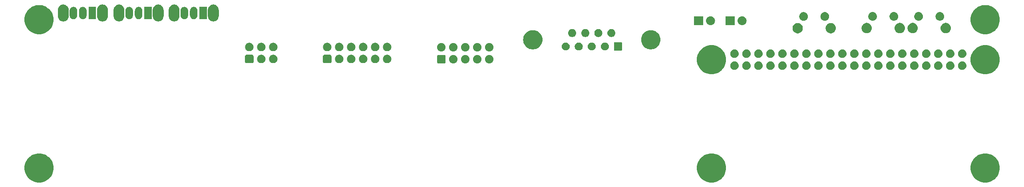
<source format=gbr>
%TF.GenerationSoftware,KiCad,Pcbnew,8.0.6*%
%TF.CreationDate,2024-10-21T13:50:09+02:00*%
%TF.ProjectId,rgb-to-hdmi,7267622d-746f-42d6-9864-6d692e6b6963,0.01*%
%TF.SameCoordinates,Original*%
%TF.FileFunction,Soldermask,Bot*%
%TF.FilePolarity,Negative*%
%FSLAX46Y46*%
G04 Gerber Fmt 4.6, Leading zero omitted, Abs format (unit mm)*
G04 Created by KiCad (PCBNEW 8.0.6) date 2024-10-21 13:50:09*
%MOMM*%
%LPD*%
G01*
G04 APERTURE LIST*
G04 APERTURE END LIST*
G36*
X-15833910Y-60788532D02*
G01*
X-15491185Y-60846763D01*
X-15157135Y-60943002D01*
X-14835960Y-61076037D01*
X-14531701Y-61244195D01*
X-14248182Y-61445362D01*
X-13988969Y-61677009D01*
X-13757322Y-61936222D01*
X-13556155Y-62219741D01*
X-13387997Y-62524000D01*
X-13254962Y-62845175D01*
X-13158723Y-63179225D01*
X-13100492Y-63521950D01*
X-13081000Y-63869040D01*
X-13100492Y-64216130D01*
X-13158723Y-64558855D01*
X-13254962Y-64892905D01*
X-13387997Y-65214080D01*
X-13556155Y-65518339D01*
X-13757322Y-65801858D01*
X-13988969Y-66061071D01*
X-14248182Y-66292718D01*
X-14531701Y-66493885D01*
X-14835960Y-66662043D01*
X-15157135Y-66795078D01*
X-15491185Y-66891317D01*
X-15833910Y-66949548D01*
X-16181000Y-66969040D01*
X-16528090Y-66949548D01*
X-16870815Y-66891317D01*
X-17204865Y-66795078D01*
X-17526040Y-66662043D01*
X-17830299Y-66493885D01*
X-18113818Y-66292718D01*
X-18373031Y-66061071D01*
X-18604678Y-65801858D01*
X-18805845Y-65518339D01*
X-18974003Y-65214080D01*
X-19107038Y-64892905D01*
X-19203277Y-64558855D01*
X-19261508Y-64216130D01*
X-19281000Y-63869040D01*
X-19261508Y-63521950D01*
X-19203277Y-63179225D01*
X-19107038Y-62845175D01*
X-18974003Y-62524000D01*
X-18805845Y-62219741D01*
X-18604678Y-61936222D01*
X-18373031Y-61677009D01*
X-18113818Y-61445362D01*
X-17830299Y-61244195D01*
X-17526040Y-61076037D01*
X-17204865Y-60943002D01*
X-16870815Y-60846763D01*
X-16528090Y-60788532D01*
X-16181000Y-60769040D01*
X-15833910Y-60788532D01*
G37*
G36*
X126666090Y-60788532D02*
G01*
X127008815Y-60846763D01*
X127342865Y-60943002D01*
X127664040Y-61076037D01*
X127968299Y-61244195D01*
X128251818Y-61445362D01*
X128511031Y-61677009D01*
X128742678Y-61936222D01*
X128943845Y-62219741D01*
X129112003Y-62524000D01*
X129245038Y-62845175D01*
X129341277Y-63179225D01*
X129399508Y-63521950D01*
X129419000Y-63869040D01*
X129399508Y-64216130D01*
X129341277Y-64558855D01*
X129245038Y-64892905D01*
X129112003Y-65214080D01*
X128943845Y-65518339D01*
X128742678Y-65801858D01*
X128511031Y-66061071D01*
X128251818Y-66292718D01*
X127968299Y-66493885D01*
X127664040Y-66662043D01*
X127342865Y-66795078D01*
X127008815Y-66891317D01*
X126666090Y-66949548D01*
X126319000Y-66969040D01*
X125971910Y-66949548D01*
X125629185Y-66891317D01*
X125295135Y-66795078D01*
X124973960Y-66662043D01*
X124669701Y-66493885D01*
X124386182Y-66292718D01*
X124126969Y-66061071D01*
X123895322Y-65801858D01*
X123694155Y-65518339D01*
X123525997Y-65214080D01*
X123392962Y-64892905D01*
X123296723Y-64558855D01*
X123238492Y-64216130D01*
X123219000Y-63869040D01*
X123238492Y-63521950D01*
X123296723Y-63179225D01*
X123392962Y-62845175D01*
X123525997Y-62524000D01*
X123694155Y-62219741D01*
X123895322Y-61936222D01*
X124126969Y-61677009D01*
X124386182Y-61445362D01*
X124669701Y-61244195D01*
X124973960Y-61076037D01*
X125295135Y-60943002D01*
X125629185Y-60846763D01*
X125971910Y-60788532D01*
X126319000Y-60769040D01*
X126666090Y-60788532D01*
G37*
G36*
X184666090Y-60788532D02*
G01*
X185008815Y-60846763D01*
X185342865Y-60943002D01*
X185664040Y-61076037D01*
X185968299Y-61244195D01*
X186251818Y-61445362D01*
X186511031Y-61677009D01*
X186742678Y-61936222D01*
X186943845Y-62219741D01*
X187112003Y-62524000D01*
X187245038Y-62845175D01*
X187341277Y-63179225D01*
X187399508Y-63521950D01*
X187419000Y-63869040D01*
X187399508Y-64216130D01*
X187341277Y-64558855D01*
X187245038Y-64892905D01*
X187112003Y-65214080D01*
X186943845Y-65518339D01*
X186742678Y-65801858D01*
X186511031Y-66061071D01*
X186251818Y-66292718D01*
X185968299Y-66493885D01*
X185664040Y-66662043D01*
X185342865Y-66795078D01*
X185008815Y-66891317D01*
X184666090Y-66949548D01*
X184319000Y-66969040D01*
X183971910Y-66949548D01*
X183629185Y-66891317D01*
X183295135Y-66795078D01*
X182973960Y-66662043D01*
X182669701Y-66493885D01*
X182386182Y-66292718D01*
X182126969Y-66061071D01*
X181895322Y-65801858D01*
X181694155Y-65518339D01*
X181525997Y-65214080D01*
X181392962Y-64892905D01*
X181296723Y-64558855D01*
X181238492Y-64216130D01*
X181219000Y-63869040D01*
X181238492Y-63521950D01*
X181296723Y-63179225D01*
X181392962Y-62845175D01*
X181525997Y-62524000D01*
X181694155Y-62219741D01*
X181895322Y-61936222D01*
X182126969Y-61677009D01*
X182386182Y-61445362D01*
X182669701Y-61244195D01*
X182973960Y-61076037D01*
X183295135Y-60943002D01*
X183629185Y-60846763D01*
X183971910Y-60788532D01*
X184319000Y-60769040D01*
X184666090Y-60788532D01*
G37*
G36*
X126666090Y-37788532D02*
G01*
X127008815Y-37846763D01*
X127342865Y-37943002D01*
X127664040Y-38076037D01*
X127968299Y-38244195D01*
X128251818Y-38445362D01*
X128511031Y-38677009D01*
X128742678Y-38936222D01*
X128943845Y-39219741D01*
X129112003Y-39524000D01*
X129245038Y-39845175D01*
X129341277Y-40179225D01*
X129399508Y-40521950D01*
X129419000Y-40869040D01*
X129399508Y-41216130D01*
X129341277Y-41558855D01*
X129245038Y-41892905D01*
X129112003Y-42214080D01*
X128943845Y-42518339D01*
X128742678Y-42801858D01*
X128511031Y-43061071D01*
X128251818Y-43292718D01*
X127968299Y-43493885D01*
X127664040Y-43662043D01*
X127342865Y-43795078D01*
X127008815Y-43891317D01*
X126666090Y-43949548D01*
X126319000Y-43969040D01*
X125971910Y-43949548D01*
X125629185Y-43891317D01*
X125295135Y-43795078D01*
X124973960Y-43662043D01*
X124669701Y-43493885D01*
X124386182Y-43292718D01*
X124126969Y-43061071D01*
X123895322Y-42801858D01*
X123694155Y-42518339D01*
X123525997Y-42214080D01*
X123392962Y-41892905D01*
X123296723Y-41558855D01*
X123238492Y-41216130D01*
X123219000Y-40869040D01*
X123238492Y-40521950D01*
X123296723Y-40179225D01*
X123392962Y-39845175D01*
X123525997Y-39524000D01*
X123694155Y-39219741D01*
X123895322Y-38936222D01*
X124126969Y-38677009D01*
X124386182Y-38445362D01*
X124669701Y-38244195D01*
X124973960Y-38076037D01*
X125295135Y-37943002D01*
X125629185Y-37846763D01*
X125971910Y-37788532D01*
X126319000Y-37769040D01*
X126666090Y-37788532D01*
G37*
G36*
X184666090Y-37788532D02*
G01*
X185008815Y-37846763D01*
X185342865Y-37943002D01*
X185664040Y-38076037D01*
X185968299Y-38244195D01*
X186251818Y-38445362D01*
X186511031Y-38677009D01*
X186742678Y-38936222D01*
X186943845Y-39219741D01*
X187112003Y-39524000D01*
X187245038Y-39845175D01*
X187341277Y-40179225D01*
X187399508Y-40521950D01*
X187419000Y-40869040D01*
X187399508Y-41216130D01*
X187341277Y-41558855D01*
X187245038Y-41892905D01*
X187112003Y-42214080D01*
X186943845Y-42518339D01*
X186742678Y-42801858D01*
X186511031Y-43061071D01*
X186251818Y-43292718D01*
X185968299Y-43493885D01*
X185664040Y-43662043D01*
X185342865Y-43795078D01*
X185008815Y-43891317D01*
X184666090Y-43949548D01*
X184319000Y-43969040D01*
X183971910Y-43949548D01*
X183629185Y-43891317D01*
X183295135Y-43795078D01*
X182973960Y-43662043D01*
X182669701Y-43493885D01*
X182386182Y-43292718D01*
X182126969Y-43061071D01*
X181895322Y-42801858D01*
X181694155Y-42518339D01*
X181525997Y-42214080D01*
X181392962Y-41892905D01*
X181296723Y-41558855D01*
X181238492Y-41216130D01*
X181219000Y-40869040D01*
X181238492Y-40521950D01*
X181296723Y-40179225D01*
X181392962Y-39845175D01*
X181525997Y-39524000D01*
X181694155Y-39219741D01*
X181895322Y-38936222D01*
X182126969Y-38677009D01*
X182386182Y-38445362D01*
X182669701Y-38244195D01*
X182973960Y-38076037D01*
X183295135Y-37943002D01*
X183629185Y-37846763D01*
X183971910Y-37788532D01*
X184319000Y-37769040D01*
X184666090Y-37788532D01*
G37*
G36*
X131238607Y-41244930D02*
G01*
X131285076Y-41244930D01*
X131325202Y-41253459D01*
X131366533Y-41257530D01*
X131418460Y-41273282D01*
X131469115Y-41284049D01*
X131501527Y-41298479D01*
X131535321Y-41308731D01*
X131589023Y-41337435D01*
X131641000Y-41360577D01*
X131665165Y-41378134D01*
X131690878Y-41391878D01*
X131743333Y-41434927D01*
X131793218Y-41471170D01*
X131809412Y-41489155D01*
X131827225Y-41503774D01*
X131875089Y-41562097D01*
X131919115Y-41610993D01*
X131928365Y-41627015D01*
X131939121Y-41640121D01*
X131978908Y-41714557D01*
X132013191Y-41773937D01*
X132017134Y-41786074D01*
X132022268Y-41795678D01*
X132050568Y-41888971D01*
X132071333Y-41952879D01*
X132072064Y-41959834D01*
X132073469Y-41964466D01*
X132087151Y-42103385D01*
X132091000Y-42140000D01*
X132087151Y-42176617D01*
X132073469Y-42315533D01*
X132072064Y-42320164D01*
X132071333Y-42327121D01*
X132050563Y-42391042D01*
X132022268Y-42484321D01*
X132017135Y-42493923D01*
X132013191Y-42506063D01*
X131978901Y-42565454D01*
X131939121Y-42639878D01*
X131928367Y-42652981D01*
X131919115Y-42669007D01*
X131875080Y-42717912D01*
X131827225Y-42776225D01*
X131809415Y-42790840D01*
X131793218Y-42808830D01*
X131743323Y-42845080D01*
X131690878Y-42888121D01*
X131665171Y-42901861D01*
X131641000Y-42919423D01*
X131589012Y-42942569D01*
X131535321Y-42971268D01*
X131501534Y-42981517D01*
X131469115Y-42995951D01*
X131418449Y-43006720D01*
X131366533Y-43022469D01*
X131325210Y-43026538D01*
X131285076Y-43035070D01*
X131238597Y-43035070D01*
X131191000Y-43039758D01*
X131143403Y-43035070D01*
X131096924Y-43035070D01*
X131056789Y-43026539D01*
X131015466Y-43022469D01*
X130963546Y-43006719D01*
X130912885Y-42995951D01*
X130880467Y-42981517D01*
X130846678Y-42971268D01*
X130792981Y-42942566D01*
X130741000Y-42919423D01*
X130716831Y-42901863D01*
X130691121Y-42888121D01*
X130638667Y-42845074D01*
X130588782Y-42808830D01*
X130572587Y-42790843D01*
X130554774Y-42776225D01*
X130506908Y-42717899D01*
X130462885Y-42669007D01*
X130453634Y-42652985D01*
X130442878Y-42639878D01*
X130403085Y-42565431D01*
X130368809Y-42506063D01*
X130364866Y-42493928D01*
X130359731Y-42484321D01*
X130331421Y-42390996D01*
X130310667Y-42327121D01*
X130309936Y-42320169D01*
X130308530Y-42315533D01*
X130294832Y-42176466D01*
X130291000Y-42140000D01*
X130294832Y-42103536D01*
X130308530Y-41964466D01*
X130309936Y-41959829D01*
X130310667Y-41952879D01*
X130331416Y-41889017D01*
X130359731Y-41795678D01*
X130364866Y-41786069D01*
X130368809Y-41773937D01*
X130403078Y-41714581D01*
X130442878Y-41640121D01*
X130453636Y-41627011D01*
X130462885Y-41610993D01*
X130506898Y-41562110D01*
X130554774Y-41503774D01*
X130572590Y-41489152D01*
X130588782Y-41471170D01*
X130638657Y-41434933D01*
X130691121Y-41391878D01*
X130716836Y-41378132D01*
X130741000Y-41360577D01*
X130792970Y-41337438D01*
X130846678Y-41308731D01*
X130880474Y-41298478D01*
X130912885Y-41284049D01*
X130963535Y-41273282D01*
X131015466Y-41257530D01*
X131056798Y-41253459D01*
X131096924Y-41244930D01*
X131143393Y-41244930D01*
X131191000Y-41240241D01*
X131238607Y-41244930D01*
G37*
G36*
X133778607Y-41244930D02*
G01*
X133825076Y-41244930D01*
X133865202Y-41253459D01*
X133906533Y-41257530D01*
X133958460Y-41273282D01*
X134009115Y-41284049D01*
X134041527Y-41298479D01*
X134075321Y-41308731D01*
X134129023Y-41337435D01*
X134181000Y-41360577D01*
X134205165Y-41378134D01*
X134230878Y-41391878D01*
X134283333Y-41434927D01*
X134333218Y-41471170D01*
X134349412Y-41489155D01*
X134367225Y-41503774D01*
X134415089Y-41562097D01*
X134459115Y-41610993D01*
X134468365Y-41627015D01*
X134479121Y-41640121D01*
X134518908Y-41714557D01*
X134553191Y-41773937D01*
X134557134Y-41786074D01*
X134562268Y-41795678D01*
X134590568Y-41888971D01*
X134611333Y-41952879D01*
X134612064Y-41959834D01*
X134613469Y-41964466D01*
X134627151Y-42103385D01*
X134631000Y-42140000D01*
X134627151Y-42176617D01*
X134613469Y-42315533D01*
X134612064Y-42320164D01*
X134611333Y-42327121D01*
X134590563Y-42391042D01*
X134562268Y-42484321D01*
X134557135Y-42493923D01*
X134553191Y-42506063D01*
X134518901Y-42565454D01*
X134479121Y-42639878D01*
X134468367Y-42652981D01*
X134459115Y-42669007D01*
X134415080Y-42717912D01*
X134367225Y-42776225D01*
X134349415Y-42790840D01*
X134333218Y-42808830D01*
X134283323Y-42845080D01*
X134230878Y-42888121D01*
X134205171Y-42901861D01*
X134181000Y-42919423D01*
X134129012Y-42942569D01*
X134075321Y-42971268D01*
X134041534Y-42981517D01*
X134009115Y-42995951D01*
X133958449Y-43006720D01*
X133906533Y-43022469D01*
X133865210Y-43026538D01*
X133825076Y-43035070D01*
X133778597Y-43035070D01*
X133731000Y-43039758D01*
X133683403Y-43035070D01*
X133636924Y-43035070D01*
X133596789Y-43026539D01*
X133555466Y-43022469D01*
X133503546Y-43006719D01*
X133452885Y-42995951D01*
X133420467Y-42981517D01*
X133386678Y-42971268D01*
X133332981Y-42942566D01*
X133281000Y-42919423D01*
X133256831Y-42901863D01*
X133231121Y-42888121D01*
X133178667Y-42845074D01*
X133128782Y-42808830D01*
X133112587Y-42790843D01*
X133094774Y-42776225D01*
X133046908Y-42717899D01*
X133002885Y-42669007D01*
X132993634Y-42652985D01*
X132982878Y-42639878D01*
X132943085Y-42565431D01*
X132908809Y-42506063D01*
X132904866Y-42493928D01*
X132899731Y-42484321D01*
X132871421Y-42390996D01*
X132850667Y-42327121D01*
X132849936Y-42320169D01*
X132848530Y-42315533D01*
X132834832Y-42176466D01*
X132831000Y-42140000D01*
X132834832Y-42103536D01*
X132848530Y-41964466D01*
X132849936Y-41959829D01*
X132850667Y-41952879D01*
X132871416Y-41889017D01*
X132899731Y-41795678D01*
X132904866Y-41786069D01*
X132908809Y-41773937D01*
X132943078Y-41714581D01*
X132982878Y-41640121D01*
X132993636Y-41627011D01*
X133002885Y-41610993D01*
X133046898Y-41562110D01*
X133094774Y-41503774D01*
X133112590Y-41489152D01*
X133128782Y-41471170D01*
X133178657Y-41434933D01*
X133231121Y-41391878D01*
X133256836Y-41378132D01*
X133281000Y-41360577D01*
X133332970Y-41337438D01*
X133386678Y-41308731D01*
X133420474Y-41298478D01*
X133452885Y-41284049D01*
X133503535Y-41273282D01*
X133555466Y-41257530D01*
X133596798Y-41253459D01*
X133636924Y-41244930D01*
X133683393Y-41244930D01*
X133731000Y-41240241D01*
X133778607Y-41244930D01*
G37*
G36*
X136318607Y-41244930D02*
G01*
X136365076Y-41244930D01*
X136405202Y-41253459D01*
X136446533Y-41257530D01*
X136498460Y-41273282D01*
X136549115Y-41284049D01*
X136581527Y-41298479D01*
X136615321Y-41308731D01*
X136669023Y-41337435D01*
X136721000Y-41360577D01*
X136745165Y-41378134D01*
X136770878Y-41391878D01*
X136823333Y-41434927D01*
X136873218Y-41471170D01*
X136889412Y-41489155D01*
X136907225Y-41503774D01*
X136955089Y-41562097D01*
X136999115Y-41610993D01*
X137008365Y-41627015D01*
X137019121Y-41640121D01*
X137058908Y-41714557D01*
X137093191Y-41773937D01*
X137097134Y-41786074D01*
X137102268Y-41795678D01*
X137130568Y-41888971D01*
X137151333Y-41952879D01*
X137152064Y-41959834D01*
X137153469Y-41964466D01*
X137167151Y-42103385D01*
X137171000Y-42140000D01*
X137167151Y-42176617D01*
X137153469Y-42315533D01*
X137152064Y-42320164D01*
X137151333Y-42327121D01*
X137130563Y-42391042D01*
X137102268Y-42484321D01*
X137097135Y-42493923D01*
X137093191Y-42506063D01*
X137058901Y-42565454D01*
X137019121Y-42639878D01*
X137008367Y-42652981D01*
X136999115Y-42669007D01*
X136955080Y-42717912D01*
X136907225Y-42776225D01*
X136889415Y-42790840D01*
X136873218Y-42808830D01*
X136823323Y-42845080D01*
X136770878Y-42888121D01*
X136745171Y-42901861D01*
X136721000Y-42919423D01*
X136669012Y-42942569D01*
X136615321Y-42971268D01*
X136581534Y-42981517D01*
X136549115Y-42995951D01*
X136498449Y-43006720D01*
X136446533Y-43022469D01*
X136405210Y-43026538D01*
X136365076Y-43035070D01*
X136318597Y-43035070D01*
X136271000Y-43039758D01*
X136223403Y-43035070D01*
X136176924Y-43035070D01*
X136136789Y-43026539D01*
X136095466Y-43022469D01*
X136043546Y-43006719D01*
X135992885Y-42995951D01*
X135960467Y-42981517D01*
X135926678Y-42971268D01*
X135872981Y-42942566D01*
X135821000Y-42919423D01*
X135796831Y-42901863D01*
X135771121Y-42888121D01*
X135718667Y-42845074D01*
X135668782Y-42808830D01*
X135652587Y-42790843D01*
X135634774Y-42776225D01*
X135586908Y-42717899D01*
X135542885Y-42669007D01*
X135533634Y-42652985D01*
X135522878Y-42639878D01*
X135483085Y-42565431D01*
X135448809Y-42506063D01*
X135444866Y-42493928D01*
X135439731Y-42484321D01*
X135411421Y-42390996D01*
X135390667Y-42327121D01*
X135389936Y-42320169D01*
X135388530Y-42315533D01*
X135374832Y-42176466D01*
X135371000Y-42140000D01*
X135374832Y-42103536D01*
X135388530Y-41964466D01*
X135389936Y-41959829D01*
X135390667Y-41952879D01*
X135411416Y-41889017D01*
X135439731Y-41795678D01*
X135444866Y-41786069D01*
X135448809Y-41773937D01*
X135483078Y-41714581D01*
X135522878Y-41640121D01*
X135533636Y-41627011D01*
X135542885Y-41610993D01*
X135586898Y-41562110D01*
X135634774Y-41503774D01*
X135652590Y-41489152D01*
X135668782Y-41471170D01*
X135718657Y-41434933D01*
X135771121Y-41391878D01*
X135796836Y-41378132D01*
X135821000Y-41360577D01*
X135872970Y-41337438D01*
X135926678Y-41308731D01*
X135960474Y-41298478D01*
X135992885Y-41284049D01*
X136043535Y-41273282D01*
X136095466Y-41257530D01*
X136136798Y-41253459D01*
X136176924Y-41244930D01*
X136223393Y-41244930D01*
X136271000Y-41240241D01*
X136318607Y-41244930D01*
G37*
G36*
X138858607Y-41244930D02*
G01*
X138905076Y-41244930D01*
X138945202Y-41253459D01*
X138986533Y-41257530D01*
X139038460Y-41273282D01*
X139089115Y-41284049D01*
X139121527Y-41298479D01*
X139155321Y-41308731D01*
X139209023Y-41337435D01*
X139261000Y-41360577D01*
X139285165Y-41378134D01*
X139310878Y-41391878D01*
X139363333Y-41434927D01*
X139413218Y-41471170D01*
X139429412Y-41489155D01*
X139447225Y-41503774D01*
X139495089Y-41562097D01*
X139539115Y-41610993D01*
X139548365Y-41627015D01*
X139559121Y-41640121D01*
X139598908Y-41714557D01*
X139633191Y-41773937D01*
X139637134Y-41786074D01*
X139642268Y-41795678D01*
X139670568Y-41888971D01*
X139691333Y-41952879D01*
X139692064Y-41959834D01*
X139693469Y-41964466D01*
X139707151Y-42103385D01*
X139711000Y-42140000D01*
X139707151Y-42176617D01*
X139693469Y-42315533D01*
X139692064Y-42320164D01*
X139691333Y-42327121D01*
X139670563Y-42391042D01*
X139642268Y-42484321D01*
X139637135Y-42493923D01*
X139633191Y-42506063D01*
X139598901Y-42565454D01*
X139559121Y-42639878D01*
X139548367Y-42652981D01*
X139539115Y-42669007D01*
X139495080Y-42717912D01*
X139447225Y-42776225D01*
X139429415Y-42790840D01*
X139413218Y-42808830D01*
X139363323Y-42845080D01*
X139310878Y-42888121D01*
X139285171Y-42901861D01*
X139261000Y-42919423D01*
X139209012Y-42942569D01*
X139155321Y-42971268D01*
X139121534Y-42981517D01*
X139089115Y-42995951D01*
X139038449Y-43006720D01*
X138986533Y-43022469D01*
X138945210Y-43026538D01*
X138905076Y-43035070D01*
X138858597Y-43035070D01*
X138811000Y-43039758D01*
X138763403Y-43035070D01*
X138716924Y-43035070D01*
X138676789Y-43026539D01*
X138635466Y-43022469D01*
X138583546Y-43006719D01*
X138532885Y-42995951D01*
X138500467Y-42981517D01*
X138466678Y-42971268D01*
X138412981Y-42942566D01*
X138361000Y-42919423D01*
X138336831Y-42901863D01*
X138311121Y-42888121D01*
X138258667Y-42845074D01*
X138208782Y-42808830D01*
X138192587Y-42790843D01*
X138174774Y-42776225D01*
X138126908Y-42717899D01*
X138082885Y-42669007D01*
X138073634Y-42652985D01*
X138062878Y-42639878D01*
X138023085Y-42565431D01*
X137988809Y-42506063D01*
X137984866Y-42493928D01*
X137979731Y-42484321D01*
X137951421Y-42390996D01*
X137930667Y-42327121D01*
X137929936Y-42320169D01*
X137928530Y-42315533D01*
X137914832Y-42176466D01*
X137911000Y-42140000D01*
X137914832Y-42103536D01*
X137928530Y-41964466D01*
X137929936Y-41959829D01*
X137930667Y-41952879D01*
X137951416Y-41889017D01*
X137979731Y-41795678D01*
X137984866Y-41786069D01*
X137988809Y-41773937D01*
X138023078Y-41714581D01*
X138062878Y-41640121D01*
X138073636Y-41627011D01*
X138082885Y-41610993D01*
X138126898Y-41562110D01*
X138174774Y-41503774D01*
X138192590Y-41489152D01*
X138208782Y-41471170D01*
X138258657Y-41434933D01*
X138311121Y-41391878D01*
X138336836Y-41378132D01*
X138361000Y-41360577D01*
X138412970Y-41337438D01*
X138466678Y-41308731D01*
X138500474Y-41298478D01*
X138532885Y-41284049D01*
X138583535Y-41273282D01*
X138635466Y-41257530D01*
X138676798Y-41253459D01*
X138716924Y-41244930D01*
X138763393Y-41244930D01*
X138811000Y-41240241D01*
X138858607Y-41244930D01*
G37*
G36*
X141398607Y-41244930D02*
G01*
X141445076Y-41244930D01*
X141485202Y-41253459D01*
X141526533Y-41257530D01*
X141578460Y-41273282D01*
X141629115Y-41284049D01*
X141661527Y-41298479D01*
X141695321Y-41308731D01*
X141749023Y-41337435D01*
X141801000Y-41360577D01*
X141825165Y-41378134D01*
X141850878Y-41391878D01*
X141903333Y-41434927D01*
X141953218Y-41471170D01*
X141969412Y-41489155D01*
X141987225Y-41503774D01*
X142035089Y-41562097D01*
X142079115Y-41610993D01*
X142088365Y-41627015D01*
X142099121Y-41640121D01*
X142138908Y-41714557D01*
X142173191Y-41773937D01*
X142177134Y-41786074D01*
X142182268Y-41795678D01*
X142210568Y-41888971D01*
X142231333Y-41952879D01*
X142232064Y-41959834D01*
X142233469Y-41964466D01*
X142247151Y-42103385D01*
X142251000Y-42140000D01*
X142247151Y-42176617D01*
X142233469Y-42315533D01*
X142232064Y-42320164D01*
X142231333Y-42327121D01*
X142210563Y-42391042D01*
X142182268Y-42484321D01*
X142177135Y-42493923D01*
X142173191Y-42506063D01*
X142138901Y-42565454D01*
X142099121Y-42639878D01*
X142088367Y-42652981D01*
X142079115Y-42669007D01*
X142035080Y-42717912D01*
X141987225Y-42776225D01*
X141969415Y-42790840D01*
X141953218Y-42808830D01*
X141903323Y-42845080D01*
X141850878Y-42888121D01*
X141825171Y-42901861D01*
X141801000Y-42919423D01*
X141749012Y-42942569D01*
X141695321Y-42971268D01*
X141661534Y-42981517D01*
X141629115Y-42995951D01*
X141578449Y-43006720D01*
X141526533Y-43022469D01*
X141485210Y-43026538D01*
X141445076Y-43035070D01*
X141398597Y-43035070D01*
X141351000Y-43039758D01*
X141303403Y-43035070D01*
X141256924Y-43035070D01*
X141216789Y-43026539D01*
X141175466Y-43022469D01*
X141123546Y-43006719D01*
X141072885Y-42995951D01*
X141040467Y-42981517D01*
X141006678Y-42971268D01*
X140952981Y-42942566D01*
X140901000Y-42919423D01*
X140876831Y-42901863D01*
X140851121Y-42888121D01*
X140798667Y-42845074D01*
X140748782Y-42808830D01*
X140732587Y-42790843D01*
X140714774Y-42776225D01*
X140666908Y-42717899D01*
X140622885Y-42669007D01*
X140613634Y-42652985D01*
X140602878Y-42639878D01*
X140563085Y-42565431D01*
X140528809Y-42506063D01*
X140524866Y-42493928D01*
X140519731Y-42484321D01*
X140491421Y-42390996D01*
X140470667Y-42327121D01*
X140469936Y-42320169D01*
X140468530Y-42315533D01*
X140454832Y-42176466D01*
X140451000Y-42140000D01*
X140454832Y-42103536D01*
X140468530Y-41964466D01*
X140469936Y-41959829D01*
X140470667Y-41952879D01*
X140491416Y-41889017D01*
X140519731Y-41795678D01*
X140524866Y-41786069D01*
X140528809Y-41773937D01*
X140563078Y-41714581D01*
X140602878Y-41640121D01*
X140613636Y-41627011D01*
X140622885Y-41610993D01*
X140666898Y-41562110D01*
X140714774Y-41503774D01*
X140732590Y-41489152D01*
X140748782Y-41471170D01*
X140798657Y-41434933D01*
X140851121Y-41391878D01*
X140876836Y-41378132D01*
X140901000Y-41360577D01*
X140952970Y-41337438D01*
X141006678Y-41308731D01*
X141040474Y-41298478D01*
X141072885Y-41284049D01*
X141123535Y-41273282D01*
X141175466Y-41257530D01*
X141216798Y-41253459D01*
X141256924Y-41244930D01*
X141303393Y-41244930D01*
X141351000Y-41240241D01*
X141398607Y-41244930D01*
G37*
G36*
X143938607Y-41244930D02*
G01*
X143985076Y-41244930D01*
X144025202Y-41253459D01*
X144066533Y-41257530D01*
X144118460Y-41273282D01*
X144169115Y-41284049D01*
X144201527Y-41298479D01*
X144235321Y-41308731D01*
X144289023Y-41337435D01*
X144341000Y-41360577D01*
X144365165Y-41378134D01*
X144390878Y-41391878D01*
X144443333Y-41434927D01*
X144493218Y-41471170D01*
X144509412Y-41489155D01*
X144527225Y-41503774D01*
X144575089Y-41562097D01*
X144619115Y-41610993D01*
X144628365Y-41627015D01*
X144639121Y-41640121D01*
X144678908Y-41714557D01*
X144713191Y-41773937D01*
X144717134Y-41786074D01*
X144722268Y-41795678D01*
X144750568Y-41888971D01*
X144771333Y-41952879D01*
X144772064Y-41959834D01*
X144773469Y-41964466D01*
X144787151Y-42103385D01*
X144791000Y-42140000D01*
X144787151Y-42176617D01*
X144773469Y-42315533D01*
X144772064Y-42320164D01*
X144771333Y-42327121D01*
X144750563Y-42391042D01*
X144722268Y-42484321D01*
X144717135Y-42493923D01*
X144713191Y-42506063D01*
X144678901Y-42565454D01*
X144639121Y-42639878D01*
X144628367Y-42652981D01*
X144619115Y-42669007D01*
X144575080Y-42717912D01*
X144527225Y-42776225D01*
X144509415Y-42790840D01*
X144493218Y-42808830D01*
X144443323Y-42845080D01*
X144390878Y-42888121D01*
X144365171Y-42901861D01*
X144341000Y-42919423D01*
X144289012Y-42942569D01*
X144235321Y-42971268D01*
X144201534Y-42981517D01*
X144169115Y-42995951D01*
X144118449Y-43006720D01*
X144066533Y-43022469D01*
X144025210Y-43026538D01*
X143985076Y-43035070D01*
X143938597Y-43035070D01*
X143891000Y-43039758D01*
X143843403Y-43035070D01*
X143796924Y-43035070D01*
X143756789Y-43026539D01*
X143715466Y-43022469D01*
X143663546Y-43006719D01*
X143612885Y-42995951D01*
X143580467Y-42981517D01*
X143546678Y-42971268D01*
X143492981Y-42942566D01*
X143441000Y-42919423D01*
X143416831Y-42901863D01*
X143391121Y-42888121D01*
X143338667Y-42845074D01*
X143288782Y-42808830D01*
X143272587Y-42790843D01*
X143254774Y-42776225D01*
X143206908Y-42717899D01*
X143162885Y-42669007D01*
X143153634Y-42652985D01*
X143142878Y-42639878D01*
X143103085Y-42565431D01*
X143068809Y-42506063D01*
X143064866Y-42493928D01*
X143059731Y-42484321D01*
X143031421Y-42390996D01*
X143010667Y-42327121D01*
X143009936Y-42320169D01*
X143008530Y-42315533D01*
X142994832Y-42176466D01*
X142991000Y-42140000D01*
X142994832Y-42103536D01*
X143008530Y-41964466D01*
X143009936Y-41959829D01*
X143010667Y-41952879D01*
X143031416Y-41889017D01*
X143059731Y-41795678D01*
X143064866Y-41786069D01*
X143068809Y-41773937D01*
X143103078Y-41714581D01*
X143142878Y-41640121D01*
X143153636Y-41627011D01*
X143162885Y-41610993D01*
X143206898Y-41562110D01*
X143254774Y-41503774D01*
X143272590Y-41489152D01*
X143288782Y-41471170D01*
X143338657Y-41434933D01*
X143391121Y-41391878D01*
X143416836Y-41378132D01*
X143441000Y-41360577D01*
X143492970Y-41337438D01*
X143546678Y-41308731D01*
X143580474Y-41298478D01*
X143612885Y-41284049D01*
X143663535Y-41273282D01*
X143715466Y-41257530D01*
X143756798Y-41253459D01*
X143796924Y-41244930D01*
X143843393Y-41244930D01*
X143891000Y-41240241D01*
X143938607Y-41244930D01*
G37*
G36*
X146478607Y-41244930D02*
G01*
X146525076Y-41244930D01*
X146565202Y-41253459D01*
X146606533Y-41257530D01*
X146658460Y-41273282D01*
X146709115Y-41284049D01*
X146741527Y-41298479D01*
X146775321Y-41308731D01*
X146829023Y-41337435D01*
X146881000Y-41360577D01*
X146905165Y-41378134D01*
X146930878Y-41391878D01*
X146983333Y-41434927D01*
X147033218Y-41471170D01*
X147049412Y-41489155D01*
X147067225Y-41503774D01*
X147115089Y-41562097D01*
X147159115Y-41610993D01*
X147168365Y-41627015D01*
X147179121Y-41640121D01*
X147218908Y-41714557D01*
X147253191Y-41773937D01*
X147257134Y-41786074D01*
X147262268Y-41795678D01*
X147290568Y-41888971D01*
X147311333Y-41952879D01*
X147312064Y-41959834D01*
X147313469Y-41964466D01*
X147327151Y-42103385D01*
X147331000Y-42140000D01*
X147327151Y-42176617D01*
X147313469Y-42315533D01*
X147312064Y-42320164D01*
X147311333Y-42327121D01*
X147290563Y-42391042D01*
X147262268Y-42484321D01*
X147257135Y-42493923D01*
X147253191Y-42506063D01*
X147218901Y-42565454D01*
X147179121Y-42639878D01*
X147168367Y-42652981D01*
X147159115Y-42669007D01*
X147115080Y-42717912D01*
X147067225Y-42776225D01*
X147049415Y-42790840D01*
X147033218Y-42808830D01*
X146983323Y-42845080D01*
X146930878Y-42888121D01*
X146905171Y-42901861D01*
X146881000Y-42919423D01*
X146829012Y-42942569D01*
X146775321Y-42971268D01*
X146741534Y-42981517D01*
X146709115Y-42995951D01*
X146658449Y-43006720D01*
X146606533Y-43022469D01*
X146565210Y-43026538D01*
X146525076Y-43035070D01*
X146478597Y-43035070D01*
X146431000Y-43039758D01*
X146383403Y-43035070D01*
X146336924Y-43035070D01*
X146296789Y-43026539D01*
X146255466Y-43022469D01*
X146203546Y-43006719D01*
X146152885Y-42995951D01*
X146120467Y-42981517D01*
X146086678Y-42971268D01*
X146032981Y-42942566D01*
X145981000Y-42919423D01*
X145956831Y-42901863D01*
X145931121Y-42888121D01*
X145878667Y-42845074D01*
X145828782Y-42808830D01*
X145812587Y-42790843D01*
X145794774Y-42776225D01*
X145746908Y-42717899D01*
X145702885Y-42669007D01*
X145693634Y-42652985D01*
X145682878Y-42639878D01*
X145643085Y-42565431D01*
X145608809Y-42506063D01*
X145604866Y-42493928D01*
X145599731Y-42484321D01*
X145571421Y-42390996D01*
X145550667Y-42327121D01*
X145549936Y-42320169D01*
X145548530Y-42315533D01*
X145534832Y-42176466D01*
X145531000Y-42140000D01*
X145534832Y-42103536D01*
X145548530Y-41964466D01*
X145549936Y-41959829D01*
X145550667Y-41952879D01*
X145571416Y-41889017D01*
X145599731Y-41795678D01*
X145604866Y-41786069D01*
X145608809Y-41773937D01*
X145643078Y-41714581D01*
X145682878Y-41640121D01*
X145693636Y-41627011D01*
X145702885Y-41610993D01*
X145746898Y-41562110D01*
X145794774Y-41503774D01*
X145812590Y-41489152D01*
X145828782Y-41471170D01*
X145878657Y-41434933D01*
X145931121Y-41391878D01*
X145956836Y-41378132D01*
X145981000Y-41360577D01*
X146032970Y-41337438D01*
X146086678Y-41308731D01*
X146120474Y-41298478D01*
X146152885Y-41284049D01*
X146203535Y-41273282D01*
X146255466Y-41257530D01*
X146296798Y-41253459D01*
X146336924Y-41244930D01*
X146383393Y-41244930D01*
X146431000Y-41240241D01*
X146478607Y-41244930D01*
G37*
G36*
X149018607Y-41244930D02*
G01*
X149065076Y-41244930D01*
X149105202Y-41253459D01*
X149146533Y-41257530D01*
X149198460Y-41273282D01*
X149249115Y-41284049D01*
X149281527Y-41298479D01*
X149315321Y-41308731D01*
X149369023Y-41337435D01*
X149421000Y-41360577D01*
X149445165Y-41378134D01*
X149470878Y-41391878D01*
X149523333Y-41434927D01*
X149573218Y-41471170D01*
X149589412Y-41489155D01*
X149607225Y-41503774D01*
X149655089Y-41562097D01*
X149699115Y-41610993D01*
X149708365Y-41627015D01*
X149719121Y-41640121D01*
X149758908Y-41714557D01*
X149793191Y-41773937D01*
X149797134Y-41786074D01*
X149802268Y-41795678D01*
X149830568Y-41888971D01*
X149851333Y-41952879D01*
X149852064Y-41959834D01*
X149853469Y-41964466D01*
X149867151Y-42103385D01*
X149871000Y-42140000D01*
X149867151Y-42176617D01*
X149853469Y-42315533D01*
X149852064Y-42320164D01*
X149851333Y-42327121D01*
X149830563Y-42391042D01*
X149802268Y-42484321D01*
X149797135Y-42493923D01*
X149793191Y-42506063D01*
X149758901Y-42565454D01*
X149719121Y-42639878D01*
X149708367Y-42652981D01*
X149699115Y-42669007D01*
X149655080Y-42717912D01*
X149607225Y-42776225D01*
X149589415Y-42790840D01*
X149573218Y-42808830D01*
X149523323Y-42845080D01*
X149470878Y-42888121D01*
X149445171Y-42901861D01*
X149421000Y-42919423D01*
X149369012Y-42942569D01*
X149315321Y-42971268D01*
X149281534Y-42981517D01*
X149249115Y-42995951D01*
X149198449Y-43006720D01*
X149146533Y-43022469D01*
X149105210Y-43026538D01*
X149065076Y-43035070D01*
X149018597Y-43035070D01*
X148971000Y-43039758D01*
X148923403Y-43035070D01*
X148876924Y-43035070D01*
X148836789Y-43026539D01*
X148795466Y-43022469D01*
X148743546Y-43006719D01*
X148692885Y-42995951D01*
X148660467Y-42981517D01*
X148626678Y-42971268D01*
X148572981Y-42942566D01*
X148521000Y-42919423D01*
X148496831Y-42901863D01*
X148471121Y-42888121D01*
X148418667Y-42845074D01*
X148368782Y-42808830D01*
X148352587Y-42790843D01*
X148334774Y-42776225D01*
X148286908Y-42717899D01*
X148242885Y-42669007D01*
X148233634Y-42652985D01*
X148222878Y-42639878D01*
X148183085Y-42565431D01*
X148148809Y-42506063D01*
X148144866Y-42493928D01*
X148139731Y-42484321D01*
X148111421Y-42390996D01*
X148090667Y-42327121D01*
X148089936Y-42320169D01*
X148088530Y-42315533D01*
X148074832Y-42176466D01*
X148071000Y-42140000D01*
X148074832Y-42103536D01*
X148088530Y-41964466D01*
X148089936Y-41959829D01*
X148090667Y-41952879D01*
X148111416Y-41889017D01*
X148139731Y-41795678D01*
X148144866Y-41786069D01*
X148148809Y-41773937D01*
X148183078Y-41714581D01*
X148222878Y-41640121D01*
X148233636Y-41627011D01*
X148242885Y-41610993D01*
X148286898Y-41562110D01*
X148334774Y-41503774D01*
X148352590Y-41489152D01*
X148368782Y-41471170D01*
X148418657Y-41434933D01*
X148471121Y-41391878D01*
X148496836Y-41378132D01*
X148521000Y-41360577D01*
X148572970Y-41337438D01*
X148626678Y-41308731D01*
X148660474Y-41298478D01*
X148692885Y-41284049D01*
X148743535Y-41273282D01*
X148795466Y-41257530D01*
X148836798Y-41253459D01*
X148876924Y-41244930D01*
X148923393Y-41244930D01*
X148971000Y-41240241D01*
X149018607Y-41244930D01*
G37*
G36*
X151558607Y-41244930D02*
G01*
X151605076Y-41244930D01*
X151645202Y-41253459D01*
X151686533Y-41257530D01*
X151738460Y-41273282D01*
X151789115Y-41284049D01*
X151821527Y-41298479D01*
X151855321Y-41308731D01*
X151909023Y-41337435D01*
X151961000Y-41360577D01*
X151985165Y-41378134D01*
X152010878Y-41391878D01*
X152063333Y-41434927D01*
X152113218Y-41471170D01*
X152129412Y-41489155D01*
X152147225Y-41503774D01*
X152195089Y-41562097D01*
X152239115Y-41610993D01*
X152248365Y-41627015D01*
X152259121Y-41640121D01*
X152298908Y-41714557D01*
X152333191Y-41773937D01*
X152337134Y-41786074D01*
X152342268Y-41795678D01*
X152370568Y-41888971D01*
X152391333Y-41952879D01*
X152392064Y-41959834D01*
X152393469Y-41964466D01*
X152407151Y-42103385D01*
X152411000Y-42140000D01*
X152407151Y-42176617D01*
X152393469Y-42315533D01*
X152392064Y-42320164D01*
X152391333Y-42327121D01*
X152370563Y-42391042D01*
X152342268Y-42484321D01*
X152337135Y-42493923D01*
X152333191Y-42506063D01*
X152298901Y-42565454D01*
X152259121Y-42639878D01*
X152248367Y-42652981D01*
X152239115Y-42669007D01*
X152195080Y-42717912D01*
X152147225Y-42776225D01*
X152129415Y-42790840D01*
X152113218Y-42808830D01*
X152063323Y-42845080D01*
X152010878Y-42888121D01*
X151985171Y-42901861D01*
X151961000Y-42919423D01*
X151909012Y-42942569D01*
X151855321Y-42971268D01*
X151821534Y-42981517D01*
X151789115Y-42995951D01*
X151738449Y-43006720D01*
X151686533Y-43022469D01*
X151645210Y-43026538D01*
X151605076Y-43035070D01*
X151558597Y-43035070D01*
X151511000Y-43039758D01*
X151463403Y-43035070D01*
X151416924Y-43035070D01*
X151376789Y-43026539D01*
X151335466Y-43022469D01*
X151283546Y-43006719D01*
X151232885Y-42995951D01*
X151200467Y-42981517D01*
X151166678Y-42971268D01*
X151112981Y-42942566D01*
X151061000Y-42919423D01*
X151036831Y-42901863D01*
X151011121Y-42888121D01*
X150958667Y-42845074D01*
X150908782Y-42808830D01*
X150892587Y-42790843D01*
X150874774Y-42776225D01*
X150826908Y-42717899D01*
X150782885Y-42669007D01*
X150773634Y-42652985D01*
X150762878Y-42639878D01*
X150723085Y-42565431D01*
X150688809Y-42506063D01*
X150684866Y-42493928D01*
X150679731Y-42484321D01*
X150651421Y-42390996D01*
X150630667Y-42327121D01*
X150629936Y-42320169D01*
X150628530Y-42315533D01*
X150614832Y-42176466D01*
X150611000Y-42140000D01*
X150614832Y-42103536D01*
X150628530Y-41964466D01*
X150629936Y-41959829D01*
X150630667Y-41952879D01*
X150651416Y-41889017D01*
X150679731Y-41795678D01*
X150684866Y-41786069D01*
X150688809Y-41773937D01*
X150723078Y-41714581D01*
X150762878Y-41640121D01*
X150773636Y-41627011D01*
X150782885Y-41610993D01*
X150826898Y-41562110D01*
X150874774Y-41503774D01*
X150892590Y-41489152D01*
X150908782Y-41471170D01*
X150958657Y-41434933D01*
X151011121Y-41391878D01*
X151036836Y-41378132D01*
X151061000Y-41360577D01*
X151112970Y-41337438D01*
X151166678Y-41308731D01*
X151200474Y-41298478D01*
X151232885Y-41284049D01*
X151283535Y-41273282D01*
X151335466Y-41257530D01*
X151376798Y-41253459D01*
X151416924Y-41244930D01*
X151463393Y-41244930D01*
X151511000Y-41240241D01*
X151558607Y-41244930D01*
G37*
G36*
X154098607Y-41244930D02*
G01*
X154145076Y-41244930D01*
X154185202Y-41253459D01*
X154226533Y-41257530D01*
X154278460Y-41273282D01*
X154329115Y-41284049D01*
X154361527Y-41298479D01*
X154395321Y-41308731D01*
X154449023Y-41337435D01*
X154501000Y-41360577D01*
X154525165Y-41378134D01*
X154550878Y-41391878D01*
X154603333Y-41434927D01*
X154653218Y-41471170D01*
X154669412Y-41489155D01*
X154687225Y-41503774D01*
X154735089Y-41562097D01*
X154779115Y-41610993D01*
X154788365Y-41627015D01*
X154799121Y-41640121D01*
X154838908Y-41714557D01*
X154873191Y-41773937D01*
X154877134Y-41786074D01*
X154882268Y-41795678D01*
X154910568Y-41888971D01*
X154931333Y-41952879D01*
X154932064Y-41959834D01*
X154933469Y-41964466D01*
X154947151Y-42103385D01*
X154951000Y-42140000D01*
X154947151Y-42176617D01*
X154933469Y-42315533D01*
X154932064Y-42320164D01*
X154931333Y-42327121D01*
X154910563Y-42391042D01*
X154882268Y-42484321D01*
X154877135Y-42493923D01*
X154873191Y-42506063D01*
X154838901Y-42565454D01*
X154799121Y-42639878D01*
X154788367Y-42652981D01*
X154779115Y-42669007D01*
X154735080Y-42717912D01*
X154687225Y-42776225D01*
X154669415Y-42790840D01*
X154653218Y-42808830D01*
X154603323Y-42845080D01*
X154550878Y-42888121D01*
X154525171Y-42901861D01*
X154501000Y-42919423D01*
X154449012Y-42942569D01*
X154395321Y-42971268D01*
X154361534Y-42981517D01*
X154329115Y-42995951D01*
X154278449Y-43006720D01*
X154226533Y-43022469D01*
X154185210Y-43026538D01*
X154145076Y-43035070D01*
X154098597Y-43035070D01*
X154051000Y-43039758D01*
X154003403Y-43035070D01*
X153956924Y-43035070D01*
X153916789Y-43026539D01*
X153875466Y-43022469D01*
X153823546Y-43006719D01*
X153772885Y-42995951D01*
X153740467Y-42981517D01*
X153706678Y-42971268D01*
X153652981Y-42942566D01*
X153601000Y-42919423D01*
X153576831Y-42901863D01*
X153551121Y-42888121D01*
X153498667Y-42845074D01*
X153448782Y-42808830D01*
X153432587Y-42790843D01*
X153414774Y-42776225D01*
X153366908Y-42717899D01*
X153322885Y-42669007D01*
X153313634Y-42652985D01*
X153302878Y-42639878D01*
X153263085Y-42565431D01*
X153228809Y-42506063D01*
X153224866Y-42493928D01*
X153219731Y-42484321D01*
X153191421Y-42390996D01*
X153170667Y-42327121D01*
X153169936Y-42320169D01*
X153168530Y-42315533D01*
X153154832Y-42176466D01*
X153151000Y-42140000D01*
X153154832Y-42103536D01*
X153168530Y-41964466D01*
X153169936Y-41959829D01*
X153170667Y-41952879D01*
X153191416Y-41889017D01*
X153219731Y-41795678D01*
X153224866Y-41786069D01*
X153228809Y-41773937D01*
X153263078Y-41714581D01*
X153302878Y-41640121D01*
X153313636Y-41627011D01*
X153322885Y-41610993D01*
X153366898Y-41562110D01*
X153414774Y-41503774D01*
X153432590Y-41489152D01*
X153448782Y-41471170D01*
X153498657Y-41434933D01*
X153551121Y-41391878D01*
X153576836Y-41378132D01*
X153601000Y-41360577D01*
X153652970Y-41337438D01*
X153706678Y-41308731D01*
X153740474Y-41298478D01*
X153772885Y-41284049D01*
X153823535Y-41273282D01*
X153875466Y-41257530D01*
X153916798Y-41253459D01*
X153956924Y-41244930D01*
X154003393Y-41244930D01*
X154051000Y-41240241D01*
X154098607Y-41244930D01*
G37*
G36*
X156638607Y-41244930D02*
G01*
X156685076Y-41244930D01*
X156725202Y-41253459D01*
X156766533Y-41257530D01*
X156818460Y-41273282D01*
X156869115Y-41284049D01*
X156901527Y-41298479D01*
X156935321Y-41308731D01*
X156989023Y-41337435D01*
X157041000Y-41360577D01*
X157065165Y-41378134D01*
X157090878Y-41391878D01*
X157143333Y-41434927D01*
X157193218Y-41471170D01*
X157209412Y-41489155D01*
X157227225Y-41503774D01*
X157275089Y-41562097D01*
X157319115Y-41610993D01*
X157328365Y-41627015D01*
X157339121Y-41640121D01*
X157378908Y-41714557D01*
X157413191Y-41773937D01*
X157417134Y-41786074D01*
X157422268Y-41795678D01*
X157450568Y-41888971D01*
X157471333Y-41952879D01*
X157472064Y-41959834D01*
X157473469Y-41964466D01*
X157487151Y-42103385D01*
X157491000Y-42140000D01*
X157487151Y-42176617D01*
X157473469Y-42315533D01*
X157472064Y-42320164D01*
X157471333Y-42327121D01*
X157450563Y-42391042D01*
X157422268Y-42484321D01*
X157417135Y-42493923D01*
X157413191Y-42506063D01*
X157378901Y-42565454D01*
X157339121Y-42639878D01*
X157328367Y-42652981D01*
X157319115Y-42669007D01*
X157275080Y-42717912D01*
X157227225Y-42776225D01*
X157209415Y-42790840D01*
X157193218Y-42808830D01*
X157143323Y-42845080D01*
X157090878Y-42888121D01*
X157065171Y-42901861D01*
X157041000Y-42919423D01*
X156989012Y-42942569D01*
X156935321Y-42971268D01*
X156901534Y-42981517D01*
X156869115Y-42995951D01*
X156818449Y-43006720D01*
X156766533Y-43022469D01*
X156725210Y-43026538D01*
X156685076Y-43035070D01*
X156638597Y-43035070D01*
X156591000Y-43039758D01*
X156543403Y-43035070D01*
X156496924Y-43035070D01*
X156456789Y-43026539D01*
X156415466Y-43022469D01*
X156363546Y-43006719D01*
X156312885Y-42995951D01*
X156280467Y-42981517D01*
X156246678Y-42971268D01*
X156192981Y-42942566D01*
X156141000Y-42919423D01*
X156116831Y-42901863D01*
X156091121Y-42888121D01*
X156038667Y-42845074D01*
X155988782Y-42808830D01*
X155972587Y-42790843D01*
X155954774Y-42776225D01*
X155906908Y-42717899D01*
X155862885Y-42669007D01*
X155853634Y-42652985D01*
X155842878Y-42639878D01*
X155803085Y-42565431D01*
X155768809Y-42506063D01*
X155764866Y-42493928D01*
X155759731Y-42484321D01*
X155731421Y-42390996D01*
X155710667Y-42327121D01*
X155709936Y-42320169D01*
X155708530Y-42315533D01*
X155694832Y-42176466D01*
X155691000Y-42140000D01*
X155694832Y-42103536D01*
X155708530Y-41964466D01*
X155709936Y-41959829D01*
X155710667Y-41952879D01*
X155731416Y-41889017D01*
X155759731Y-41795678D01*
X155764866Y-41786069D01*
X155768809Y-41773937D01*
X155803078Y-41714581D01*
X155842878Y-41640121D01*
X155853636Y-41627011D01*
X155862885Y-41610993D01*
X155906898Y-41562110D01*
X155954774Y-41503774D01*
X155972590Y-41489152D01*
X155988782Y-41471170D01*
X156038657Y-41434933D01*
X156091121Y-41391878D01*
X156116836Y-41378132D01*
X156141000Y-41360577D01*
X156192970Y-41337438D01*
X156246678Y-41308731D01*
X156280474Y-41298478D01*
X156312885Y-41284049D01*
X156363535Y-41273282D01*
X156415466Y-41257530D01*
X156456798Y-41253459D01*
X156496924Y-41244930D01*
X156543393Y-41244930D01*
X156591000Y-41240241D01*
X156638607Y-41244930D01*
G37*
G36*
X159178607Y-41244930D02*
G01*
X159225076Y-41244930D01*
X159265202Y-41253459D01*
X159306533Y-41257530D01*
X159358460Y-41273282D01*
X159409115Y-41284049D01*
X159441527Y-41298479D01*
X159475321Y-41308731D01*
X159529023Y-41337435D01*
X159581000Y-41360577D01*
X159605165Y-41378134D01*
X159630878Y-41391878D01*
X159683333Y-41434927D01*
X159733218Y-41471170D01*
X159749412Y-41489155D01*
X159767225Y-41503774D01*
X159815089Y-41562097D01*
X159859115Y-41610993D01*
X159868365Y-41627015D01*
X159879121Y-41640121D01*
X159918908Y-41714557D01*
X159953191Y-41773937D01*
X159957134Y-41786074D01*
X159962268Y-41795678D01*
X159990568Y-41888971D01*
X160011333Y-41952879D01*
X160012064Y-41959834D01*
X160013469Y-41964466D01*
X160027151Y-42103385D01*
X160031000Y-42140000D01*
X160027151Y-42176617D01*
X160013469Y-42315533D01*
X160012064Y-42320164D01*
X160011333Y-42327121D01*
X159990563Y-42391042D01*
X159962268Y-42484321D01*
X159957135Y-42493923D01*
X159953191Y-42506063D01*
X159918901Y-42565454D01*
X159879121Y-42639878D01*
X159868367Y-42652981D01*
X159859115Y-42669007D01*
X159815080Y-42717912D01*
X159767225Y-42776225D01*
X159749415Y-42790840D01*
X159733218Y-42808830D01*
X159683323Y-42845080D01*
X159630878Y-42888121D01*
X159605171Y-42901861D01*
X159581000Y-42919423D01*
X159529012Y-42942569D01*
X159475321Y-42971268D01*
X159441534Y-42981517D01*
X159409115Y-42995951D01*
X159358449Y-43006720D01*
X159306533Y-43022469D01*
X159265210Y-43026538D01*
X159225076Y-43035070D01*
X159178597Y-43035070D01*
X159131000Y-43039758D01*
X159083403Y-43035070D01*
X159036924Y-43035070D01*
X158996789Y-43026539D01*
X158955466Y-43022469D01*
X158903546Y-43006719D01*
X158852885Y-42995951D01*
X158820467Y-42981517D01*
X158786678Y-42971268D01*
X158732981Y-42942566D01*
X158681000Y-42919423D01*
X158656831Y-42901863D01*
X158631121Y-42888121D01*
X158578667Y-42845074D01*
X158528782Y-42808830D01*
X158512587Y-42790843D01*
X158494774Y-42776225D01*
X158446908Y-42717899D01*
X158402885Y-42669007D01*
X158393634Y-42652985D01*
X158382878Y-42639878D01*
X158343085Y-42565431D01*
X158308809Y-42506063D01*
X158304866Y-42493928D01*
X158299731Y-42484321D01*
X158271421Y-42390996D01*
X158250667Y-42327121D01*
X158249936Y-42320169D01*
X158248530Y-42315533D01*
X158234832Y-42176466D01*
X158231000Y-42140000D01*
X158234832Y-42103536D01*
X158248530Y-41964466D01*
X158249936Y-41959829D01*
X158250667Y-41952879D01*
X158271416Y-41889017D01*
X158299731Y-41795678D01*
X158304866Y-41786069D01*
X158308809Y-41773937D01*
X158343078Y-41714581D01*
X158382878Y-41640121D01*
X158393636Y-41627011D01*
X158402885Y-41610993D01*
X158446898Y-41562110D01*
X158494774Y-41503774D01*
X158512590Y-41489152D01*
X158528782Y-41471170D01*
X158578657Y-41434933D01*
X158631121Y-41391878D01*
X158656836Y-41378132D01*
X158681000Y-41360577D01*
X158732970Y-41337438D01*
X158786678Y-41308731D01*
X158820474Y-41298478D01*
X158852885Y-41284049D01*
X158903535Y-41273282D01*
X158955466Y-41257530D01*
X158996798Y-41253459D01*
X159036924Y-41244930D01*
X159083393Y-41244930D01*
X159131000Y-41240241D01*
X159178607Y-41244930D01*
G37*
G36*
X161718607Y-41244930D02*
G01*
X161765076Y-41244930D01*
X161805202Y-41253459D01*
X161846533Y-41257530D01*
X161898460Y-41273282D01*
X161949115Y-41284049D01*
X161981527Y-41298479D01*
X162015321Y-41308731D01*
X162069023Y-41337435D01*
X162121000Y-41360577D01*
X162145165Y-41378134D01*
X162170878Y-41391878D01*
X162223333Y-41434927D01*
X162273218Y-41471170D01*
X162289412Y-41489155D01*
X162307225Y-41503774D01*
X162355089Y-41562097D01*
X162399115Y-41610993D01*
X162408365Y-41627015D01*
X162419121Y-41640121D01*
X162458908Y-41714557D01*
X162493191Y-41773937D01*
X162497134Y-41786074D01*
X162502268Y-41795678D01*
X162530568Y-41888971D01*
X162551333Y-41952879D01*
X162552064Y-41959834D01*
X162553469Y-41964466D01*
X162567151Y-42103385D01*
X162571000Y-42140000D01*
X162567151Y-42176617D01*
X162553469Y-42315533D01*
X162552064Y-42320164D01*
X162551333Y-42327121D01*
X162530563Y-42391042D01*
X162502268Y-42484321D01*
X162497135Y-42493923D01*
X162493191Y-42506063D01*
X162458901Y-42565454D01*
X162419121Y-42639878D01*
X162408367Y-42652981D01*
X162399115Y-42669007D01*
X162355080Y-42717912D01*
X162307225Y-42776225D01*
X162289415Y-42790840D01*
X162273218Y-42808830D01*
X162223323Y-42845080D01*
X162170878Y-42888121D01*
X162145171Y-42901861D01*
X162121000Y-42919423D01*
X162069012Y-42942569D01*
X162015321Y-42971268D01*
X161981534Y-42981517D01*
X161949115Y-42995951D01*
X161898449Y-43006720D01*
X161846533Y-43022469D01*
X161805210Y-43026538D01*
X161765076Y-43035070D01*
X161718597Y-43035070D01*
X161671000Y-43039758D01*
X161623403Y-43035070D01*
X161576924Y-43035070D01*
X161536789Y-43026539D01*
X161495466Y-43022469D01*
X161443546Y-43006719D01*
X161392885Y-42995951D01*
X161360467Y-42981517D01*
X161326678Y-42971268D01*
X161272981Y-42942566D01*
X161221000Y-42919423D01*
X161196831Y-42901863D01*
X161171121Y-42888121D01*
X161118667Y-42845074D01*
X161068782Y-42808830D01*
X161052587Y-42790843D01*
X161034774Y-42776225D01*
X160986908Y-42717899D01*
X160942885Y-42669007D01*
X160933634Y-42652985D01*
X160922878Y-42639878D01*
X160883085Y-42565431D01*
X160848809Y-42506063D01*
X160844866Y-42493928D01*
X160839731Y-42484321D01*
X160811421Y-42390996D01*
X160790667Y-42327121D01*
X160789936Y-42320169D01*
X160788530Y-42315533D01*
X160774832Y-42176466D01*
X160771000Y-42140000D01*
X160774832Y-42103536D01*
X160788530Y-41964466D01*
X160789936Y-41959829D01*
X160790667Y-41952879D01*
X160811416Y-41889017D01*
X160839731Y-41795678D01*
X160844866Y-41786069D01*
X160848809Y-41773937D01*
X160883078Y-41714581D01*
X160922878Y-41640121D01*
X160933636Y-41627011D01*
X160942885Y-41610993D01*
X160986898Y-41562110D01*
X161034774Y-41503774D01*
X161052590Y-41489152D01*
X161068782Y-41471170D01*
X161118657Y-41434933D01*
X161171121Y-41391878D01*
X161196836Y-41378132D01*
X161221000Y-41360577D01*
X161272970Y-41337438D01*
X161326678Y-41308731D01*
X161360474Y-41298478D01*
X161392885Y-41284049D01*
X161443535Y-41273282D01*
X161495466Y-41257530D01*
X161536798Y-41253459D01*
X161576924Y-41244930D01*
X161623393Y-41244930D01*
X161671000Y-41240241D01*
X161718607Y-41244930D01*
G37*
G36*
X164258607Y-41244930D02*
G01*
X164305076Y-41244930D01*
X164345202Y-41253459D01*
X164386533Y-41257530D01*
X164438460Y-41273282D01*
X164489115Y-41284049D01*
X164521527Y-41298479D01*
X164555321Y-41308731D01*
X164609023Y-41337435D01*
X164661000Y-41360577D01*
X164685165Y-41378134D01*
X164710878Y-41391878D01*
X164763333Y-41434927D01*
X164813218Y-41471170D01*
X164829412Y-41489155D01*
X164847225Y-41503774D01*
X164895089Y-41562097D01*
X164939115Y-41610993D01*
X164948365Y-41627015D01*
X164959121Y-41640121D01*
X164998908Y-41714557D01*
X165033191Y-41773937D01*
X165037134Y-41786074D01*
X165042268Y-41795678D01*
X165070568Y-41888971D01*
X165091333Y-41952879D01*
X165092064Y-41959834D01*
X165093469Y-41964466D01*
X165107151Y-42103385D01*
X165111000Y-42140000D01*
X165107151Y-42176617D01*
X165093469Y-42315533D01*
X165092064Y-42320164D01*
X165091333Y-42327121D01*
X165070563Y-42391042D01*
X165042268Y-42484321D01*
X165037135Y-42493923D01*
X165033191Y-42506063D01*
X164998901Y-42565454D01*
X164959121Y-42639878D01*
X164948367Y-42652981D01*
X164939115Y-42669007D01*
X164895080Y-42717912D01*
X164847225Y-42776225D01*
X164829415Y-42790840D01*
X164813218Y-42808830D01*
X164763323Y-42845080D01*
X164710878Y-42888121D01*
X164685171Y-42901861D01*
X164661000Y-42919423D01*
X164609012Y-42942569D01*
X164555321Y-42971268D01*
X164521534Y-42981517D01*
X164489115Y-42995951D01*
X164438449Y-43006720D01*
X164386533Y-43022469D01*
X164345210Y-43026538D01*
X164305076Y-43035070D01*
X164258597Y-43035070D01*
X164211000Y-43039758D01*
X164163403Y-43035070D01*
X164116924Y-43035070D01*
X164076789Y-43026539D01*
X164035466Y-43022469D01*
X163983546Y-43006719D01*
X163932885Y-42995951D01*
X163900467Y-42981517D01*
X163866678Y-42971268D01*
X163812981Y-42942566D01*
X163761000Y-42919423D01*
X163736831Y-42901863D01*
X163711121Y-42888121D01*
X163658667Y-42845074D01*
X163608782Y-42808830D01*
X163592587Y-42790843D01*
X163574774Y-42776225D01*
X163526908Y-42717899D01*
X163482885Y-42669007D01*
X163473634Y-42652985D01*
X163462878Y-42639878D01*
X163423085Y-42565431D01*
X163388809Y-42506063D01*
X163384866Y-42493928D01*
X163379731Y-42484321D01*
X163351421Y-42390996D01*
X163330667Y-42327121D01*
X163329936Y-42320169D01*
X163328530Y-42315533D01*
X163314832Y-42176466D01*
X163311000Y-42140000D01*
X163314832Y-42103536D01*
X163328530Y-41964466D01*
X163329936Y-41959829D01*
X163330667Y-41952879D01*
X163351416Y-41889017D01*
X163379731Y-41795678D01*
X163384866Y-41786069D01*
X163388809Y-41773937D01*
X163423078Y-41714581D01*
X163462878Y-41640121D01*
X163473636Y-41627011D01*
X163482885Y-41610993D01*
X163526898Y-41562110D01*
X163574774Y-41503774D01*
X163592590Y-41489152D01*
X163608782Y-41471170D01*
X163658657Y-41434933D01*
X163711121Y-41391878D01*
X163736836Y-41378132D01*
X163761000Y-41360577D01*
X163812970Y-41337438D01*
X163866678Y-41308731D01*
X163900474Y-41298478D01*
X163932885Y-41284049D01*
X163983535Y-41273282D01*
X164035466Y-41257530D01*
X164076798Y-41253459D01*
X164116924Y-41244930D01*
X164163393Y-41244930D01*
X164211000Y-41240241D01*
X164258607Y-41244930D01*
G37*
G36*
X166798607Y-41244930D02*
G01*
X166845076Y-41244930D01*
X166885202Y-41253459D01*
X166926533Y-41257530D01*
X166978460Y-41273282D01*
X167029115Y-41284049D01*
X167061527Y-41298479D01*
X167095321Y-41308731D01*
X167149023Y-41337435D01*
X167201000Y-41360577D01*
X167225165Y-41378134D01*
X167250878Y-41391878D01*
X167303333Y-41434927D01*
X167353218Y-41471170D01*
X167369412Y-41489155D01*
X167387225Y-41503774D01*
X167435089Y-41562097D01*
X167479115Y-41610993D01*
X167488365Y-41627015D01*
X167499121Y-41640121D01*
X167538908Y-41714557D01*
X167573191Y-41773937D01*
X167577134Y-41786074D01*
X167582268Y-41795678D01*
X167610568Y-41888971D01*
X167631333Y-41952879D01*
X167632064Y-41959834D01*
X167633469Y-41964466D01*
X167647151Y-42103385D01*
X167651000Y-42140000D01*
X167647151Y-42176617D01*
X167633469Y-42315533D01*
X167632064Y-42320164D01*
X167631333Y-42327121D01*
X167610563Y-42391042D01*
X167582268Y-42484321D01*
X167577135Y-42493923D01*
X167573191Y-42506063D01*
X167538901Y-42565454D01*
X167499121Y-42639878D01*
X167488367Y-42652981D01*
X167479115Y-42669007D01*
X167435080Y-42717912D01*
X167387225Y-42776225D01*
X167369415Y-42790840D01*
X167353218Y-42808830D01*
X167303323Y-42845080D01*
X167250878Y-42888121D01*
X167225171Y-42901861D01*
X167201000Y-42919423D01*
X167149012Y-42942569D01*
X167095321Y-42971268D01*
X167061534Y-42981517D01*
X167029115Y-42995951D01*
X166978449Y-43006720D01*
X166926533Y-43022469D01*
X166885210Y-43026538D01*
X166845076Y-43035070D01*
X166798597Y-43035070D01*
X166751000Y-43039758D01*
X166703403Y-43035070D01*
X166656924Y-43035070D01*
X166616789Y-43026539D01*
X166575466Y-43022469D01*
X166523546Y-43006719D01*
X166472885Y-42995951D01*
X166440467Y-42981517D01*
X166406678Y-42971268D01*
X166352981Y-42942566D01*
X166301000Y-42919423D01*
X166276831Y-42901863D01*
X166251121Y-42888121D01*
X166198667Y-42845074D01*
X166148782Y-42808830D01*
X166132587Y-42790843D01*
X166114774Y-42776225D01*
X166066908Y-42717899D01*
X166022885Y-42669007D01*
X166013634Y-42652985D01*
X166002878Y-42639878D01*
X165963085Y-42565431D01*
X165928809Y-42506063D01*
X165924866Y-42493928D01*
X165919731Y-42484321D01*
X165891421Y-42390996D01*
X165870667Y-42327121D01*
X165869936Y-42320169D01*
X165868530Y-42315533D01*
X165854832Y-42176466D01*
X165851000Y-42140000D01*
X165854832Y-42103536D01*
X165868530Y-41964466D01*
X165869936Y-41959829D01*
X165870667Y-41952879D01*
X165891416Y-41889017D01*
X165919731Y-41795678D01*
X165924866Y-41786069D01*
X165928809Y-41773937D01*
X165963078Y-41714581D01*
X166002878Y-41640121D01*
X166013636Y-41627011D01*
X166022885Y-41610993D01*
X166066898Y-41562110D01*
X166114774Y-41503774D01*
X166132590Y-41489152D01*
X166148782Y-41471170D01*
X166198657Y-41434933D01*
X166251121Y-41391878D01*
X166276836Y-41378132D01*
X166301000Y-41360577D01*
X166352970Y-41337438D01*
X166406678Y-41308731D01*
X166440474Y-41298478D01*
X166472885Y-41284049D01*
X166523535Y-41273282D01*
X166575466Y-41257530D01*
X166616798Y-41253459D01*
X166656924Y-41244930D01*
X166703393Y-41244930D01*
X166751000Y-41240241D01*
X166798607Y-41244930D01*
G37*
G36*
X169338607Y-41244930D02*
G01*
X169385076Y-41244930D01*
X169425202Y-41253459D01*
X169466533Y-41257530D01*
X169518460Y-41273282D01*
X169569115Y-41284049D01*
X169601527Y-41298479D01*
X169635321Y-41308731D01*
X169689023Y-41337435D01*
X169741000Y-41360577D01*
X169765165Y-41378134D01*
X169790878Y-41391878D01*
X169843333Y-41434927D01*
X169893218Y-41471170D01*
X169909412Y-41489155D01*
X169927225Y-41503774D01*
X169975089Y-41562097D01*
X170019115Y-41610993D01*
X170028365Y-41627015D01*
X170039121Y-41640121D01*
X170078908Y-41714557D01*
X170113191Y-41773937D01*
X170117134Y-41786074D01*
X170122268Y-41795678D01*
X170150568Y-41888971D01*
X170171333Y-41952879D01*
X170172064Y-41959834D01*
X170173469Y-41964466D01*
X170187151Y-42103385D01*
X170191000Y-42140000D01*
X170187151Y-42176617D01*
X170173469Y-42315533D01*
X170172064Y-42320164D01*
X170171333Y-42327121D01*
X170150563Y-42391042D01*
X170122268Y-42484321D01*
X170117135Y-42493923D01*
X170113191Y-42506063D01*
X170078901Y-42565454D01*
X170039121Y-42639878D01*
X170028367Y-42652981D01*
X170019115Y-42669007D01*
X169975080Y-42717912D01*
X169927225Y-42776225D01*
X169909415Y-42790840D01*
X169893218Y-42808830D01*
X169843323Y-42845080D01*
X169790878Y-42888121D01*
X169765171Y-42901861D01*
X169741000Y-42919423D01*
X169689012Y-42942569D01*
X169635321Y-42971268D01*
X169601534Y-42981517D01*
X169569115Y-42995951D01*
X169518449Y-43006720D01*
X169466533Y-43022469D01*
X169425210Y-43026538D01*
X169385076Y-43035070D01*
X169338597Y-43035070D01*
X169291000Y-43039758D01*
X169243403Y-43035070D01*
X169196924Y-43035070D01*
X169156789Y-43026539D01*
X169115466Y-43022469D01*
X169063546Y-43006719D01*
X169012885Y-42995951D01*
X168980467Y-42981517D01*
X168946678Y-42971268D01*
X168892981Y-42942566D01*
X168841000Y-42919423D01*
X168816831Y-42901863D01*
X168791121Y-42888121D01*
X168738667Y-42845074D01*
X168688782Y-42808830D01*
X168672587Y-42790843D01*
X168654774Y-42776225D01*
X168606908Y-42717899D01*
X168562885Y-42669007D01*
X168553634Y-42652985D01*
X168542878Y-42639878D01*
X168503085Y-42565431D01*
X168468809Y-42506063D01*
X168464866Y-42493928D01*
X168459731Y-42484321D01*
X168431421Y-42390996D01*
X168410667Y-42327121D01*
X168409936Y-42320169D01*
X168408530Y-42315533D01*
X168394832Y-42176466D01*
X168391000Y-42140000D01*
X168394832Y-42103536D01*
X168408530Y-41964466D01*
X168409936Y-41959829D01*
X168410667Y-41952879D01*
X168431416Y-41889017D01*
X168459731Y-41795678D01*
X168464866Y-41786069D01*
X168468809Y-41773937D01*
X168503078Y-41714581D01*
X168542878Y-41640121D01*
X168553636Y-41627011D01*
X168562885Y-41610993D01*
X168606898Y-41562110D01*
X168654774Y-41503774D01*
X168672590Y-41489152D01*
X168688782Y-41471170D01*
X168738657Y-41434933D01*
X168791121Y-41391878D01*
X168816836Y-41378132D01*
X168841000Y-41360577D01*
X168892970Y-41337438D01*
X168946678Y-41308731D01*
X168980474Y-41298478D01*
X169012885Y-41284049D01*
X169063535Y-41273282D01*
X169115466Y-41257530D01*
X169156798Y-41253459D01*
X169196924Y-41244930D01*
X169243393Y-41244930D01*
X169291000Y-41240241D01*
X169338607Y-41244930D01*
G37*
G36*
X171878607Y-41244930D02*
G01*
X171925076Y-41244930D01*
X171965202Y-41253459D01*
X172006533Y-41257530D01*
X172058460Y-41273282D01*
X172109115Y-41284049D01*
X172141527Y-41298479D01*
X172175321Y-41308731D01*
X172229023Y-41337435D01*
X172281000Y-41360577D01*
X172305165Y-41378134D01*
X172330878Y-41391878D01*
X172383333Y-41434927D01*
X172433218Y-41471170D01*
X172449412Y-41489155D01*
X172467225Y-41503774D01*
X172515089Y-41562097D01*
X172559115Y-41610993D01*
X172568365Y-41627015D01*
X172579121Y-41640121D01*
X172618908Y-41714557D01*
X172653191Y-41773937D01*
X172657134Y-41786074D01*
X172662268Y-41795678D01*
X172690568Y-41888971D01*
X172711333Y-41952879D01*
X172712064Y-41959834D01*
X172713469Y-41964466D01*
X172727151Y-42103385D01*
X172731000Y-42140000D01*
X172727151Y-42176617D01*
X172713469Y-42315533D01*
X172712064Y-42320164D01*
X172711333Y-42327121D01*
X172690563Y-42391042D01*
X172662268Y-42484321D01*
X172657135Y-42493923D01*
X172653191Y-42506063D01*
X172618901Y-42565454D01*
X172579121Y-42639878D01*
X172568367Y-42652981D01*
X172559115Y-42669007D01*
X172515080Y-42717912D01*
X172467225Y-42776225D01*
X172449415Y-42790840D01*
X172433218Y-42808830D01*
X172383323Y-42845080D01*
X172330878Y-42888121D01*
X172305171Y-42901861D01*
X172281000Y-42919423D01*
X172229012Y-42942569D01*
X172175321Y-42971268D01*
X172141534Y-42981517D01*
X172109115Y-42995951D01*
X172058449Y-43006720D01*
X172006533Y-43022469D01*
X171965210Y-43026538D01*
X171925076Y-43035070D01*
X171878597Y-43035070D01*
X171831000Y-43039758D01*
X171783403Y-43035070D01*
X171736924Y-43035070D01*
X171696789Y-43026539D01*
X171655466Y-43022469D01*
X171603546Y-43006719D01*
X171552885Y-42995951D01*
X171520467Y-42981517D01*
X171486678Y-42971268D01*
X171432981Y-42942566D01*
X171381000Y-42919423D01*
X171356831Y-42901863D01*
X171331121Y-42888121D01*
X171278667Y-42845074D01*
X171228782Y-42808830D01*
X171212587Y-42790843D01*
X171194774Y-42776225D01*
X171146908Y-42717899D01*
X171102885Y-42669007D01*
X171093634Y-42652985D01*
X171082878Y-42639878D01*
X171043085Y-42565431D01*
X171008809Y-42506063D01*
X171004866Y-42493928D01*
X170999731Y-42484321D01*
X170971421Y-42390996D01*
X170950667Y-42327121D01*
X170949936Y-42320169D01*
X170948530Y-42315533D01*
X170934832Y-42176466D01*
X170931000Y-42140000D01*
X170934832Y-42103536D01*
X170948530Y-41964466D01*
X170949936Y-41959829D01*
X170950667Y-41952879D01*
X170971416Y-41889017D01*
X170999731Y-41795678D01*
X171004866Y-41786069D01*
X171008809Y-41773937D01*
X171043078Y-41714581D01*
X171082878Y-41640121D01*
X171093636Y-41627011D01*
X171102885Y-41610993D01*
X171146898Y-41562110D01*
X171194774Y-41503774D01*
X171212590Y-41489152D01*
X171228782Y-41471170D01*
X171278657Y-41434933D01*
X171331121Y-41391878D01*
X171356836Y-41378132D01*
X171381000Y-41360577D01*
X171432970Y-41337438D01*
X171486678Y-41308731D01*
X171520474Y-41298478D01*
X171552885Y-41284049D01*
X171603535Y-41273282D01*
X171655466Y-41257530D01*
X171696798Y-41253459D01*
X171736924Y-41244930D01*
X171783393Y-41244930D01*
X171831000Y-41240241D01*
X171878607Y-41244930D01*
G37*
G36*
X174418607Y-41244930D02*
G01*
X174465076Y-41244930D01*
X174505202Y-41253459D01*
X174546533Y-41257530D01*
X174598460Y-41273282D01*
X174649115Y-41284049D01*
X174681527Y-41298479D01*
X174715321Y-41308731D01*
X174769023Y-41337435D01*
X174821000Y-41360577D01*
X174845165Y-41378134D01*
X174870878Y-41391878D01*
X174923333Y-41434927D01*
X174973218Y-41471170D01*
X174989412Y-41489155D01*
X175007225Y-41503774D01*
X175055089Y-41562097D01*
X175099115Y-41610993D01*
X175108365Y-41627015D01*
X175119121Y-41640121D01*
X175158908Y-41714557D01*
X175193191Y-41773937D01*
X175197134Y-41786074D01*
X175202268Y-41795678D01*
X175230568Y-41888971D01*
X175251333Y-41952879D01*
X175252064Y-41959834D01*
X175253469Y-41964466D01*
X175267151Y-42103385D01*
X175271000Y-42140000D01*
X175267151Y-42176617D01*
X175253469Y-42315533D01*
X175252064Y-42320164D01*
X175251333Y-42327121D01*
X175230563Y-42391042D01*
X175202268Y-42484321D01*
X175197135Y-42493923D01*
X175193191Y-42506063D01*
X175158901Y-42565454D01*
X175119121Y-42639878D01*
X175108367Y-42652981D01*
X175099115Y-42669007D01*
X175055080Y-42717912D01*
X175007225Y-42776225D01*
X174989415Y-42790840D01*
X174973218Y-42808830D01*
X174923323Y-42845080D01*
X174870878Y-42888121D01*
X174845171Y-42901861D01*
X174821000Y-42919423D01*
X174769012Y-42942569D01*
X174715321Y-42971268D01*
X174681534Y-42981517D01*
X174649115Y-42995951D01*
X174598449Y-43006720D01*
X174546533Y-43022469D01*
X174505210Y-43026538D01*
X174465076Y-43035070D01*
X174418597Y-43035070D01*
X174371000Y-43039758D01*
X174323403Y-43035070D01*
X174276924Y-43035070D01*
X174236789Y-43026539D01*
X174195466Y-43022469D01*
X174143546Y-43006719D01*
X174092885Y-42995951D01*
X174060467Y-42981517D01*
X174026678Y-42971268D01*
X173972981Y-42942566D01*
X173921000Y-42919423D01*
X173896831Y-42901863D01*
X173871121Y-42888121D01*
X173818667Y-42845074D01*
X173768782Y-42808830D01*
X173752587Y-42790843D01*
X173734774Y-42776225D01*
X173686908Y-42717899D01*
X173642885Y-42669007D01*
X173633634Y-42652985D01*
X173622878Y-42639878D01*
X173583085Y-42565431D01*
X173548809Y-42506063D01*
X173544866Y-42493928D01*
X173539731Y-42484321D01*
X173511421Y-42390996D01*
X173490667Y-42327121D01*
X173489936Y-42320169D01*
X173488530Y-42315533D01*
X173474832Y-42176466D01*
X173471000Y-42140000D01*
X173474832Y-42103536D01*
X173488530Y-41964466D01*
X173489936Y-41959829D01*
X173490667Y-41952879D01*
X173511416Y-41889017D01*
X173539731Y-41795678D01*
X173544866Y-41786069D01*
X173548809Y-41773937D01*
X173583078Y-41714581D01*
X173622878Y-41640121D01*
X173633636Y-41627011D01*
X173642885Y-41610993D01*
X173686898Y-41562110D01*
X173734774Y-41503774D01*
X173752590Y-41489152D01*
X173768782Y-41471170D01*
X173818657Y-41434933D01*
X173871121Y-41391878D01*
X173896836Y-41378132D01*
X173921000Y-41360577D01*
X173972970Y-41337438D01*
X174026678Y-41308731D01*
X174060474Y-41298478D01*
X174092885Y-41284049D01*
X174143535Y-41273282D01*
X174195466Y-41257530D01*
X174236798Y-41253459D01*
X174276924Y-41244930D01*
X174323393Y-41244930D01*
X174371000Y-41240241D01*
X174418607Y-41244930D01*
G37*
G36*
X176958607Y-41244930D02*
G01*
X177005076Y-41244930D01*
X177045202Y-41253459D01*
X177086533Y-41257530D01*
X177138460Y-41273282D01*
X177189115Y-41284049D01*
X177221527Y-41298479D01*
X177255321Y-41308731D01*
X177309023Y-41337435D01*
X177361000Y-41360577D01*
X177385165Y-41378134D01*
X177410878Y-41391878D01*
X177463333Y-41434927D01*
X177513218Y-41471170D01*
X177529412Y-41489155D01*
X177547225Y-41503774D01*
X177595089Y-41562097D01*
X177639115Y-41610993D01*
X177648365Y-41627015D01*
X177659121Y-41640121D01*
X177698908Y-41714557D01*
X177733191Y-41773937D01*
X177737134Y-41786074D01*
X177742268Y-41795678D01*
X177770568Y-41888971D01*
X177791333Y-41952879D01*
X177792064Y-41959834D01*
X177793469Y-41964466D01*
X177807151Y-42103385D01*
X177811000Y-42140000D01*
X177807151Y-42176617D01*
X177793469Y-42315533D01*
X177792064Y-42320164D01*
X177791333Y-42327121D01*
X177770563Y-42391042D01*
X177742268Y-42484321D01*
X177737135Y-42493923D01*
X177733191Y-42506063D01*
X177698901Y-42565454D01*
X177659121Y-42639878D01*
X177648367Y-42652981D01*
X177639115Y-42669007D01*
X177595080Y-42717912D01*
X177547225Y-42776225D01*
X177529415Y-42790840D01*
X177513218Y-42808830D01*
X177463323Y-42845080D01*
X177410878Y-42888121D01*
X177385171Y-42901861D01*
X177361000Y-42919423D01*
X177309012Y-42942569D01*
X177255321Y-42971268D01*
X177221534Y-42981517D01*
X177189115Y-42995951D01*
X177138449Y-43006720D01*
X177086533Y-43022469D01*
X177045210Y-43026538D01*
X177005076Y-43035070D01*
X176958597Y-43035070D01*
X176911000Y-43039758D01*
X176863403Y-43035070D01*
X176816924Y-43035070D01*
X176776789Y-43026539D01*
X176735466Y-43022469D01*
X176683546Y-43006719D01*
X176632885Y-42995951D01*
X176600467Y-42981517D01*
X176566678Y-42971268D01*
X176512981Y-42942566D01*
X176461000Y-42919423D01*
X176436831Y-42901863D01*
X176411121Y-42888121D01*
X176358667Y-42845074D01*
X176308782Y-42808830D01*
X176292587Y-42790843D01*
X176274774Y-42776225D01*
X176226908Y-42717899D01*
X176182885Y-42669007D01*
X176173634Y-42652985D01*
X176162878Y-42639878D01*
X176123085Y-42565431D01*
X176088809Y-42506063D01*
X176084866Y-42493928D01*
X176079731Y-42484321D01*
X176051421Y-42390996D01*
X176030667Y-42327121D01*
X176029936Y-42320169D01*
X176028530Y-42315533D01*
X176014832Y-42176466D01*
X176011000Y-42140000D01*
X176014832Y-42103536D01*
X176028530Y-41964466D01*
X176029936Y-41959829D01*
X176030667Y-41952879D01*
X176051416Y-41889017D01*
X176079731Y-41795678D01*
X176084866Y-41786069D01*
X176088809Y-41773937D01*
X176123078Y-41714581D01*
X176162878Y-41640121D01*
X176173636Y-41627011D01*
X176182885Y-41610993D01*
X176226898Y-41562110D01*
X176274774Y-41503774D01*
X176292590Y-41489152D01*
X176308782Y-41471170D01*
X176358657Y-41434933D01*
X176411121Y-41391878D01*
X176436836Y-41378132D01*
X176461000Y-41360577D01*
X176512970Y-41337438D01*
X176566678Y-41308731D01*
X176600474Y-41298478D01*
X176632885Y-41284049D01*
X176683535Y-41273282D01*
X176735466Y-41257530D01*
X176776798Y-41253459D01*
X176816924Y-41244930D01*
X176863393Y-41244930D01*
X176911000Y-41240241D01*
X176958607Y-41244930D01*
G37*
G36*
X179498607Y-41244930D02*
G01*
X179545076Y-41244930D01*
X179585202Y-41253459D01*
X179626533Y-41257530D01*
X179678460Y-41273282D01*
X179729115Y-41284049D01*
X179761527Y-41298479D01*
X179795321Y-41308731D01*
X179849023Y-41337435D01*
X179901000Y-41360577D01*
X179925165Y-41378134D01*
X179950878Y-41391878D01*
X180003333Y-41434927D01*
X180053218Y-41471170D01*
X180069412Y-41489155D01*
X180087225Y-41503774D01*
X180135089Y-41562097D01*
X180179115Y-41610993D01*
X180188365Y-41627015D01*
X180199121Y-41640121D01*
X180238908Y-41714557D01*
X180273191Y-41773937D01*
X180277134Y-41786074D01*
X180282268Y-41795678D01*
X180310568Y-41888971D01*
X180331333Y-41952879D01*
X180332064Y-41959834D01*
X180333469Y-41964466D01*
X180347151Y-42103385D01*
X180351000Y-42140000D01*
X180347151Y-42176617D01*
X180333469Y-42315533D01*
X180332064Y-42320164D01*
X180331333Y-42327121D01*
X180310563Y-42391042D01*
X180282268Y-42484321D01*
X180277135Y-42493923D01*
X180273191Y-42506063D01*
X180238901Y-42565454D01*
X180199121Y-42639878D01*
X180188367Y-42652981D01*
X180179115Y-42669007D01*
X180135080Y-42717912D01*
X180087225Y-42776225D01*
X180069415Y-42790840D01*
X180053218Y-42808830D01*
X180003323Y-42845080D01*
X179950878Y-42888121D01*
X179925171Y-42901861D01*
X179901000Y-42919423D01*
X179849012Y-42942569D01*
X179795321Y-42971268D01*
X179761534Y-42981517D01*
X179729115Y-42995951D01*
X179678449Y-43006720D01*
X179626533Y-43022469D01*
X179585210Y-43026538D01*
X179545076Y-43035070D01*
X179498597Y-43035070D01*
X179451000Y-43039758D01*
X179403403Y-43035070D01*
X179356924Y-43035070D01*
X179316789Y-43026539D01*
X179275466Y-43022469D01*
X179223546Y-43006719D01*
X179172885Y-42995951D01*
X179140467Y-42981517D01*
X179106678Y-42971268D01*
X179052981Y-42942566D01*
X179001000Y-42919423D01*
X178976831Y-42901863D01*
X178951121Y-42888121D01*
X178898667Y-42845074D01*
X178848782Y-42808830D01*
X178832587Y-42790843D01*
X178814774Y-42776225D01*
X178766908Y-42717899D01*
X178722885Y-42669007D01*
X178713634Y-42652985D01*
X178702878Y-42639878D01*
X178663085Y-42565431D01*
X178628809Y-42506063D01*
X178624866Y-42493928D01*
X178619731Y-42484321D01*
X178591421Y-42390996D01*
X178570667Y-42327121D01*
X178569936Y-42320169D01*
X178568530Y-42315533D01*
X178554832Y-42176466D01*
X178551000Y-42140000D01*
X178554832Y-42103536D01*
X178568530Y-41964466D01*
X178569936Y-41959829D01*
X178570667Y-41952879D01*
X178591416Y-41889017D01*
X178619731Y-41795678D01*
X178624866Y-41786069D01*
X178628809Y-41773937D01*
X178663078Y-41714581D01*
X178702878Y-41640121D01*
X178713636Y-41627011D01*
X178722885Y-41610993D01*
X178766898Y-41562110D01*
X178814774Y-41503774D01*
X178832590Y-41489152D01*
X178848782Y-41471170D01*
X178898657Y-41434933D01*
X178951121Y-41391878D01*
X178976836Y-41378132D01*
X179001000Y-41360577D01*
X179052970Y-41337438D01*
X179106678Y-41308731D01*
X179140474Y-41298478D01*
X179172885Y-41284049D01*
X179223535Y-41273282D01*
X179275466Y-41257530D01*
X179316798Y-41253459D01*
X179356924Y-41244930D01*
X179403393Y-41244930D01*
X179451000Y-41240241D01*
X179498607Y-41244930D01*
G37*
G36*
X69736485Y-39876369D02*
G01*
X69745158Y-39880198D01*
X69752725Y-39881301D01*
X69800023Y-39904423D01*
X69837341Y-39920901D01*
X69840796Y-39924356D01*
X69841720Y-39924808D01*
X69911391Y-39994479D01*
X69911842Y-39995402D01*
X69915299Y-39998859D01*
X69931778Y-40036182D01*
X69954898Y-40083473D01*
X69956000Y-40091039D01*
X69959831Y-40099715D01*
X69967800Y-40168400D01*
X69967800Y-41368400D01*
X69959831Y-41437085D01*
X69955999Y-41445761D01*
X69954898Y-41453325D01*
X69931785Y-41500602D01*
X69915299Y-41537941D01*
X69911841Y-41541398D01*
X69911391Y-41542320D01*
X69841720Y-41611991D01*
X69840798Y-41612441D01*
X69837341Y-41615899D01*
X69800007Y-41632383D01*
X69752726Y-41655498D01*
X69745161Y-41656600D01*
X69736485Y-41660431D01*
X69667800Y-41668400D01*
X68467800Y-41668400D01*
X68399115Y-41660431D01*
X68390438Y-41656600D01*
X68382874Y-41655498D01*
X68335587Y-41632381D01*
X68298259Y-41615899D01*
X68294802Y-41612442D01*
X68293879Y-41611991D01*
X68224208Y-41542320D01*
X68223756Y-41541396D01*
X68220301Y-41537941D01*
X68203825Y-41500628D01*
X68180701Y-41453326D01*
X68179598Y-41445757D01*
X68175769Y-41437085D01*
X68167800Y-41368400D01*
X68167800Y-40168400D01*
X68175769Y-40099715D01*
X68179598Y-40091042D01*
X68180701Y-40083474D01*
X68203828Y-40036166D01*
X68220301Y-39998859D01*
X68223755Y-39995404D01*
X68224208Y-39994479D01*
X68293879Y-39924808D01*
X68294804Y-39924355D01*
X68298259Y-39920901D01*
X68335561Y-39904430D01*
X68382873Y-39881301D01*
X68390442Y-39880198D01*
X68399115Y-39876369D01*
X68467800Y-39868400D01*
X69667800Y-39868400D01*
X69736485Y-39876369D01*
G37*
G36*
X71655407Y-39873330D02*
G01*
X71701876Y-39873330D01*
X71742002Y-39881859D01*
X71783333Y-39885930D01*
X71835260Y-39901682D01*
X71885915Y-39912449D01*
X71918327Y-39926879D01*
X71952121Y-39937131D01*
X72005823Y-39965835D01*
X72057800Y-39988977D01*
X72081965Y-40006534D01*
X72107678Y-40020278D01*
X72160133Y-40063327D01*
X72210018Y-40099570D01*
X72226212Y-40117555D01*
X72244025Y-40132174D01*
X72291889Y-40190497D01*
X72335915Y-40239393D01*
X72345165Y-40255415D01*
X72355921Y-40268521D01*
X72395708Y-40342957D01*
X72429991Y-40402337D01*
X72433934Y-40414474D01*
X72439068Y-40424078D01*
X72467368Y-40517371D01*
X72488133Y-40581279D01*
X72488864Y-40588234D01*
X72490269Y-40592866D01*
X72503951Y-40731785D01*
X72507800Y-40768400D01*
X72503951Y-40805017D01*
X72490269Y-40943933D01*
X72488864Y-40948564D01*
X72488133Y-40955521D01*
X72467363Y-41019442D01*
X72439068Y-41112721D01*
X72433935Y-41122323D01*
X72429991Y-41134463D01*
X72395701Y-41193854D01*
X72355921Y-41268278D01*
X72345167Y-41281381D01*
X72335915Y-41297407D01*
X72291880Y-41346312D01*
X72244025Y-41404625D01*
X72226215Y-41419240D01*
X72210018Y-41437230D01*
X72160123Y-41473480D01*
X72107678Y-41516521D01*
X72081971Y-41530261D01*
X72057800Y-41547823D01*
X72005812Y-41570969D01*
X71952121Y-41599668D01*
X71918334Y-41609917D01*
X71885915Y-41624351D01*
X71835249Y-41635120D01*
X71783333Y-41650869D01*
X71742010Y-41654938D01*
X71701876Y-41663470D01*
X71655397Y-41663470D01*
X71607800Y-41668158D01*
X71560203Y-41663470D01*
X71513724Y-41663470D01*
X71473589Y-41654939D01*
X71432266Y-41650869D01*
X71380346Y-41635119D01*
X71329685Y-41624351D01*
X71297267Y-41609917D01*
X71263478Y-41599668D01*
X71209781Y-41570966D01*
X71157800Y-41547823D01*
X71133631Y-41530263D01*
X71107921Y-41516521D01*
X71055467Y-41473474D01*
X71005582Y-41437230D01*
X70989387Y-41419243D01*
X70971574Y-41404625D01*
X70923708Y-41346299D01*
X70879685Y-41297407D01*
X70870434Y-41281385D01*
X70859678Y-41268278D01*
X70819885Y-41193831D01*
X70785609Y-41134463D01*
X70781666Y-41122328D01*
X70776531Y-41112721D01*
X70748221Y-41019396D01*
X70727467Y-40955521D01*
X70726736Y-40948569D01*
X70725330Y-40943933D01*
X70711632Y-40804866D01*
X70707800Y-40768400D01*
X70711632Y-40731936D01*
X70725330Y-40592866D01*
X70726736Y-40588229D01*
X70727467Y-40581279D01*
X70748216Y-40517417D01*
X70776531Y-40424078D01*
X70781666Y-40414469D01*
X70785609Y-40402337D01*
X70819878Y-40342981D01*
X70859678Y-40268521D01*
X70870436Y-40255411D01*
X70879685Y-40239393D01*
X70923698Y-40190510D01*
X70971574Y-40132174D01*
X70989390Y-40117552D01*
X71005582Y-40099570D01*
X71055457Y-40063333D01*
X71107921Y-40020278D01*
X71133636Y-40006532D01*
X71157800Y-39988977D01*
X71209770Y-39965838D01*
X71263478Y-39937131D01*
X71297274Y-39926878D01*
X71329685Y-39912449D01*
X71380335Y-39901682D01*
X71432266Y-39885930D01*
X71473598Y-39881859D01*
X71513724Y-39873330D01*
X71560193Y-39873330D01*
X71607800Y-39868641D01*
X71655407Y-39873330D01*
G37*
G36*
X74195407Y-39873330D02*
G01*
X74241876Y-39873330D01*
X74282002Y-39881859D01*
X74323333Y-39885930D01*
X74375260Y-39901682D01*
X74425915Y-39912449D01*
X74458327Y-39926879D01*
X74492121Y-39937131D01*
X74545823Y-39965835D01*
X74597800Y-39988977D01*
X74621965Y-40006534D01*
X74647678Y-40020278D01*
X74700133Y-40063327D01*
X74750018Y-40099570D01*
X74766212Y-40117555D01*
X74784025Y-40132174D01*
X74831889Y-40190497D01*
X74875915Y-40239393D01*
X74885165Y-40255415D01*
X74895921Y-40268521D01*
X74935708Y-40342957D01*
X74969991Y-40402337D01*
X74973934Y-40414474D01*
X74979068Y-40424078D01*
X75007368Y-40517371D01*
X75028133Y-40581279D01*
X75028864Y-40588234D01*
X75030269Y-40592866D01*
X75043951Y-40731785D01*
X75047800Y-40768400D01*
X75043951Y-40805017D01*
X75030269Y-40943933D01*
X75028864Y-40948564D01*
X75028133Y-40955521D01*
X75007363Y-41019442D01*
X74979068Y-41112721D01*
X74973935Y-41122323D01*
X74969991Y-41134463D01*
X74935701Y-41193854D01*
X74895921Y-41268278D01*
X74885167Y-41281381D01*
X74875915Y-41297407D01*
X74831880Y-41346312D01*
X74784025Y-41404625D01*
X74766215Y-41419240D01*
X74750018Y-41437230D01*
X74700123Y-41473480D01*
X74647678Y-41516521D01*
X74621971Y-41530261D01*
X74597800Y-41547823D01*
X74545812Y-41570969D01*
X74492121Y-41599668D01*
X74458334Y-41609917D01*
X74425915Y-41624351D01*
X74375249Y-41635120D01*
X74323333Y-41650869D01*
X74282010Y-41654938D01*
X74241876Y-41663470D01*
X74195397Y-41663470D01*
X74147800Y-41668158D01*
X74100203Y-41663470D01*
X74053724Y-41663470D01*
X74013589Y-41654939D01*
X73972266Y-41650869D01*
X73920346Y-41635119D01*
X73869685Y-41624351D01*
X73837267Y-41609917D01*
X73803478Y-41599668D01*
X73749781Y-41570966D01*
X73697800Y-41547823D01*
X73673631Y-41530263D01*
X73647921Y-41516521D01*
X73595467Y-41473474D01*
X73545582Y-41437230D01*
X73529387Y-41419243D01*
X73511574Y-41404625D01*
X73463708Y-41346299D01*
X73419685Y-41297407D01*
X73410434Y-41281385D01*
X73399678Y-41268278D01*
X73359885Y-41193831D01*
X73325609Y-41134463D01*
X73321666Y-41122328D01*
X73316531Y-41112721D01*
X73288221Y-41019396D01*
X73267467Y-40955521D01*
X73266736Y-40948569D01*
X73265330Y-40943933D01*
X73251632Y-40804866D01*
X73247800Y-40768400D01*
X73251632Y-40731936D01*
X73265330Y-40592866D01*
X73266736Y-40588229D01*
X73267467Y-40581279D01*
X73288216Y-40517417D01*
X73316531Y-40424078D01*
X73321666Y-40414469D01*
X73325609Y-40402337D01*
X73359878Y-40342981D01*
X73399678Y-40268521D01*
X73410436Y-40255411D01*
X73419685Y-40239393D01*
X73463698Y-40190510D01*
X73511574Y-40132174D01*
X73529390Y-40117552D01*
X73545582Y-40099570D01*
X73595457Y-40063333D01*
X73647921Y-40020278D01*
X73673636Y-40006532D01*
X73697800Y-39988977D01*
X73749770Y-39965838D01*
X73803478Y-39937131D01*
X73837274Y-39926878D01*
X73869685Y-39912449D01*
X73920335Y-39901682D01*
X73972266Y-39885930D01*
X74013598Y-39881859D01*
X74053724Y-39873330D01*
X74100193Y-39873330D01*
X74147800Y-39868641D01*
X74195407Y-39873330D01*
G37*
G36*
X76735407Y-39873330D02*
G01*
X76781876Y-39873330D01*
X76822002Y-39881859D01*
X76863333Y-39885930D01*
X76915260Y-39901682D01*
X76965915Y-39912449D01*
X76998327Y-39926879D01*
X77032121Y-39937131D01*
X77085823Y-39965835D01*
X77137800Y-39988977D01*
X77161965Y-40006534D01*
X77187678Y-40020278D01*
X77240133Y-40063327D01*
X77290018Y-40099570D01*
X77306212Y-40117555D01*
X77324025Y-40132174D01*
X77371889Y-40190497D01*
X77415915Y-40239393D01*
X77425165Y-40255415D01*
X77435921Y-40268521D01*
X77475708Y-40342957D01*
X77509991Y-40402337D01*
X77513934Y-40414474D01*
X77519068Y-40424078D01*
X77547368Y-40517371D01*
X77568133Y-40581279D01*
X77568864Y-40588234D01*
X77570269Y-40592866D01*
X77583951Y-40731785D01*
X77587800Y-40768400D01*
X77583951Y-40805017D01*
X77570269Y-40943933D01*
X77568864Y-40948564D01*
X77568133Y-40955521D01*
X77547363Y-41019442D01*
X77519068Y-41112721D01*
X77513935Y-41122323D01*
X77509991Y-41134463D01*
X77475701Y-41193854D01*
X77435921Y-41268278D01*
X77425167Y-41281381D01*
X77415915Y-41297407D01*
X77371880Y-41346312D01*
X77324025Y-41404625D01*
X77306215Y-41419240D01*
X77290018Y-41437230D01*
X77240123Y-41473480D01*
X77187678Y-41516521D01*
X77161971Y-41530261D01*
X77137800Y-41547823D01*
X77085812Y-41570969D01*
X77032121Y-41599668D01*
X76998334Y-41609917D01*
X76965915Y-41624351D01*
X76915249Y-41635120D01*
X76863333Y-41650869D01*
X76822010Y-41654938D01*
X76781876Y-41663470D01*
X76735397Y-41663470D01*
X76687800Y-41668158D01*
X76640203Y-41663470D01*
X76593724Y-41663470D01*
X76553589Y-41654939D01*
X76512266Y-41650869D01*
X76460346Y-41635119D01*
X76409685Y-41624351D01*
X76377267Y-41609917D01*
X76343478Y-41599668D01*
X76289781Y-41570966D01*
X76237800Y-41547823D01*
X76213631Y-41530263D01*
X76187921Y-41516521D01*
X76135467Y-41473474D01*
X76085582Y-41437230D01*
X76069387Y-41419243D01*
X76051574Y-41404625D01*
X76003708Y-41346299D01*
X75959685Y-41297407D01*
X75950434Y-41281385D01*
X75939678Y-41268278D01*
X75899885Y-41193831D01*
X75865609Y-41134463D01*
X75861666Y-41122328D01*
X75856531Y-41112721D01*
X75828221Y-41019396D01*
X75807467Y-40955521D01*
X75806736Y-40948569D01*
X75805330Y-40943933D01*
X75791632Y-40804866D01*
X75787800Y-40768400D01*
X75791632Y-40731936D01*
X75805330Y-40592866D01*
X75806736Y-40588229D01*
X75807467Y-40581279D01*
X75828216Y-40517417D01*
X75856531Y-40424078D01*
X75861666Y-40414469D01*
X75865609Y-40402337D01*
X75899878Y-40342981D01*
X75939678Y-40268521D01*
X75950436Y-40255411D01*
X75959685Y-40239393D01*
X76003698Y-40190510D01*
X76051574Y-40132174D01*
X76069390Y-40117552D01*
X76085582Y-40099570D01*
X76135457Y-40063333D01*
X76187921Y-40020278D01*
X76213636Y-40006532D01*
X76237800Y-39988977D01*
X76289770Y-39965838D01*
X76343478Y-39937131D01*
X76377274Y-39926878D01*
X76409685Y-39912449D01*
X76460335Y-39901682D01*
X76512266Y-39885930D01*
X76553598Y-39881859D01*
X76593724Y-39873330D01*
X76640193Y-39873330D01*
X76687800Y-39868641D01*
X76735407Y-39873330D01*
G37*
G36*
X79275407Y-39873330D02*
G01*
X79321876Y-39873330D01*
X79362002Y-39881859D01*
X79403333Y-39885930D01*
X79455260Y-39901682D01*
X79505915Y-39912449D01*
X79538327Y-39926879D01*
X79572121Y-39937131D01*
X79625823Y-39965835D01*
X79677800Y-39988977D01*
X79701965Y-40006534D01*
X79727678Y-40020278D01*
X79780133Y-40063327D01*
X79830018Y-40099570D01*
X79846212Y-40117555D01*
X79864025Y-40132174D01*
X79911889Y-40190497D01*
X79955915Y-40239393D01*
X79965165Y-40255415D01*
X79975921Y-40268521D01*
X80015708Y-40342957D01*
X80049991Y-40402337D01*
X80053934Y-40414474D01*
X80059068Y-40424078D01*
X80087368Y-40517371D01*
X80108133Y-40581279D01*
X80108864Y-40588234D01*
X80110269Y-40592866D01*
X80123951Y-40731785D01*
X80127800Y-40768400D01*
X80123951Y-40805017D01*
X80110269Y-40943933D01*
X80108864Y-40948564D01*
X80108133Y-40955521D01*
X80087363Y-41019442D01*
X80059068Y-41112721D01*
X80053935Y-41122323D01*
X80049991Y-41134463D01*
X80015701Y-41193854D01*
X79975921Y-41268278D01*
X79965167Y-41281381D01*
X79955915Y-41297407D01*
X79911880Y-41346312D01*
X79864025Y-41404625D01*
X79846215Y-41419240D01*
X79830018Y-41437230D01*
X79780123Y-41473480D01*
X79727678Y-41516521D01*
X79701971Y-41530261D01*
X79677800Y-41547823D01*
X79625812Y-41570969D01*
X79572121Y-41599668D01*
X79538334Y-41609917D01*
X79505915Y-41624351D01*
X79455249Y-41635120D01*
X79403333Y-41650869D01*
X79362010Y-41654938D01*
X79321876Y-41663470D01*
X79275397Y-41663470D01*
X79227800Y-41668158D01*
X79180203Y-41663470D01*
X79133724Y-41663470D01*
X79093589Y-41654939D01*
X79052266Y-41650869D01*
X79000346Y-41635119D01*
X78949685Y-41624351D01*
X78917267Y-41609917D01*
X78883478Y-41599668D01*
X78829781Y-41570966D01*
X78777800Y-41547823D01*
X78753631Y-41530263D01*
X78727921Y-41516521D01*
X78675467Y-41473474D01*
X78625582Y-41437230D01*
X78609387Y-41419243D01*
X78591574Y-41404625D01*
X78543708Y-41346299D01*
X78499685Y-41297407D01*
X78490434Y-41281385D01*
X78479678Y-41268278D01*
X78439885Y-41193831D01*
X78405609Y-41134463D01*
X78401666Y-41122328D01*
X78396531Y-41112721D01*
X78368221Y-41019396D01*
X78347467Y-40955521D01*
X78346736Y-40948569D01*
X78345330Y-40943933D01*
X78331632Y-40804866D01*
X78327800Y-40768400D01*
X78331632Y-40731936D01*
X78345330Y-40592866D01*
X78346736Y-40588229D01*
X78347467Y-40581279D01*
X78368216Y-40517417D01*
X78396531Y-40424078D01*
X78401666Y-40414469D01*
X78405609Y-40402337D01*
X78439878Y-40342981D01*
X78479678Y-40268521D01*
X78490436Y-40255411D01*
X78499685Y-40239393D01*
X78543698Y-40190510D01*
X78591574Y-40132174D01*
X78609390Y-40117552D01*
X78625582Y-40099570D01*
X78675457Y-40063333D01*
X78727921Y-40020278D01*
X78753636Y-40006532D01*
X78777800Y-39988977D01*
X78829770Y-39965838D01*
X78883478Y-39937131D01*
X78917274Y-39926878D01*
X78949685Y-39912449D01*
X79000335Y-39901682D01*
X79052266Y-39885930D01*
X79093598Y-39881859D01*
X79133724Y-39873330D01*
X79180193Y-39873330D01*
X79227800Y-39868641D01*
X79275407Y-39873330D01*
G37*
G36*
X29045685Y-39825569D02*
G01*
X29054358Y-39829398D01*
X29061925Y-39830501D01*
X29109223Y-39853623D01*
X29146541Y-39870101D01*
X29149996Y-39873556D01*
X29150920Y-39874008D01*
X29220591Y-39943679D01*
X29221042Y-39944602D01*
X29224499Y-39948059D01*
X29240978Y-39985382D01*
X29264098Y-40032673D01*
X29265200Y-40040239D01*
X29269031Y-40048915D01*
X29277000Y-40117600D01*
X29277000Y-41317600D01*
X29269031Y-41386285D01*
X29265199Y-41394961D01*
X29264098Y-41402525D01*
X29240985Y-41449802D01*
X29224499Y-41487141D01*
X29221041Y-41490598D01*
X29220591Y-41491520D01*
X29150920Y-41561191D01*
X29149998Y-41561641D01*
X29146541Y-41565099D01*
X29109207Y-41581583D01*
X29061926Y-41604698D01*
X29054361Y-41605800D01*
X29045685Y-41609631D01*
X28977000Y-41617600D01*
X27777000Y-41617600D01*
X27708315Y-41609631D01*
X27699638Y-41605800D01*
X27692074Y-41604698D01*
X27644787Y-41581581D01*
X27607459Y-41565099D01*
X27604002Y-41561642D01*
X27603079Y-41561191D01*
X27533408Y-41491520D01*
X27532956Y-41490596D01*
X27529501Y-41487141D01*
X27513025Y-41449828D01*
X27489901Y-41402526D01*
X27488798Y-41394957D01*
X27484969Y-41386285D01*
X27477000Y-41317600D01*
X27477000Y-40117600D01*
X27484969Y-40048915D01*
X27488798Y-40040242D01*
X27489901Y-40032674D01*
X27513028Y-39985366D01*
X27529501Y-39948059D01*
X27532955Y-39944604D01*
X27533408Y-39943679D01*
X27603079Y-39874008D01*
X27604004Y-39873555D01*
X27607459Y-39870101D01*
X27644761Y-39853630D01*
X27692073Y-39830501D01*
X27699642Y-39829398D01*
X27708315Y-39825569D01*
X27777000Y-39817600D01*
X28977000Y-39817600D01*
X29045685Y-39825569D01*
G37*
G36*
X45555685Y-39825569D02*
G01*
X45564358Y-39829398D01*
X45571925Y-39830501D01*
X45619223Y-39853623D01*
X45656541Y-39870101D01*
X45659996Y-39873556D01*
X45660920Y-39874008D01*
X45730591Y-39943679D01*
X45731042Y-39944602D01*
X45734499Y-39948059D01*
X45750978Y-39985382D01*
X45774098Y-40032673D01*
X45775200Y-40040239D01*
X45779031Y-40048915D01*
X45787000Y-40117600D01*
X45787000Y-41317600D01*
X45779031Y-41386285D01*
X45775199Y-41394961D01*
X45774098Y-41402525D01*
X45750985Y-41449802D01*
X45734499Y-41487141D01*
X45731041Y-41490598D01*
X45730591Y-41491520D01*
X45660920Y-41561191D01*
X45659998Y-41561641D01*
X45656541Y-41565099D01*
X45619207Y-41581583D01*
X45571926Y-41604698D01*
X45564361Y-41605800D01*
X45555685Y-41609631D01*
X45487000Y-41617600D01*
X44287000Y-41617600D01*
X44218315Y-41609631D01*
X44209638Y-41605800D01*
X44202074Y-41604698D01*
X44154787Y-41581581D01*
X44117459Y-41565099D01*
X44114002Y-41561642D01*
X44113079Y-41561191D01*
X44043408Y-41491520D01*
X44042956Y-41490596D01*
X44039501Y-41487141D01*
X44023025Y-41449828D01*
X43999901Y-41402526D01*
X43998798Y-41394957D01*
X43994969Y-41386285D01*
X43987000Y-41317600D01*
X43987000Y-40117600D01*
X43994969Y-40048915D01*
X43998798Y-40040242D01*
X43999901Y-40032674D01*
X44023028Y-39985366D01*
X44039501Y-39948059D01*
X44042955Y-39944604D01*
X44043408Y-39943679D01*
X44113079Y-39874008D01*
X44114004Y-39873555D01*
X44117459Y-39870101D01*
X44154761Y-39853630D01*
X44202073Y-39830501D01*
X44209642Y-39829398D01*
X44218315Y-39825569D01*
X44287000Y-39817600D01*
X45487000Y-39817600D01*
X45555685Y-39825569D01*
G37*
G36*
X30964607Y-39822530D02*
G01*
X31011076Y-39822530D01*
X31051202Y-39831059D01*
X31092533Y-39835130D01*
X31144460Y-39850882D01*
X31195115Y-39861649D01*
X31227527Y-39876079D01*
X31261321Y-39886331D01*
X31315023Y-39915035D01*
X31367000Y-39938177D01*
X31391165Y-39955734D01*
X31416878Y-39969478D01*
X31469333Y-40012527D01*
X31519218Y-40048770D01*
X31535412Y-40066755D01*
X31553225Y-40081374D01*
X31601089Y-40139697D01*
X31645115Y-40188593D01*
X31654365Y-40204615D01*
X31665121Y-40217721D01*
X31704908Y-40292157D01*
X31739191Y-40351537D01*
X31743134Y-40363674D01*
X31748268Y-40373278D01*
X31776568Y-40466571D01*
X31797333Y-40530479D01*
X31798064Y-40537434D01*
X31799469Y-40542066D01*
X31813151Y-40680985D01*
X31817000Y-40717600D01*
X31813151Y-40754217D01*
X31799469Y-40893133D01*
X31798064Y-40897764D01*
X31797333Y-40904721D01*
X31776563Y-40968642D01*
X31748268Y-41061921D01*
X31743135Y-41071523D01*
X31739191Y-41083663D01*
X31704901Y-41143054D01*
X31665121Y-41217478D01*
X31654367Y-41230581D01*
X31645115Y-41246607D01*
X31601080Y-41295512D01*
X31553225Y-41353825D01*
X31535415Y-41368440D01*
X31519218Y-41386430D01*
X31469323Y-41422680D01*
X31416878Y-41465721D01*
X31391171Y-41479461D01*
X31367000Y-41497023D01*
X31315012Y-41520169D01*
X31261321Y-41548868D01*
X31227534Y-41559117D01*
X31195115Y-41573551D01*
X31144449Y-41584320D01*
X31092533Y-41600069D01*
X31051210Y-41604138D01*
X31011076Y-41612670D01*
X30964597Y-41612670D01*
X30917000Y-41617358D01*
X30869403Y-41612670D01*
X30822924Y-41612670D01*
X30782789Y-41604139D01*
X30741466Y-41600069D01*
X30689546Y-41584319D01*
X30638885Y-41573551D01*
X30606467Y-41559117D01*
X30572678Y-41548868D01*
X30518981Y-41520166D01*
X30467000Y-41497023D01*
X30442831Y-41479463D01*
X30417121Y-41465721D01*
X30364667Y-41422674D01*
X30314782Y-41386430D01*
X30298587Y-41368443D01*
X30280774Y-41353825D01*
X30232908Y-41295499D01*
X30188885Y-41246607D01*
X30179634Y-41230585D01*
X30168878Y-41217478D01*
X30129085Y-41143031D01*
X30094809Y-41083663D01*
X30090866Y-41071528D01*
X30085731Y-41061921D01*
X30057421Y-40968596D01*
X30036667Y-40904721D01*
X30035936Y-40897769D01*
X30034530Y-40893133D01*
X30020832Y-40754066D01*
X30017000Y-40717600D01*
X30020832Y-40681136D01*
X30034530Y-40542066D01*
X30035936Y-40537429D01*
X30036667Y-40530479D01*
X30057416Y-40466617D01*
X30085731Y-40373278D01*
X30090866Y-40363669D01*
X30094809Y-40351537D01*
X30129078Y-40292181D01*
X30168878Y-40217721D01*
X30179636Y-40204611D01*
X30188885Y-40188593D01*
X30232898Y-40139710D01*
X30280774Y-40081374D01*
X30298590Y-40066752D01*
X30314782Y-40048770D01*
X30364657Y-40012533D01*
X30417121Y-39969478D01*
X30442836Y-39955732D01*
X30467000Y-39938177D01*
X30518970Y-39915038D01*
X30572678Y-39886331D01*
X30606474Y-39876078D01*
X30638885Y-39861649D01*
X30689535Y-39850882D01*
X30741466Y-39835130D01*
X30782798Y-39831059D01*
X30822924Y-39822530D01*
X30869393Y-39822530D01*
X30917000Y-39817841D01*
X30964607Y-39822530D01*
G37*
G36*
X33504607Y-39822530D02*
G01*
X33551076Y-39822530D01*
X33591202Y-39831059D01*
X33632533Y-39835130D01*
X33684460Y-39850882D01*
X33735115Y-39861649D01*
X33767527Y-39876079D01*
X33801321Y-39886331D01*
X33855023Y-39915035D01*
X33907000Y-39938177D01*
X33931165Y-39955734D01*
X33956878Y-39969478D01*
X34009333Y-40012527D01*
X34059218Y-40048770D01*
X34075412Y-40066755D01*
X34093225Y-40081374D01*
X34141089Y-40139697D01*
X34185115Y-40188593D01*
X34194365Y-40204615D01*
X34205121Y-40217721D01*
X34244908Y-40292157D01*
X34279191Y-40351537D01*
X34283134Y-40363674D01*
X34288268Y-40373278D01*
X34316568Y-40466571D01*
X34337333Y-40530479D01*
X34338064Y-40537434D01*
X34339469Y-40542066D01*
X34353151Y-40680985D01*
X34357000Y-40717600D01*
X34353151Y-40754217D01*
X34339469Y-40893133D01*
X34338064Y-40897764D01*
X34337333Y-40904721D01*
X34316563Y-40968642D01*
X34288268Y-41061921D01*
X34283135Y-41071523D01*
X34279191Y-41083663D01*
X34244901Y-41143054D01*
X34205121Y-41217478D01*
X34194367Y-41230581D01*
X34185115Y-41246607D01*
X34141080Y-41295512D01*
X34093225Y-41353825D01*
X34075415Y-41368440D01*
X34059218Y-41386430D01*
X34009323Y-41422680D01*
X33956878Y-41465721D01*
X33931171Y-41479461D01*
X33907000Y-41497023D01*
X33855012Y-41520169D01*
X33801321Y-41548868D01*
X33767534Y-41559117D01*
X33735115Y-41573551D01*
X33684449Y-41584320D01*
X33632533Y-41600069D01*
X33591210Y-41604138D01*
X33551076Y-41612670D01*
X33504597Y-41612670D01*
X33457000Y-41617358D01*
X33409403Y-41612670D01*
X33362924Y-41612670D01*
X33322789Y-41604139D01*
X33281466Y-41600069D01*
X33229546Y-41584319D01*
X33178885Y-41573551D01*
X33146467Y-41559117D01*
X33112678Y-41548868D01*
X33058981Y-41520166D01*
X33007000Y-41497023D01*
X32982831Y-41479463D01*
X32957121Y-41465721D01*
X32904667Y-41422674D01*
X32854782Y-41386430D01*
X32838587Y-41368443D01*
X32820774Y-41353825D01*
X32772908Y-41295499D01*
X32728885Y-41246607D01*
X32719634Y-41230585D01*
X32708878Y-41217478D01*
X32669085Y-41143031D01*
X32634809Y-41083663D01*
X32630866Y-41071528D01*
X32625731Y-41061921D01*
X32597421Y-40968596D01*
X32576667Y-40904721D01*
X32575936Y-40897769D01*
X32574530Y-40893133D01*
X32560832Y-40754066D01*
X32557000Y-40717600D01*
X32560832Y-40681136D01*
X32574530Y-40542066D01*
X32575936Y-40537429D01*
X32576667Y-40530479D01*
X32597416Y-40466617D01*
X32625731Y-40373278D01*
X32630866Y-40363669D01*
X32634809Y-40351537D01*
X32669078Y-40292181D01*
X32708878Y-40217721D01*
X32719636Y-40204611D01*
X32728885Y-40188593D01*
X32772898Y-40139710D01*
X32820774Y-40081374D01*
X32838590Y-40066752D01*
X32854782Y-40048770D01*
X32904657Y-40012533D01*
X32957121Y-39969478D01*
X32982836Y-39955732D01*
X33007000Y-39938177D01*
X33058970Y-39915038D01*
X33112678Y-39886331D01*
X33146474Y-39876078D01*
X33178885Y-39861649D01*
X33229535Y-39850882D01*
X33281466Y-39835130D01*
X33322798Y-39831059D01*
X33362924Y-39822530D01*
X33409393Y-39822530D01*
X33457000Y-39817841D01*
X33504607Y-39822530D01*
G37*
G36*
X47474607Y-39822530D02*
G01*
X47521076Y-39822530D01*
X47561202Y-39831059D01*
X47602533Y-39835130D01*
X47654460Y-39850882D01*
X47705115Y-39861649D01*
X47737527Y-39876079D01*
X47771321Y-39886331D01*
X47825023Y-39915035D01*
X47877000Y-39938177D01*
X47901165Y-39955734D01*
X47926878Y-39969478D01*
X47979333Y-40012527D01*
X48029218Y-40048770D01*
X48045412Y-40066755D01*
X48063225Y-40081374D01*
X48111089Y-40139697D01*
X48155115Y-40188593D01*
X48164365Y-40204615D01*
X48175121Y-40217721D01*
X48214908Y-40292157D01*
X48249191Y-40351537D01*
X48253134Y-40363674D01*
X48258268Y-40373278D01*
X48286568Y-40466571D01*
X48307333Y-40530479D01*
X48308064Y-40537434D01*
X48309469Y-40542066D01*
X48323151Y-40680985D01*
X48327000Y-40717600D01*
X48323151Y-40754217D01*
X48309469Y-40893133D01*
X48308064Y-40897764D01*
X48307333Y-40904721D01*
X48286563Y-40968642D01*
X48258268Y-41061921D01*
X48253135Y-41071523D01*
X48249191Y-41083663D01*
X48214901Y-41143054D01*
X48175121Y-41217478D01*
X48164367Y-41230581D01*
X48155115Y-41246607D01*
X48111080Y-41295512D01*
X48063225Y-41353825D01*
X48045415Y-41368440D01*
X48029218Y-41386430D01*
X47979323Y-41422680D01*
X47926878Y-41465721D01*
X47901171Y-41479461D01*
X47877000Y-41497023D01*
X47825012Y-41520169D01*
X47771321Y-41548868D01*
X47737534Y-41559117D01*
X47705115Y-41573551D01*
X47654449Y-41584320D01*
X47602533Y-41600069D01*
X47561210Y-41604138D01*
X47521076Y-41612670D01*
X47474597Y-41612670D01*
X47427000Y-41617358D01*
X47379403Y-41612670D01*
X47332924Y-41612670D01*
X47292789Y-41604139D01*
X47251466Y-41600069D01*
X47199546Y-41584319D01*
X47148885Y-41573551D01*
X47116467Y-41559117D01*
X47082678Y-41548868D01*
X47028981Y-41520166D01*
X46977000Y-41497023D01*
X46952831Y-41479463D01*
X46927121Y-41465721D01*
X46874667Y-41422674D01*
X46824782Y-41386430D01*
X46808587Y-41368443D01*
X46790774Y-41353825D01*
X46742908Y-41295499D01*
X46698885Y-41246607D01*
X46689634Y-41230585D01*
X46678878Y-41217478D01*
X46639085Y-41143031D01*
X46604809Y-41083663D01*
X46600866Y-41071528D01*
X46595731Y-41061921D01*
X46567421Y-40968596D01*
X46546667Y-40904721D01*
X46545936Y-40897769D01*
X46544530Y-40893133D01*
X46530832Y-40754066D01*
X46527000Y-40717600D01*
X46530832Y-40681136D01*
X46544530Y-40542066D01*
X46545936Y-40537429D01*
X46546667Y-40530479D01*
X46567416Y-40466617D01*
X46595731Y-40373278D01*
X46600866Y-40363669D01*
X46604809Y-40351537D01*
X46639078Y-40292181D01*
X46678878Y-40217721D01*
X46689636Y-40204611D01*
X46698885Y-40188593D01*
X46742898Y-40139710D01*
X46790774Y-40081374D01*
X46808590Y-40066752D01*
X46824782Y-40048770D01*
X46874657Y-40012533D01*
X46927121Y-39969478D01*
X46952836Y-39955732D01*
X46977000Y-39938177D01*
X47028970Y-39915038D01*
X47082678Y-39886331D01*
X47116474Y-39876078D01*
X47148885Y-39861649D01*
X47199535Y-39850882D01*
X47251466Y-39835130D01*
X47292798Y-39831059D01*
X47332924Y-39822530D01*
X47379393Y-39822530D01*
X47427000Y-39817841D01*
X47474607Y-39822530D01*
G37*
G36*
X50014607Y-39822530D02*
G01*
X50061076Y-39822530D01*
X50101202Y-39831059D01*
X50142533Y-39835130D01*
X50194460Y-39850882D01*
X50245115Y-39861649D01*
X50277527Y-39876079D01*
X50311321Y-39886331D01*
X50365023Y-39915035D01*
X50417000Y-39938177D01*
X50441165Y-39955734D01*
X50466878Y-39969478D01*
X50519333Y-40012527D01*
X50569218Y-40048770D01*
X50585412Y-40066755D01*
X50603225Y-40081374D01*
X50651089Y-40139697D01*
X50695115Y-40188593D01*
X50704365Y-40204615D01*
X50715121Y-40217721D01*
X50754908Y-40292157D01*
X50789191Y-40351537D01*
X50793134Y-40363674D01*
X50798268Y-40373278D01*
X50826568Y-40466571D01*
X50847333Y-40530479D01*
X50848064Y-40537434D01*
X50849469Y-40542066D01*
X50863151Y-40680985D01*
X50867000Y-40717600D01*
X50863151Y-40754217D01*
X50849469Y-40893133D01*
X50848064Y-40897764D01*
X50847333Y-40904721D01*
X50826563Y-40968642D01*
X50798268Y-41061921D01*
X50793135Y-41071523D01*
X50789191Y-41083663D01*
X50754901Y-41143054D01*
X50715121Y-41217478D01*
X50704367Y-41230581D01*
X50695115Y-41246607D01*
X50651080Y-41295512D01*
X50603225Y-41353825D01*
X50585415Y-41368440D01*
X50569218Y-41386430D01*
X50519323Y-41422680D01*
X50466878Y-41465721D01*
X50441171Y-41479461D01*
X50417000Y-41497023D01*
X50365012Y-41520169D01*
X50311321Y-41548868D01*
X50277534Y-41559117D01*
X50245115Y-41573551D01*
X50194449Y-41584320D01*
X50142533Y-41600069D01*
X50101210Y-41604138D01*
X50061076Y-41612670D01*
X50014597Y-41612670D01*
X49967000Y-41617358D01*
X49919403Y-41612670D01*
X49872924Y-41612670D01*
X49832789Y-41604139D01*
X49791466Y-41600069D01*
X49739546Y-41584319D01*
X49688885Y-41573551D01*
X49656467Y-41559117D01*
X49622678Y-41548868D01*
X49568981Y-41520166D01*
X49517000Y-41497023D01*
X49492831Y-41479463D01*
X49467121Y-41465721D01*
X49414667Y-41422674D01*
X49364782Y-41386430D01*
X49348587Y-41368443D01*
X49330774Y-41353825D01*
X49282908Y-41295499D01*
X49238885Y-41246607D01*
X49229634Y-41230585D01*
X49218878Y-41217478D01*
X49179085Y-41143031D01*
X49144809Y-41083663D01*
X49140866Y-41071528D01*
X49135731Y-41061921D01*
X49107421Y-40968596D01*
X49086667Y-40904721D01*
X49085936Y-40897769D01*
X49084530Y-40893133D01*
X49070832Y-40754066D01*
X49067000Y-40717600D01*
X49070832Y-40681136D01*
X49084530Y-40542066D01*
X49085936Y-40537429D01*
X49086667Y-40530479D01*
X49107416Y-40466617D01*
X49135731Y-40373278D01*
X49140866Y-40363669D01*
X49144809Y-40351537D01*
X49179078Y-40292181D01*
X49218878Y-40217721D01*
X49229636Y-40204611D01*
X49238885Y-40188593D01*
X49282898Y-40139710D01*
X49330774Y-40081374D01*
X49348590Y-40066752D01*
X49364782Y-40048770D01*
X49414657Y-40012533D01*
X49467121Y-39969478D01*
X49492836Y-39955732D01*
X49517000Y-39938177D01*
X49568970Y-39915038D01*
X49622678Y-39886331D01*
X49656474Y-39876078D01*
X49688885Y-39861649D01*
X49739535Y-39850882D01*
X49791466Y-39835130D01*
X49832798Y-39831059D01*
X49872924Y-39822530D01*
X49919393Y-39822530D01*
X49967000Y-39817841D01*
X50014607Y-39822530D01*
G37*
G36*
X52554607Y-39822530D02*
G01*
X52601076Y-39822530D01*
X52641202Y-39831059D01*
X52682533Y-39835130D01*
X52734460Y-39850882D01*
X52785115Y-39861649D01*
X52817527Y-39876079D01*
X52851321Y-39886331D01*
X52905023Y-39915035D01*
X52957000Y-39938177D01*
X52981165Y-39955734D01*
X53006878Y-39969478D01*
X53059333Y-40012527D01*
X53109218Y-40048770D01*
X53125412Y-40066755D01*
X53143225Y-40081374D01*
X53191089Y-40139697D01*
X53235115Y-40188593D01*
X53244365Y-40204615D01*
X53255121Y-40217721D01*
X53294908Y-40292157D01*
X53329191Y-40351537D01*
X53333134Y-40363674D01*
X53338268Y-40373278D01*
X53366568Y-40466571D01*
X53387333Y-40530479D01*
X53388064Y-40537434D01*
X53389469Y-40542066D01*
X53403151Y-40680985D01*
X53407000Y-40717600D01*
X53403151Y-40754217D01*
X53389469Y-40893133D01*
X53388064Y-40897764D01*
X53387333Y-40904721D01*
X53366563Y-40968642D01*
X53338268Y-41061921D01*
X53333135Y-41071523D01*
X53329191Y-41083663D01*
X53294901Y-41143054D01*
X53255121Y-41217478D01*
X53244367Y-41230581D01*
X53235115Y-41246607D01*
X53191080Y-41295512D01*
X53143225Y-41353825D01*
X53125415Y-41368440D01*
X53109218Y-41386430D01*
X53059323Y-41422680D01*
X53006878Y-41465721D01*
X52981171Y-41479461D01*
X52957000Y-41497023D01*
X52905012Y-41520169D01*
X52851321Y-41548868D01*
X52817534Y-41559117D01*
X52785115Y-41573551D01*
X52734449Y-41584320D01*
X52682533Y-41600069D01*
X52641210Y-41604138D01*
X52601076Y-41612670D01*
X52554597Y-41612670D01*
X52507000Y-41617358D01*
X52459403Y-41612670D01*
X52412924Y-41612670D01*
X52372789Y-41604139D01*
X52331466Y-41600069D01*
X52279546Y-41584319D01*
X52228885Y-41573551D01*
X52196467Y-41559117D01*
X52162678Y-41548868D01*
X52108981Y-41520166D01*
X52057000Y-41497023D01*
X52032831Y-41479463D01*
X52007121Y-41465721D01*
X51954667Y-41422674D01*
X51904782Y-41386430D01*
X51888587Y-41368443D01*
X51870774Y-41353825D01*
X51822908Y-41295499D01*
X51778885Y-41246607D01*
X51769634Y-41230585D01*
X51758878Y-41217478D01*
X51719085Y-41143031D01*
X51684809Y-41083663D01*
X51680866Y-41071528D01*
X51675731Y-41061921D01*
X51647421Y-40968596D01*
X51626667Y-40904721D01*
X51625936Y-40897769D01*
X51624530Y-40893133D01*
X51610832Y-40754066D01*
X51607000Y-40717600D01*
X51610832Y-40681136D01*
X51624530Y-40542066D01*
X51625936Y-40537429D01*
X51626667Y-40530479D01*
X51647416Y-40466617D01*
X51675731Y-40373278D01*
X51680866Y-40363669D01*
X51684809Y-40351537D01*
X51719078Y-40292181D01*
X51758878Y-40217721D01*
X51769636Y-40204611D01*
X51778885Y-40188593D01*
X51822898Y-40139710D01*
X51870774Y-40081374D01*
X51888590Y-40066752D01*
X51904782Y-40048770D01*
X51954657Y-40012533D01*
X52007121Y-39969478D01*
X52032836Y-39955732D01*
X52057000Y-39938177D01*
X52108970Y-39915038D01*
X52162678Y-39886331D01*
X52196474Y-39876078D01*
X52228885Y-39861649D01*
X52279535Y-39850882D01*
X52331466Y-39835130D01*
X52372798Y-39831059D01*
X52412924Y-39822530D01*
X52459393Y-39822530D01*
X52507000Y-39817841D01*
X52554607Y-39822530D01*
G37*
G36*
X55094607Y-39822530D02*
G01*
X55141076Y-39822530D01*
X55181202Y-39831059D01*
X55222533Y-39835130D01*
X55274460Y-39850882D01*
X55325115Y-39861649D01*
X55357527Y-39876079D01*
X55391321Y-39886331D01*
X55445023Y-39915035D01*
X55497000Y-39938177D01*
X55521165Y-39955734D01*
X55546878Y-39969478D01*
X55599333Y-40012527D01*
X55649218Y-40048770D01*
X55665412Y-40066755D01*
X55683225Y-40081374D01*
X55731089Y-40139697D01*
X55775115Y-40188593D01*
X55784365Y-40204615D01*
X55795121Y-40217721D01*
X55834908Y-40292157D01*
X55869191Y-40351537D01*
X55873134Y-40363674D01*
X55878268Y-40373278D01*
X55906568Y-40466571D01*
X55927333Y-40530479D01*
X55928064Y-40537434D01*
X55929469Y-40542066D01*
X55943151Y-40680985D01*
X55947000Y-40717600D01*
X55943151Y-40754217D01*
X55929469Y-40893133D01*
X55928064Y-40897764D01*
X55927333Y-40904721D01*
X55906563Y-40968642D01*
X55878268Y-41061921D01*
X55873135Y-41071523D01*
X55869191Y-41083663D01*
X55834901Y-41143054D01*
X55795121Y-41217478D01*
X55784367Y-41230581D01*
X55775115Y-41246607D01*
X55731080Y-41295512D01*
X55683225Y-41353825D01*
X55665415Y-41368440D01*
X55649218Y-41386430D01*
X55599323Y-41422680D01*
X55546878Y-41465721D01*
X55521171Y-41479461D01*
X55497000Y-41497023D01*
X55445012Y-41520169D01*
X55391321Y-41548868D01*
X55357534Y-41559117D01*
X55325115Y-41573551D01*
X55274449Y-41584320D01*
X55222533Y-41600069D01*
X55181210Y-41604138D01*
X55141076Y-41612670D01*
X55094597Y-41612670D01*
X55047000Y-41617358D01*
X54999403Y-41612670D01*
X54952924Y-41612670D01*
X54912789Y-41604139D01*
X54871466Y-41600069D01*
X54819546Y-41584319D01*
X54768885Y-41573551D01*
X54736467Y-41559117D01*
X54702678Y-41548868D01*
X54648981Y-41520166D01*
X54597000Y-41497023D01*
X54572831Y-41479463D01*
X54547121Y-41465721D01*
X54494667Y-41422674D01*
X54444782Y-41386430D01*
X54428587Y-41368443D01*
X54410774Y-41353825D01*
X54362908Y-41295499D01*
X54318885Y-41246607D01*
X54309634Y-41230585D01*
X54298878Y-41217478D01*
X54259085Y-41143031D01*
X54224809Y-41083663D01*
X54220866Y-41071528D01*
X54215731Y-41061921D01*
X54187421Y-40968596D01*
X54166667Y-40904721D01*
X54165936Y-40897769D01*
X54164530Y-40893133D01*
X54150832Y-40754066D01*
X54147000Y-40717600D01*
X54150832Y-40681136D01*
X54164530Y-40542066D01*
X54165936Y-40537429D01*
X54166667Y-40530479D01*
X54187416Y-40466617D01*
X54215731Y-40373278D01*
X54220866Y-40363669D01*
X54224809Y-40351537D01*
X54259078Y-40292181D01*
X54298878Y-40217721D01*
X54309636Y-40204611D01*
X54318885Y-40188593D01*
X54362898Y-40139710D01*
X54410774Y-40081374D01*
X54428590Y-40066752D01*
X54444782Y-40048770D01*
X54494657Y-40012533D01*
X54547121Y-39969478D01*
X54572836Y-39955732D01*
X54597000Y-39938177D01*
X54648970Y-39915038D01*
X54702678Y-39886331D01*
X54736474Y-39876078D01*
X54768885Y-39861649D01*
X54819535Y-39850882D01*
X54871466Y-39835130D01*
X54912798Y-39831059D01*
X54952924Y-39822530D01*
X54999393Y-39822530D01*
X55047000Y-39817841D01*
X55094607Y-39822530D01*
G37*
G36*
X57634607Y-39822530D02*
G01*
X57681076Y-39822530D01*
X57721202Y-39831059D01*
X57762533Y-39835130D01*
X57814460Y-39850882D01*
X57865115Y-39861649D01*
X57897527Y-39876079D01*
X57931321Y-39886331D01*
X57985023Y-39915035D01*
X58037000Y-39938177D01*
X58061165Y-39955734D01*
X58086878Y-39969478D01*
X58139333Y-40012527D01*
X58189218Y-40048770D01*
X58205412Y-40066755D01*
X58223225Y-40081374D01*
X58271089Y-40139697D01*
X58315115Y-40188593D01*
X58324365Y-40204615D01*
X58335121Y-40217721D01*
X58374908Y-40292157D01*
X58409191Y-40351537D01*
X58413134Y-40363674D01*
X58418268Y-40373278D01*
X58446568Y-40466571D01*
X58467333Y-40530479D01*
X58468064Y-40537434D01*
X58469469Y-40542066D01*
X58483151Y-40680985D01*
X58487000Y-40717600D01*
X58483151Y-40754217D01*
X58469469Y-40893133D01*
X58468064Y-40897764D01*
X58467333Y-40904721D01*
X58446563Y-40968642D01*
X58418268Y-41061921D01*
X58413135Y-41071523D01*
X58409191Y-41083663D01*
X58374901Y-41143054D01*
X58335121Y-41217478D01*
X58324367Y-41230581D01*
X58315115Y-41246607D01*
X58271080Y-41295512D01*
X58223225Y-41353825D01*
X58205415Y-41368440D01*
X58189218Y-41386430D01*
X58139323Y-41422680D01*
X58086878Y-41465721D01*
X58061171Y-41479461D01*
X58037000Y-41497023D01*
X57985012Y-41520169D01*
X57931321Y-41548868D01*
X57897534Y-41559117D01*
X57865115Y-41573551D01*
X57814449Y-41584320D01*
X57762533Y-41600069D01*
X57721210Y-41604138D01*
X57681076Y-41612670D01*
X57634597Y-41612670D01*
X57587000Y-41617358D01*
X57539403Y-41612670D01*
X57492924Y-41612670D01*
X57452789Y-41604139D01*
X57411466Y-41600069D01*
X57359546Y-41584319D01*
X57308885Y-41573551D01*
X57276467Y-41559117D01*
X57242678Y-41548868D01*
X57188981Y-41520166D01*
X57137000Y-41497023D01*
X57112831Y-41479463D01*
X57087121Y-41465721D01*
X57034667Y-41422674D01*
X56984782Y-41386430D01*
X56968587Y-41368443D01*
X56950774Y-41353825D01*
X56902908Y-41295499D01*
X56858885Y-41246607D01*
X56849634Y-41230585D01*
X56838878Y-41217478D01*
X56799085Y-41143031D01*
X56764809Y-41083663D01*
X56760866Y-41071528D01*
X56755731Y-41061921D01*
X56727421Y-40968596D01*
X56706667Y-40904721D01*
X56705936Y-40897769D01*
X56704530Y-40893133D01*
X56690832Y-40754066D01*
X56687000Y-40717600D01*
X56690832Y-40681136D01*
X56704530Y-40542066D01*
X56705936Y-40537429D01*
X56706667Y-40530479D01*
X56727416Y-40466617D01*
X56755731Y-40373278D01*
X56760866Y-40363669D01*
X56764809Y-40351537D01*
X56799078Y-40292181D01*
X56838878Y-40217721D01*
X56849636Y-40204611D01*
X56858885Y-40188593D01*
X56902898Y-40139710D01*
X56950774Y-40081374D01*
X56968590Y-40066752D01*
X56984782Y-40048770D01*
X57034657Y-40012533D01*
X57087121Y-39969478D01*
X57112836Y-39955732D01*
X57137000Y-39938177D01*
X57188970Y-39915038D01*
X57242678Y-39886331D01*
X57276474Y-39876078D01*
X57308885Y-39861649D01*
X57359535Y-39850882D01*
X57411466Y-39835130D01*
X57452798Y-39831059D01*
X57492924Y-39822530D01*
X57539393Y-39822530D01*
X57587000Y-39817841D01*
X57634607Y-39822530D01*
G37*
G36*
X131238607Y-38704930D02*
G01*
X131285076Y-38704930D01*
X131325202Y-38713459D01*
X131366533Y-38717530D01*
X131418460Y-38733282D01*
X131469115Y-38744049D01*
X131501527Y-38758479D01*
X131535321Y-38768731D01*
X131589023Y-38797435D01*
X131641000Y-38820577D01*
X131665165Y-38838134D01*
X131690878Y-38851878D01*
X131743333Y-38894927D01*
X131793218Y-38931170D01*
X131809412Y-38949155D01*
X131827225Y-38963774D01*
X131875089Y-39022097D01*
X131919115Y-39070993D01*
X131928365Y-39087015D01*
X131939121Y-39100121D01*
X131978908Y-39174557D01*
X132013191Y-39233937D01*
X132017134Y-39246074D01*
X132022268Y-39255678D01*
X132050568Y-39348971D01*
X132071333Y-39412879D01*
X132072064Y-39419834D01*
X132073469Y-39424466D01*
X132087151Y-39563385D01*
X132091000Y-39600000D01*
X132087151Y-39636617D01*
X132073469Y-39775533D01*
X132072064Y-39780164D01*
X132071333Y-39787121D01*
X132050563Y-39851042D01*
X132022268Y-39944321D01*
X132017135Y-39953923D01*
X132013191Y-39966063D01*
X131978901Y-40025454D01*
X131939121Y-40099878D01*
X131928367Y-40112981D01*
X131919115Y-40129007D01*
X131875080Y-40177912D01*
X131827225Y-40236225D01*
X131809415Y-40250840D01*
X131793218Y-40268830D01*
X131743323Y-40305080D01*
X131690878Y-40348121D01*
X131665171Y-40361861D01*
X131641000Y-40379423D01*
X131589012Y-40402569D01*
X131535321Y-40431268D01*
X131501534Y-40441517D01*
X131469115Y-40455951D01*
X131418449Y-40466720D01*
X131366533Y-40482469D01*
X131325210Y-40486538D01*
X131285076Y-40495070D01*
X131238597Y-40495070D01*
X131191000Y-40499758D01*
X131143403Y-40495070D01*
X131096924Y-40495070D01*
X131056789Y-40486539D01*
X131015466Y-40482469D01*
X130963546Y-40466719D01*
X130912885Y-40455951D01*
X130880467Y-40441517D01*
X130846678Y-40431268D01*
X130792981Y-40402566D01*
X130741000Y-40379423D01*
X130716831Y-40361863D01*
X130691121Y-40348121D01*
X130638667Y-40305074D01*
X130588782Y-40268830D01*
X130572587Y-40250843D01*
X130554774Y-40236225D01*
X130506908Y-40177899D01*
X130462885Y-40129007D01*
X130453634Y-40112985D01*
X130442878Y-40099878D01*
X130403085Y-40025431D01*
X130368809Y-39966063D01*
X130364866Y-39953928D01*
X130359731Y-39944321D01*
X130331421Y-39850996D01*
X130310667Y-39787121D01*
X130309936Y-39780169D01*
X130308530Y-39775533D01*
X130294832Y-39636466D01*
X130291000Y-39600000D01*
X130294832Y-39563536D01*
X130308530Y-39424466D01*
X130309936Y-39419829D01*
X130310667Y-39412879D01*
X130331416Y-39349017D01*
X130359731Y-39255678D01*
X130364866Y-39246069D01*
X130368809Y-39233937D01*
X130403078Y-39174581D01*
X130442878Y-39100121D01*
X130453636Y-39087011D01*
X130462885Y-39070993D01*
X130506898Y-39022110D01*
X130554774Y-38963774D01*
X130572590Y-38949152D01*
X130588782Y-38931170D01*
X130638657Y-38894933D01*
X130691121Y-38851878D01*
X130716836Y-38838132D01*
X130741000Y-38820577D01*
X130792970Y-38797438D01*
X130846678Y-38768731D01*
X130880474Y-38758478D01*
X130912885Y-38744049D01*
X130963535Y-38733282D01*
X131015466Y-38717530D01*
X131056798Y-38713459D01*
X131096924Y-38704930D01*
X131143393Y-38704930D01*
X131191000Y-38700241D01*
X131238607Y-38704930D01*
G37*
G36*
X133778607Y-38704930D02*
G01*
X133825076Y-38704930D01*
X133865202Y-38713459D01*
X133906533Y-38717530D01*
X133958460Y-38733282D01*
X134009115Y-38744049D01*
X134041527Y-38758479D01*
X134075321Y-38768731D01*
X134129023Y-38797435D01*
X134181000Y-38820577D01*
X134205165Y-38838134D01*
X134230878Y-38851878D01*
X134283333Y-38894927D01*
X134333218Y-38931170D01*
X134349412Y-38949155D01*
X134367225Y-38963774D01*
X134415089Y-39022097D01*
X134459115Y-39070993D01*
X134468365Y-39087015D01*
X134479121Y-39100121D01*
X134518908Y-39174557D01*
X134553191Y-39233937D01*
X134557134Y-39246074D01*
X134562268Y-39255678D01*
X134590568Y-39348971D01*
X134611333Y-39412879D01*
X134612064Y-39419834D01*
X134613469Y-39424466D01*
X134627151Y-39563385D01*
X134631000Y-39600000D01*
X134627151Y-39636617D01*
X134613469Y-39775533D01*
X134612064Y-39780164D01*
X134611333Y-39787121D01*
X134590563Y-39851042D01*
X134562268Y-39944321D01*
X134557135Y-39953923D01*
X134553191Y-39966063D01*
X134518901Y-40025454D01*
X134479121Y-40099878D01*
X134468367Y-40112981D01*
X134459115Y-40129007D01*
X134415080Y-40177912D01*
X134367225Y-40236225D01*
X134349415Y-40250840D01*
X134333218Y-40268830D01*
X134283323Y-40305080D01*
X134230878Y-40348121D01*
X134205171Y-40361861D01*
X134181000Y-40379423D01*
X134129012Y-40402569D01*
X134075321Y-40431268D01*
X134041534Y-40441517D01*
X134009115Y-40455951D01*
X133958449Y-40466720D01*
X133906533Y-40482469D01*
X133865210Y-40486538D01*
X133825076Y-40495070D01*
X133778597Y-40495070D01*
X133731000Y-40499758D01*
X133683403Y-40495070D01*
X133636924Y-40495070D01*
X133596789Y-40486539D01*
X133555466Y-40482469D01*
X133503546Y-40466719D01*
X133452885Y-40455951D01*
X133420467Y-40441517D01*
X133386678Y-40431268D01*
X133332981Y-40402566D01*
X133281000Y-40379423D01*
X133256831Y-40361863D01*
X133231121Y-40348121D01*
X133178667Y-40305074D01*
X133128782Y-40268830D01*
X133112587Y-40250843D01*
X133094774Y-40236225D01*
X133046908Y-40177899D01*
X133002885Y-40129007D01*
X132993634Y-40112985D01*
X132982878Y-40099878D01*
X132943085Y-40025431D01*
X132908809Y-39966063D01*
X132904866Y-39953928D01*
X132899731Y-39944321D01*
X132871421Y-39850996D01*
X132850667Y-39787121D01*
X132849936Y-39780169D01*
X132848530Y-39775533D01*
X132834832Y-39636466D01*
X132831000Y-39600000D01*
X132834832Y-39563536D01*
X132848530Y-39424466D01*
X132849936Y-39419829D01*
X132850667Y-39412879D01*
X132871416Y-39349017D01*
X132899731Y-39255678D01*
X132904866Y-39246069D01*
X132908809Y-39233937D01*
X132943078Y-39174581D01*
X132982878Y-39100121D01*
X132993636Y-39087011D01*
X133002885Y-39070993D01*
X133046898Y-39022110D01*
X133094774Y-38963774D01*
X133112590Y-38949152D01*
X133128782Y-38931170D01*
X133178657Y-38894933D01*
X133231121Y-38851878D01*
X133256836Y-38838132D01*
X133281000Y-38820577D01*
X133332970Y-38797438D01*
X133386678Y-38768731D01*
X133420474Y-38758478D01*
X133452885Y-38744049D01*
X133503535Y-38733282D01*
X133555466Y-38717530D01*
X133596798Y-38713459D01*
X133636924Y-38704930D01*
X133683393Y-38704930D01*
X133731000Y-38700241D01*
X133778607Y-38704930D01*
G37*
G36*
X136318607Y-38704930D02*
G01*
X136365076Y-38704930D01*
X136405202Y-38713459D01*
X136446533Y-38717530D01*
X136498460Y-38733282D01*
X136549115Y-38744049D01*
X136581527Y-38758479D01*
X136615321Y-38768731D01*
X136669023Y-38797435D01*
X136721000Y-38820577D01*
X136745165Y-38838134D01*
X136770878Y-38851878D01*
X136823333Y-38894927D01*
X136873218Y-38931170D01*
X136889412Y-38949155D01*
X136907225Y-38963774D01*
X136955089Y-39022097D01*
X136999115Y-39070993D01*
X137008365Y-39087015D01*
X137019121Y-39100121D01*
X137058908Y-39174557D01*
X137093191Y-39233937D01*
X137097134Y-39246074D01*
X137102268Y-39255678D01*
X137130568Y-39348971D01*
X137151333Y-39412879D01*
X137152064Y-39419834D01*
X137153469Y-39424466D01*
X137167151Y-39563385D01*
X137171000Y-39600000D01*
X137167151Y-39636617D01*
X137153469Y-39775533D01*
X137152064Y-39780164D01*
X137151333Y-39787121D01*
X137130563Y-39851042D01*
X137102268Y-39944321D01*
X137097135Y-39953923D01*
X137093191Y-39966063D01*
X137058901Y-40025454D01*
X137019121Y-40099878D01*
X137008367Y-40112981D01*
X136999115Y-40129007D01*
X136955080Y-40177912D01*
X136907225Y-40236225D01*
X136889415Y-40250840D01*
X136873218Y-40268830D01*
X136823323Y-40305080D01*
X136770878Y-40348121D01*
X136745171Y-40361861D01*
X136721000Y-40379423D01*
X136669012Y-40402569D01*
X136615321Y-40431268D01*
X136581534Y-40441517D01*
X136549115Y-40455951D01*
X136498449Y-40466720D01*
X136446533Y-40482469D01*
X136405210Y-40486538D01*
X136365076Y-40495070D01*
X136318597Y-40495070D01*
X136271000Y-40499758D01*
X136223403Y-40495070D01*
X136176924Y-40495070D01*
X136136789Y-40486539D01*
X136095466Y-40482469D01*
X136043546Y-40466719D01*
X135992885Y-40455951D01*
X135960467Y-40441517D01*
X135926678Y-40431268D01*
X135872981Y-40402566D01*
X135821000Y-40379423D01*
X135796831Y-40361863D01*
X135771121Y-40348121D01*
X135718667Y-40305074D01*
X135668782Y-40268830D01*
X135652587Y-40250843D01*
X135634774Y-40236225D01*
X135586908Y-40177899D01*
X135542885Y-40129007D01*
X135533634Y-40112985D01*
X135522878Y-40099878D01*
X135483085Y-40025431D01*
X135448809Y-39966063D01*
X135444866Y-39953928D01*
X135439731Y-39944321D01*
X135411421Y-39850996D01*
X135390667Y-39787121D01*
X135389936Y-39780169D01*
X135388530Y-39775533D01*
X135374832Y-39636466D01*
X135371000Y-39600000D01*
X135374832Y-39563536D01*
X135388530Y-39424466D01*
X135389936Y-39419829D01*
X135390667Y-39412879D01*
X135411416Y-39349017D01*
X135439731Y-39255678D01*
X135444866Y-39246069D01*
X135448809Y-39233937D01*
X135483078Y-39174581D01*
X135522878Y-39100121D01*
X135533636Y-39087011D01*
X135542885Y-39070993D01*
X135586898Y-39022110D01*
X135634774Y-38963774D01*
X135652590Y-38949152D01*
X135668782Y-38931170D01*
X135718657Y-38894933D01*
X135771121Y-38851878D01*
X135796836Y-38838132D01*
X135821000Y-38820577D01*
X135872970Y-38797438D01*
X135926678Y-38768731D01*
X135960474Y-38758478D01*
X135992885Y-38744049D01*
X136043535Y-38733282D01*
X136095466Y-38717530D01*
X136136798Y-38713459D01*
X136176924Y-38704930D01*
X136223393Y-38704930D01*
X136271000Y-38700241D01*
X136318607Y-38704930D01*
G37*
G36*
X138858607Y-38704930D02*
G01*
X138905076Y-38704930D01*
X138945202Y-38713459D01*
X138986533Y-38717530D01*
X139038460Y-38733282D01*
X139089115Y-38744049D01*
X139121527Y-38758479D01*
X139155321Y-38768731D01*
X139209023Y-38797435D01*
X139261000Y-38820577D01*
X139285165Y-38838134D01*
X139310878Y-38851878D01*
X139363333Y-38894927D01*
X139413218Y-38931170D01*
X139429412Y-38949155D01*
X139447225Y-38963774D01*
X139495089Y-39022097D01*
X139539115Y-39070993D01*
X139548365Y-39087015D01*
X139559121Y-39100121D01*
X139598908Y-39174557D01*
X139633191Y-39233937D01*
X139637134Y-39246074D01*
X139642268Y-39255678D01*
X139670568Y-39348971D01*
X139691333Y-39412879D01*
X139692064Y-39419834D01*
X139693469Y-39424466D01*
X139707151Y-39563385D01*
X139711000Y-39600000D01*
X139707151Y-39636617D01*
X139693469Y-39775533D01*
X139692064Y-39780164D01*
X139691333Y-39787121D01*
X139670563Y-39851042D01*
X139642268Y-39944321D01*
X139637135Y-39953923D01*
X139633191Y-39966063D01*
X139598901Y-40025454D01*
X139559121Y-40099878D01*
X139548367Y-40112981D01*
X139539115Y-40129007D01*
X139495080Y-40177912D01*
X139447225Y-40236225D01*
X139429415Y-40250840D01*
X139413218Y-40268830D01*
X139363323Y-40305080D01*
X139310878Y-40348121D01*
X139285171Y-40361861D01*
X139261000Y-40379423D01*
X139209012Y-40402569D01*
X139155321Y-40431268D01*
X139121534Y-40441517D01*
X139089115Y-40455951D01*
X139038449Y-40466720D01*
X138986533Y-40482469D01*
X138945210Y-40486538D01*
X138905076Y-40495070D01*
X138858597Y-40495070D01*
X138811000Y-40499758D01*
X138763403Y-40495070D01*
X138716924Y-40495070D01*
X138676789Y-40486539D01*
X138635466Y-40482469D01*
X138583546Y-40466719D01*
X138532885Y-40455951D01*
X138500467Y-40441517D01*
X138466678Y-40431268D01*
X138412981Y-40402566D01*
X138361000Y-40379423D01*
X138336831Y-40361863D01*
X138311121Y-40348121D01*
X138258667Y-40305074D01*
X138208782Y-40268830D01*
X138192587Y-40250843D01*
X138174774Y-40236225D01*
X138126908Y-40177899D01*
X138082885Y-40129007D01*
X138073634Y-40112985D01*
X138062878Y-40099878D01*
X138023085Y-40025431D01*
X137988809Y-39966063D01*
X137984866Y-39953928D01*
X137979731Y-39944321D01*
X137951421Y-39850996D01*
X137930667Y-39787121D01*
X137929936Y-39780169D01*
X137928530Y-39775533D01*
X137914832Y-39636466D01*
X137911000Y-39600000D01*
X137914832Y-39563536D01*
X137928530Y-39424466D01*
X137929936Y-39419829D01*
X137930667Y-39412879D01*
X137951416Y-39349017D01*
X137979731Y-39255678D01*
X137984866Y-39246069D01*
X137988809Y-39233937D01*
X138023078Y-39174581D01*
X138062878Y-39100121D01*
X138073636Y-39087011D01*
X138082885Y-39070993D01*
X138126898Y-39022110D01*
X138174774Y-38963774D01*
X138192590Y-38949152D01*
X138208782Y-38931170D01*
X138258657Y-38894933D01*
X138311121Y-38851878D01*
X138336836Y-38838132D01*
X138361000Y-38820577D01*
X138412970Y-38797438D01*
X138466678Y-38768731D01*
X138500474Y-38758478D01*
X138532885Y-38744049D01*
X138583535Y-38733282D01*
X138635466Y-38717530D01*
X138676798Y-38713459D01*
X138716924Y-38704930D01*
X138763393Y-38704930D01*
X138811000Y-38700241D01*
X138858607Y-38704930D01*
G37*
G36*
X141398607Y-38704930D02*
G01*
X141445076Y-38704930D01*
X141485202Y-38713459D01*
X141526533Y-38717530D01*
X141578460Y-38733282D01*
X141629115Y-38744049D01*
X141661527Y-38758479D01*
X141695321Y-38768731D01*
X141749023Y-38797435D01*
X141801000Y-38820577D01*
X141825165Y-38838134D01*
X141850878Y-38851878D01*
X141903333Y-38894927D01*
X141953218Y-38931170D01*
X141969412Y-38949155D01*
X141987225Y-38963774D01*
X142035089Y-39022097D01*
X142079115Y-39070993D01*
X142088365Y-39087015D01*
X142099121Y-39100121D01*
X142138908Y-39174557D01*
X142173191Y-39233937D01*
X142177134Y-39246074D01*
X142182268Y-39255678D01*
X142210568Y-39348971D01*
X142231333Y-39412879D01*
X142232064Y-39419834D01*
X142233469Y-39424466D01*
X142247151Y-39563385D01*
X142251000Y-39600000D01*
X142247151Y-39636617D01*
X142233469Y-39775533D01*
X142232064Y-39780164D01*
X142231333Y-39787121D01*
X142210563Y-39851042D01*
X142182268Y-39944321D01*
X142177135Y-39953923D01*
X142173191Y-39966063D01*
X142138901Y-40025454D01*
X142099121Y-40099878D01*
X142088367Y-40112981D01*
X142079115Y-40129007D01*
X142035080Y-40177912D01*
X141987225Y-40236225D01*
X141969415Y-40250840D01*
X141953218Y-40268830D01*
X141903323Y-40305080D01*
X141850878Y-40348121D01*
X141825171Y-40361861D01*
X141801000Y-40379423D01*
X141749012Y-40402569D01*
X141695321Y-40431268D01*
X141661534Y-40441517D01*
X141629115Y-40455951D01*
X141578449Y-40466720D01*
X141526533Y-40482469D01*
X141485210Y-40486538D01*
X141445076Y-40495070D01*
X141398597Y-40495070D01*
X141351000Y-40499758D01*
X141303403Y-40495070D01*
X141256924Y-40495070D01*
X141216789Y-40486539D01*
X141175466Y-40482469D01*
X141123546Y-40466719D01*
X141072885Y-40455951D01*
X141040467Y-40441517D01*
X141006678Y-40431268D01*
X140952981Y-40402566D01*
X140901000Y-40379423D01*
X140876831Y-40361863D01*
X140851121Y-40348121D01*
X140798667Y-40305074D01*
X140748782Y-40268830D01*
X140732587Y-40250843D01*
X140714774Y-40236225D01*
X140666908Y-40177899D01*
X140622885Y-40129007D01*
X140613634Y-40112985D01*
X140602878Y-40099878D01*
X140563085Y-40025431D01*
X140528809Y-39966063D01*
X140524866Y-39953928D01*
X140519731Y-39944321D01*
X140491421Y-39850996D01*
X140470667Y-39787121D01*
X140469936Y-39780169D01*
X140468530Y-39775533D01*
X140454832Y-39636466D01*
X140451000Y-39600000D01*
X140454832Y-39563536D01*
X140468530Y-39424466D01*
X140469936Y-39419829D01*
X140470667Y-39412879D01*
X140491416Y-39349017D01*
X140519731Y-39255678D01*
X140524866Y-39246069D01*
X140528809Y-39233937D01*
X140563078Y-39174581D01*
X140602878Y-39100121D01*
X140613636Y-39087011D01*
X140622885Y-39070993D01*
X140666898Y-39022110D01*
X140714774Y-38963774D01*
X140732590Y-38949152D01*
X140748782Y-38931170D01*
X140798657Y-38894933D01*
X140851121Y-38851878D01*
X140876836Y-38838132D01*
X140901000Y-38820577D01*
X140952970Y-38797438D01*
X141006678Y-38768731D01*
X141040474Y-38758478D01*
X141072885Y-38744049D01*
X141123535Y-38733282D01*
X141175466Y-38717530D01*
X141216798Y-38713459D01*
X141256924Y-38704930D01*
X141303393Y-38704930D01*
X141351000Y-38700241D01*
X141398607Y-38704930D01*
G37*
G36*
X143938607Y-38704930D02*
G01*
X143985076Y-38704930D01*
X144025202Y-38713459D01*
X144066533Y-38717530D01*
X144118460Y-38733282D01*
X144169115Y-38744049D01*
X144201527Y-38758479D01*
X144235321Y-38768731D01*
X144289023Y-38797435D01*
X144341000Y-38820577D01*
X144365165Y-38838134D01*
X144390878Y-38851878D01*
X144443333Y-38894927D01*
X144493218Y-38931170D01*
X144509412Y-38949155D01*
X144527225Y-38963774D01*
X144575089Y-39022097D01*
X144619115Y-39070993D01*
X144628365Y-39087015D01*
X144639121Y-39100121D01*
X144678908Y-39174557D01*
X144713191Y-39233937D01*
X144717134Y-39246074D01*
X144722268Y-39255678D01*
X144750568Y-39348971D01*
X144771333Y-39412879D01*
X144772064Y-39419834D01*
X144773469Y-39424466D01*
X144787151Y-39563385D01*
X144791000Y-39600000D01*
X144787151Y-39636617D01*
X144773469Y-39775533D01*
X144772064Y-39780164D01*
X144771333Y-39787121D01*
X144750563Y-39851042D01*
X144722268Y-39944321D01*
X144717135Y-39953923D01*
X144713191Y-39966063D01*
X144678901Y-40025454D01*
X144639121Y-40099878D01*
X144628367Y-40112981D01*
X144619115Y-40129007D01*
X144575080Y-40177912D01*
X144527225Y-40236225D01*
X144509415Y-40250840D01*
X144493218Y-40268830D01*
X144443323Y-40305080D01*
X144390878Y-40348121D01*
X144365171Y-40361861D01*
X144341000Y-40379423D01*
X144289012Y-40402569D01*
X144235321Y-40431268D01*
X144201534Y-40441517D01*
X144169115Y-40455951D01*
X144118449Y-40466720D01*
X144066533Y-40482469D01*
X144025210Y-40486538D01*
X143985076Y-40495070D01*
X143938597Y-40495070D01*
X143891000Y-40499758D01*
X143843403Y-40495070D01*
X143796924Y-40495070D01*
X143756789Y-40486539D01*
X143715466Y-40482469D01*
X143663546Y-40466719D01*
X143612885Y-40455951D01*
X143580467Y-40441517D01*
X143546678Y-40431268D01*
X143492981Y-40402566D01*
X143441000Y-40379423D01*
X143416831Y-40361863D01*
X143391121Y-40348121D01*
X143338667Y-40305074D01*
X143288782Y-40268830D01*
X143272587Y-40250843D01*
X143254774Y-40236225D01*
X143206908Y-40177899D01*
X143162885Y-40129007D01*
X143153634Y-40112985D01*
X143142878Y-40099878D01*
X143103085Y-40025431D01*
X143068809Y-39966063D01*
X143064866Y-39953928D01*
X143059731Y-39944321D01*
X143031421Y-39850996D01*
X143010667Y-39787121D01*
X143009936Y-39780169D01*
X143008530Y-39775533D01*
X142994832Y-39636466D01*
X142991000Y-39600000D01*
X142994832Y-39563536D01*
X143008530Y-39424466D01*
X143009936Y-39419829D01*
X143010667Y-39412879D01*
X143031416Y-39349017D01*
X143059731Y-39255678D01*
X143064866Y-39246069D01*
X143068809Y-39233937D01*
X143103078Y-39174581D01*
X143142878Y-39100121D01*
X143153636Y-39087011D01*
X143162885Y-39070993D01*
X143206898Y-39022110D01*
X143254774Y-38963774D01*
X143272590Y-38949152D01*
X143288782Y-38931170D01*
X143338657Y-38894933D01*
X143391121Y-38851878D01*
X143416836Y-38838132D01*
X143441000Y-38820577D01*
X143492970Y-38797438D01*
X143546678Y-38768731D01*
X143580474Y-38758478D01*
X143612885Y-38744049D01*
X143663535Y-38733282D01*
X143715466Y-38717530D01*
X143756798Y-38713459D01*
X143796924Y-38704930D01*
X143843393Y-38704930D01*
X143891000Y-38700241D01*
X143938607Y-38704930D01*
G37*
G36*
X146478607Y-38704930D02*
G01*
X146525076Y-38704930D01*
X146565202Y-38713459D01*
X146606533Y-38717530D01*
X146658460Y-38733282D01*
X146709115Y-38744049D01*
X146741527Y-38758479D01*
X146775321Y-38768731D01*
X146829023Y-38797435D01*
X146881000Y-38820577D01*
X146905165Y-38838134D01*
X146930878Y-38851878D01*
X146983333Y-38894927D01*
X147033218Y-38931170D01*
X147049412Y-38949155D01*
X147067225Y-38963774D01*
X147115089Y-39022097D01*
X147159115Y-39070993D01*
X147168365Y-39087015D01*
X147179121Y-39100121D01*
X147218908Y-39174557D01*
X147253191Y-39233937D01*
X147257134Y-39246074D01*
X147262268Y-39255678D01*
X147290568Y-39348971D01*
X147311333Y-39412879D01*
X147312064Y-39419834D01*
X147313469Y-39424466D01*
X147327151Y-39563385D01*
X147331000Y-39600000D01*
X147327151Y-39636617D01*
X147313469Y-39775533D01*
X147312064Y-39780164D01*
X147311333Y-39787121D01*
X147290563Y-39851042D01*
X147262268Y-39944321D01*
X147257135Y-39953923D01*
X147253191Y-39966063D01*
X147218901Y-40025454D01*
X147179121Y-40099878D01*
X147168367Y-40112981D01*
X147159115Y-40129007D01*
X147115080Y-40177912D01*
X147067225Y-40236225D01*
X147049415Y-40250840D01*
X147033218Y-40268830D01*
X146983323Y-40305080D01*
X146930878Y-40348121D01*
X146905171Y-40361861D01*
X146881000Y-40379423D01*
X146829012Y-40402569D01*
X146775321Y-40431268D01*
X146741534Y-40441517D01*
X146709115Y-40455951D01*
X146658449Y-40466720D01*
X146606533Y-40482469D01*
X146565210Y-40486538D01*
X146525076Y-40495070D01*
X146478597Y-40495070D01*
X146431000Y-40499758D01*
X146383403Y-40495070D01*
X146336924Y-40495070D01*
X146296789Y-40486539D01*
X146255466Y-40482469D01*
X146203546Y-40466719D01*
X146152885Y-40455951D01*
X146120467Y-40441517D01*
X146086678Y-40431268D01*
X146032981Y-40402566D01*
X145981000Y-40379423D01*
X145956831Y-40361863D01*
X145931121Y-40348121D01*
X145878667Y-40305074D01*
X145828782Y-40268830D01*
X145812587Y-40250843D01*
X145794774Y-40236225D01*
X145746908Y-40177899D01*
X145702885Y-40129007D01*
X145693634Y-40112985D01*
X145682878Y-40099878D01*
X145643085Y-40025431D01*
X145608809Y-39966063D01*
X145604866Y-39953928D01*
X145599731Y-39944321D01*
X145571421Y-39850996D01*
X145550667Y-39787121D01*
X145549936Y-39780169D01*
X145548530Y-39775533D01*
X145534832Y-39636466D01*
X145531000Y-39600000D01*
X145534832Y-39563536D01*
X145548530Y-39424466D01*
X145549936Y-39419829D01*
X145550667Y-39412879D01*
X145571416Y-39349017D01*
X145599731Y-39255678D01*
X145604866Y-39246069D01*
X145608809Y-39233937D01*
X145643078Y-39174581D01*
X145682878Y-39100121D01*
X145693636Y-39087011D01*
X145702885Y-39070993D01*
X145746898Y-39022110D01*
X145794774Y-38963774D01*
X145812590Y-38949152D01*
X145828782Y-38931170D01*
X145878657Y-38894933D01*
X145931121Y-38851878D01*
X145956836Y-38838132D01*
X145981000Y-38820577D01*
X146032970Y-38797438D01*
X146086678Y-38768731D01*
X146120474Y-38758478D01*
X146152885Y-38744049D01*
X146203535Y-38733282D01*
X146255466Y-38717530D01*
X146296798Y-38713459D01*
X146336924Y-38704930D01*
X146383393Y-38704930D01*
X146431000Y-38700241D01*
X146478607Y-38704930D01*
G37*
G36*
X149018607Y-38704930D02*
G01*
X149065076Y-38704930D01*
X149105202Y-38713459D01*
X149146533Y-38717530D01*
X149198460Y-38733282D01*
X149249115Y-38744049D01*
X149281527Y-38758479D01*
X149315321Y-38768731D01*
X149369023Y-38797435D01*
X149421000Y-38820577D01*
X149445165Y-38838134D01*
X149470878Y-38851878D01*
X149523333Y-38894927D01*
X149573218Y-38931170D01*
X149589412Y-38949155D01*
X149607225Y-38963774D01*
X149655089Y-39022097D01*
X149699115Y-39070993D01*
X149708365Y-39087015D01*
X149719121Y-39100121D01*
X149758908Y-39174557D01*
X149793191Y-39233937D01*
X149797134Y-39246074D01*
X149802268Y-39255678D01*
X149830568Y-39348971D01*
X149851333Y-39412879D01*
X149852064Y-39419834D01*
X149853469Y-39424466D01*
X149867151Y-39563385D01*
X149871000Y-39600000D01*
X149867151Y-39636617D01*
X149853469Y-39775533D01*
X149852064Y-39780164D01*
X149851333Y-39787121D01*
X149830563Y-39851042D01*
X149802268Y-39944321D01*
X149797135Y-39953923D01*
X149793191Y-39966063D01*
X149758901Y-40025454D01*
X149719121Y-40099878D01*
X149708367Y-40112981D01*
X149699115Y-40129007D01*
X149655080Y-40177912D01*
X149607225Y-40236225D01*
X149589415Y-40250840D01*
X149573218Y-40268830D01*
X149523323Y-40305080D01*
X149470878Y-40348121D01*
X149445171Y-40361861D01*
X149421000Y-40379423D01*
X149369012Y-40402569D01*
X149315321Y-40431268D01*
X149281534Y-40441517D01*
X149249115Y-40455951D01*
X149198449Y-40466720D01*
X149146533Y-40482469D01*
X149105210Y-40486538D01*
X149065076Y-40495070D01*
X149018597Y-40495070D01*
X148971000Y-40499758D01*
X148923403Y-40495070D01*
X148876924Y-40495070D01*
X148836789Y-40486539D01*
X148795466Y-40482469D01*
X148743546Y-40466719D01*
X148692885Y-40455951D01*
X148660467Y-40441517D01*
X148626678Y-40431268D01*
X148572981Y-40402566D01*
X148521000Y-40379423D01*
X148496831Y-40361863D01*
X148471121Y-40348121D01*
X148418667Y-40305074D01*
X148368782Y-40268830D01*
X148352587Y-40250843D01*
X148334774Y-40236225D01*
X148286908Y-40177899D01*
X148242885Y-40129007D01*
X148233634Y-40112985D01*
X148222878Y-40099878D01*
X148183085Y-40025431D01*
X148148809Y-39966063D01*
X148144866Y-39953928D01*
X148139731Y-39944321D01*
X148111421Y-39850996D01*
X148090667Y-39787121D01*
X148089936Y-39780169D01*
X148088530Y-39775533D01*
X148074832Y-39636466D01*
X148071000Y-39600000D01*
X148074832Y-39563536D01*
X148088530Y-39424466D01*
X148089936Y-39419829D01*
X148090667Y-39412879D01*
X148111416Y-39349017D01*
X148139731Y-39255678D01*
X148144866Y-39246069D01*
X148148809Y-39233937D01*
X148183078Y-39174581D01*
X148222878Y-39100121D01*
X148233636Y-39087011D01*
X148242885Y-39070993D01*
X148286898Y-39022110D01*
X148334774Y-38963774D01*
X148352590Y-38949152D01*
X148368782Y-38931170D01*
X148418657Y-38894933D01*
X148471121Y-38851878D01*
X148496836Y-38838132D01*
X148521000Y-38820577D01*
X148572970Y-38797438D01*
X148626678Y-38768731D01*
X148660474Y-38758478D01*
X148692885Y-38744049D01*
X148743535Y-38733282D01*
X148795466Y-38717530D01*
X148836798Y-38713459D01*
X148876924Y-38704930D01*
X148923393Y-38704930D01*
X148971000Y-38700241D01*
X149018607Y-38704930D01*
G37*
G36*
X151558607Y-38704930D02*
G01*
X151605076Y-38704930D01*
X151645202Y-38713459D01*
X151686533Y-38717530D01*
X151738460Y-38733282D01*
X151789115Y-38744049D01*
X151821527Y-38758479D01*
X151855321Y-38768731D01*
X151909023Y-38797435D01*
X151961000Y-38820577D01*
X151985165Y-38838134D01*
X152010878Y-38851878D01*
X152063333Y-38894927D01*
X152113218Y-38931170D01*
X152129412Y-38949155D01*
X152147225Y-38963774D01*
X152195089Y-39022097D01*
X152239115Y-39070993D01*
X152248365Y-39087015D01*
X152259121Y-39100121D01*
X152298908Y-39174557D01*
X152333191Y-39233937D01*
X152337134Y-39246074D01*
X152342268Y-39255678D01*
X152370568Y-39348971D01*
X152391333Y-39412879D01*
X152392064Y-39419834D01*
X152393469Y-39424466D01*
X152407151Y-39563385D01*
X152411000Y-39600000D01*
X152407151Y-39636617D01*
X152393469Y-39775533D01*
X152392064Y-39780164D01*
X152391333Y-39787121D01*
X152370563Y-39851042D01*
X152342268Y-39944321D01*
X152337135Y-39953923D01*
X152333191Y-39966063D01*
X152298901Y-40025454D01*
X152259121Y-40099878D01*
X152248367Y-40112981D01*
X152239115Y-40129007D01*
X152195080Y-40177912D01*
X152147225Y-40236225D01*
X152129415Y-40250840D01*
X152113218Y-40268830D01*
X152063323Y-40305080D01*
X152010878Y-40348121D01*
X151985171Y-40361861D01*
X151961000Y-40379423D01*
X151909012Y-40402569D01*
X151855321Y-40431268D01*
X151821534Y-40441517D01*
X151789115Y-40455951D01*
X151738449Y-40466720D01*
X151686533Y-40482469D01*
X151645210Y-40486538D01*
X151605076Y-40495070D01*
X151558597Y-40495070D01*
X151511000Y-40499758D01*
X151463403Y-40495070D01*
X151416924Y-40495070D01*
X151376789Y-40486539D01*
X151335466Y-40482469D01*
X151283546Y-40466719D01*
X151232885Y-40455951D01*
X151200467Y-40441517D01*
X151166678Y-40431268D01*
X151112981Y-40402566D01*
X151061000Y-40379423D01*
X151036831Y-40361863D01*
X151011121Y-40348121D01*
X150958667Y-40305074D01*
X150908782Y-40268830D01*
X150892587Y-40250843D01*
X150874774Y-40236225D01*
X150826908Y-40177899D01*
X150782885Y-40129007D01*
X150773634Y-40112985D01*
X150762878Y-40099878D01*
X150723085Y-40025431D01*
X150688809Y-39966063D01*
X150684866Y-39953928D01*
X150679731Y-39944321D01*
X150651421Y-39850996D01*
X150630667Y-39787121D01*
X150629936Y-39780169D01*
X150628530Y-39775533D01*
X150614832Y-39636466D01*
X150611000Y-39600000D01*
X150614832Y-39563536D01*
X150628530Y-39424466D01*
X150629936Y-39419829D01*
X150630667Y-39412879D01*
X150651416Y-39349017D01*
X150679731Y-39255678D01*
X150684866Y-39246069D01*
X150688809Y-39233937D01*
X150723078Y-39174581D01*
X150762878Y-39100121D01*
X150773636Y-39087011D01*
X150782885Y-39070993D01*
X150826898Y-39022110D01*
X150874774Y-38963774D01*
X150892590Y-38949152D01*
X150908782Y-38931170D01*
X150958657Y-38894933D01*
X151011121Y-38851878D01*
X151036836Y-38838132D01*
X151061000Y-38820577D01*
X151112970Y-38797438D01*
X151166678Y-38768731D01*
X151200474Y-38758478D01*
X151232885Y-38744049D01*
X151283535Y-38733282D01*
X151335466Y-38717530D01*
X151376798Y-38713459D01*
X151416924Y-38704930D01*
X151463393Y-38704930D01*
X151511000Y-38700241D01*
X151558607Y-38704930D01*
G37*
G36*
X154098607Y-38704930D02*
G01*
X154145076Y-38704930D01*
X154185202Y-38713459D01*
X154226533Y-38717530D01*
X154278460Y-38733282D01*
X154329115Y-38744049D01*
X154361527Y-38758479D01*
X154395321Y-38768731D01*
X154449023Y-38797435D01*
X154501000Y-38820577D01*
X154525165Y-38838134D01*
X154550878Y-38851878D01*
X154603333Y-38894927D01*
X154653218Y-38931170D01*
X154669412Y-38949155D01*
X154687225Y-38963774D01*
X154735089Y-39022097D01*
X154779115Y-39070993D01*
X154788365Y-39087015D01*
X154799121Y-39100121D01*
X154838908Y-39174557D01*
X154873191Y-39233937D01*
X154877134Y-39246074D01*
X154882268Y-39255678D01*
X154910568Y-39348971D01*
X154931333Y-39412879D01*
X154932064Y-39419834D01*
X154933469Y-39424466D01*
X154947151Y-39563385D01*
X154951000Y-39600000D01*
X154947151Y-39636617D01*
X154933469Y-39775533D01*
X154932064Y-39780164D01*
X154931333Y-39787121D01*
X154910563Y-39851042D01*
X154882268Y-39944321D01*
X154877135Y-39953923D01*
X154873191Y-39966063D01*
X154838901Y-40025454D01*
X154799121Y-40099878D01*
X154788367Y-40112981D01*
X154779115Y-40129007D01*
X154735080Y-40177912D01*
X154687225Y-40236225D01*
X154669415Y-40250840D01*
X154653218Y-40268830D01*
X154603323Y-40305080D01*
X154550878Y-40348121D01*
X154525171Y-40361861D01*
X154501000Y-40379423D01*
X154449012Y-40402569D01*
X154395321Y-40431268D01*
X154361534Y-40441517D01*
X154329115Y-40455951D01*
X154278449Y-40466720D01*
X154226533Y-40482469D01*
X154185210Y-40486538D01*
X154145076Y-40495070D01*
X154098597Y-40495070D01*
X154051000Y-40499758D01*
X154003403Y-40495070D01*
X153956924Y-40495070D01*
X153916789Y-40486539D01*
X153875466Y-40482469D01*
X153823546Y-40466719D01*
X153772885Y-40455951D01*
X153740467Y-40441517D01*
X153706678Y-40431268D01*
X153652981Y-40402566D01*
X153601000Y-40379423D01*
X153576831Y-40361863D01*
X153551121Y-40348121D01*
X153498667Y-40305074D01*
X153448782Y-40268830D01*
X153432587Y-40250843D01*
X153414774Y-40236225D01*
X153366908Y-40177899D01*
X153322885Y-40129007D01*
X153313634Y-40112985D01*
X153302878Y-40099878D01*
X153263085Y-40025431D01*
X153228809Y-39966063D01*
X153224866Y-39953928D01*
X153219731Y-39944321D01*
X153191421Y-39850996D01*
X153170667Y-39787121D01*
X153169936Y-39780169D01*
X153168530Y-39775533D01*
X153154832Y-39636466D01*
X153151000Y-39600000D01*
X153154832Y-39563536D01*
X153168530Y-39424466D01*
X153169936Y-39419829D01*
X153170667Y-39412879D01*
X153191416Y-39349017D01*
X153219731Y-39255678D01*
X153224866Y-39246069D01*
X153228809Y-39233937D01*
X153263078Y-39174581D01*
X153302878Y-39100121D01*
X153313636Y-39087011D01*
X153322885Y-39070993D01*
X153366898Y-39022110D01*
X153414774Y-38963774D01*
X153432590Y-38949152D01*
X153448782Y-38931170D01*
X153498657Y-38894933D01*
X153551121Y-38851878D01*
X153576836Y-38838132D01*
X153601000Y-38820577D01*
X153652970Y-38797438D01*
X153706678Y-38768731D01*
X153740474Y-38758478D01*
X153772885Y-38744049D01*
X153823535Y-38733282D01*
X153875466Y-38717530D01*
X153916798Y-38713459D01*
X153956924Y-38704930D01*
X154003393Y-38704930D01*
X154051000Y-38700241D01*
X154098607Y-38704930D01*
G37*
G36*
X156638607Y-38704930D02*
G01*
X156685076Y-38704930D01*
X156725202Y-38713459D01*
X156766533Y-38717530D01*
X156818460Y-38733282D01*
X156869115Y-38744049D01*
X156901527Y-38758479D01*
X156935321Y-38768731D01*
X156989023Y-38797435D01*
X157041000Y-38820577D01*
X157065165Y-38838134D01*
X157090878Y-38851878D01*
X157143333Y-38894927D01*
X157193218Y-38931170D01*
X157209412Y-38949155D01*
X157227225Y-38963774D01*
X157275089Y-39022097D01*
X157319115Y-39070993D01*
X157328365Y-39087015D01*
X157339121Y-39100121D01*
X157378908Y-39174557D01*
X157413191Y-39233937D01*
X157417134Y-39246074D01*
X157422268Y-39255678D01*
X157450568Y-39348971D01*
X157471333Y-39412879D01*
X157472064Y-39419834D01*
X157473469Y-39424466D01*
X157487151Y-39563385D01*
X157491000Y-39600000D01*
X157487151Y-39636617D01*
X157473469Y-39775533D01*
X157472064Y-39780164D01*
X157471333Y-39787121D01*
X157450563Y-39851042D01*
X157422268Y-39944321D01*
X157417135Y-39953923D01*
X157413191Y-39966063D01*
X157378901Y-40025454D01*
X157339121Y-40099878D01*
X157328367Y-40112981D01*
X157319115Y-40129007D01*
X157275080Y-40177912D01*
X157227225Y-40236225D01*
X157209415Y-40250840D01*
X157193218Y-40268830D01*
X157143323Y-40305080D01*
X157090878Y-40348121D01*
X157065171Y-40361861D01*
X157041000Y-40379423D01*
X156989012Y-40402569D01*
X156935321Y-40431268D01*
X156901534Y-40441517D01*
X156869115Y-40455951D01*
X156818449Y-40466720D01*
X156766533Y-40482469D01*
X156725210Y-40486538D01*
X156685076Y-40495070D01*
X156638597Y-40495070D01*
X156591000Y-40499758D01*
X156543403Y-40495070D01*
X156496924Y-40495070D01*
X156456789Y-40486539D01*
X156415466Y-40482469D01*
X156363546Y-40466719D01*
X156312885Y-40455951D01*
X156280467Y-40441517D01*
X156246678Y-40431268D01*
X156192981Y-40402566D01*
X156141000Y-40379423D01*
X156116831Y-40361863D01*
X156091121Y-40348121D01*
X156038667Y-40305074D01*
X155988782Y-40268830D01*
X155972587Y-40250843D01*
X155954774Y-40236225D01*
X155906908Y-40177899D01*
X155862885Y-40129007D01*
X155853634Y-40112985D01*
X155842878Y-40099878D01*
X155803085Y-40025431D01*
X155768809Y-39966063D01*
X155764866Y-39953928D01*
X155759731Y-39944321D01*
X155731421Y-39850996D01*
X155710667Y-39787121D01*
X155709936Y-39780169D01*
X155708530Y-39775533D01*
X155694832Y-39636466D01*
X155691000Y-39600000D01*
X155694832Y-39563536D01*
X155708530Y-39424466D01*
X155709936Y-39419829D01*
X155710667Y-39412879D01*
X155731416Y-39349017D01*
X155759731Y-39255678D01*
X155764866Y-39246069D01*
X155768809Y-39233937D01*
X155803078Y-39174581D01*
X155842878Y-39100121D01*
X155853636Y-39087011D01*
X155862885Y-39070993D01*
X155906898Y-39022110D01*
X155954774Y-38963774D01*
X155972590Y-38949152D01*
X155988782Y-38931170D01*
X156038657Y-38894933D01*
X156091121Y-38851878D01*
X156116836Y-38838132D01*
X156141000Y-38820577D01*
X156192970Y-38797438D01*
X156246678Y-38768731D01*
X156280474Y-38758478D01*
X156312885Y-38744049D01*
X156363535Y-38733282D01*
X156415466Y-38717530D01*
X156456798Y-38713459D01*
X156496924Y-38704930D01*
X156543393Y-38704930D01*
X156591000Y-38700241D01*
X156638607Y-38704930D01*
G37*
G36*
X159178607Y-38704930D02*
G01*
X159225076Y-38704930D01*
X159265202Y-38713459D01*
X159306533Y-38717530D01*
X159358460Y-38733282D01*
X159409115Y-38744049D01*
X159441527Y-38758479D01*
X159475321Y-38768731D01*
X159529023Y-38797435D01*
X159581000Y-38820577D01*
X159605165Y-38838134D01*
X159630878Y-38851878D01*
X159683333Y-38894927D01*
X159733218Y-38931170D01*
X159749412Y-38949155D01*
X159767225Y-38963774D01*
X159815089Y-39022097D01*
X159859115Y-39070993D01*
X159868365Y-39087015D01*
X159879121Y-39100121D01*
X159918908Y-39174557D01*
X159953191Y-39233937D01*
X159957134Y-39246074D01*
X159962268Y-39255678D01*
X159990568Y-39348971D01*
X160011333Y-39412879D01*
X160012064Y-39419834D01*
X160013469Y-39424466D01*
X160027151Y-39563385D01*
X160031000Y-39600000D01*
X160027151Y-39636617D01*
X160013469Y-39775533D01*
X160012064Y-39780164D01*
X160011333Y-39787121D01*
X159990563Y-39851042D01*
X159962268Y-39944321D01*
X159957135Y-39953923D01*
X159953191Y-39966063D01*
X159918901Y-40025454D01*
X159879121Y-40099878D01*
X159868367Y-40112981D01*
X159859115Y-40129007D01*
X159815080Y-40177912D01*
X159767225Y-40236225D01*
X159749415Y-40250840D01*
X159733218Y-40268830D01*
X159683323Y-40305080D01*
X159630878Y-40348121D01*
X159605171Y-40361861D01*
X159581000Y-40379423D01*
X159529012Y-40402569D01*
X159475321Y-40431268D01*
X159441534Y-40441517D01*
X159409115Y-40455951D01*
X159358449Y-40466720D01*
X159306533Y-40482469D01*
X159265210Y-40486538D01*
X159225076Y-40495070D01*
X159178597Y-40495070D01*
X159131000Y-40499758D01*
X159083403Y-40495070D01*
X159036924Y-40495070D01*
X158996789Y-40486539D01*
X158955466Y-40482469D01*
X158903546Y-40466719D01*
X158852885Y-40455951D01*
X158820467Y-40441517D01*
X158786678Y-40431268D01*
X158732981Y-40402566D01*
X158681000Y-40379423D01*
X158656831Y-40361863D01*
X158631121Y-40348121D01*
X158578667Y-40305074D01*
X158528782Y-40268830D01*
X158512587Y-40250843D01*
X158494774Y-40236225D01*
X158446908Y-40177899D01*
X158402885Y-40129007D01*
X158393634Y-40112985D01*
X158382878Y-40099878D01*
X158343085Y-40025431D01*
X158308809Y-39966063D01*
X158304866Y-39953928D01*
X158299731Y-39944321D01*
X158271421Y-39850996D01*
X158250667Y-39787121D01*
X158249936Y-39780169D01*
X158248530Y-39775533D01*
X158234832Y-39636466D01*
X158231000Y-39600000D01*
X158234832Y-39563536D01*
X158248530Y-39424466D01*
X158249936Y-39419829D01*
X158250667Y-39412879D01*
X158271416Y-39349017D01*
X158299731Y-39255678D01*
X158304866Y-39246069D01*
X158308809Y-39233937D01*
X158343078Y-39174581D01*
X158382878Y-39100121D01*
X158393636Y-39087011D01*
X158402885Y-39070993D01*
X158446898Y-39022110D01*
X158494774Y-38963774D01*
X158512590Y-38949152D01*
X158528782Y-38931170D01*
X158578657Y-38894933D01*
X158631121Y-38851878D01*
X158656836Y-38838132D01*
X158681000Y-38820577D01*
X158732970Y-38797438D01*
X158786678Y-38768731D01*
X158820474Y-38758478D01*
X158852885Y-38744049D01*
X158903535Y-38733282D01*
X158955466Y-38717530D01*
X158996798Y-38713459D01*
X159036924Y-38704930D01*
X159083393Y-38704930D01*
X159131000Y-38700241D01*
X159178607Y-38704930D01*
G37*
G36*
X161718607Y-38704930D02*
G01*
X161765076Y-38704930D01*
X161805202Y-38713459D01*
X161846533Y-38717530D01*
X161898460Y-38733282D01*
X161949115Y-38744049D01*
X161981527Y-38758479D01*
X162015321Y-38768731D01*
X162069023Y-38797435D01*
X162121000Y-38820577D01*
X162145165Y-38838134D01*
X162170878Y-38851878D01*
X162223333Y-38894927D01*
X162273218Y-38931170D01*
X162289412Y-38949155D01*
X162307225Y-38963774D01*
X162355089Y-39022097D01*
X162399115Y-39070993D01*
X162408365Y-39087015D01*
X162419121Y-39100121D01*
X162458908Y-39174557D01*
X162493191Y-39233937D01*
X162497134Y-39246074D01*
X162502268Y-39255678D01*
X162530568Y-39348971D01*
X162551333Y-39412879D01*
X162552064Y-39419834D01*
X162553469Y-39424466D01*
X162567151Y-39563385D01*
X162571000Y-39600000D01*
X162567151Y-39636617D01*
X162553469Y-39775533D01*
X162552064Y-39780164D01*
X162551333Y-39787121D01*
X162530563Y-39851042D01*
X162502268Y-39944321D01*
X162497135Y-39953923D01*
X162493191Y-39966063D01*
X162458901Y-40025454D01*
X162419121Y-40099878D01*
X162408367Y-40112981D01*
X162399115Y-40129007D01*
X162355080Y-40177912D01*
X162307225Y-40236225D01*
X162289415Y-40250840D01*
X162273218Y-40268830D01*
X162223323Y-40305080D01*
X162170878Y-40348121D01*
X162145171Y-40361861D01*
X162121000Y-40379423D01*
X162069012Y-40402569D01*
X162015321Y-40431268D01*
X161981534Y-40441517D01*
X161949115Y-40455951D01*
X161898449Y-40466720D01*
X161846533Y-40482469D01*
X161805210Y-40486538D01*
X161765076Y-40495070D01*
X161718597Y-40495070D01*
X161671000Y-40499758D01*
X161623403Y-40495070D01*
X161576924Y-40495070D01*
X161536789Y-40486539D01*
X161495466Y-40482469D01*
X161443546Y-40466719D01*
X161392885Y-40455951D01*
X161360467Y-40441517D01*
X161326678Y-40431268D01*
X161272981Y-40402566D01*
X161221000Y-40379423D01*
X161196831Y-40361863D01*
X161171121Y-40348121D01*
X161118667Y-40305074D01*
X161068782Y-40268830D01*
X161052587Y-40250843D01*
X161034774Y-40236225D01*
X160986908Y-40177899D01*
X160942885Y-40129007D01*
X160933634Y-40112985D01*
X160922878Y-40099878D01*
X160883085Y-40025431D01*
X160848809Y-39966063D01*
X160844866Y-39953928D01*
X160839731Y-39944321D01*
X160811421Y-39850996D01*
X160790667Y-39787121D01*
X160789936Y-39780169D01*
X160788530Y-39775533D01*
X160774832Y-39636466D01*
X160771000Y-39600000D01*
X160774832Y-39563536D01*
X160788530Y-39424466D01*
X160789936Y-39419829D01*
X160790667Y-39412879D01*
X160811416Y-39349017D01*
X160839731Y-39255678D01*
X160844866Y-39246069D01*
X160848809Y-39233937D01*
X160883078Y-39174581D01*
X160922878Y-39100121D01*
X160933636Y-39087011D01*
X160942885Y-39070993D01*
X160986898Y-39022110D01*
X161034774Y-38963774D01*
X161052590Y-38949152D01*
X161068782Y-38931170D01*
X161118657Y-38894933D01*
X161171121Y-38851878D01*
X161196836Y-38838132D01*
X161221000Y-38820577D01*
X161272970Y-38797438D01*
X161326678Y-38768731D01*
X161360474Y-38758478D01*
X161392885Y-38744049D01*
X161443535Y-38733282D01*
X161495466Y-38717530D01*
X161536798Y-38713459D01*
X161576924Y-38704930D01*
X161623393Y-38704930D01*
X161671000Y-38700241D01*
X161718607Y-38704930D01*
G37*
G36*
X164258607Y-38704930D02*
G01*
X164305076Y-38704930D01*
X164345202Y-38713459D01*
X164386533Y-38717530D01*
X164438460Y-38733282D01*
X164489115Y-38744049D01*
X164521527Y-38758479D01*
X164555321Y-38768731D01*
X164609023Y-38797435D01*
X164661000Y-38820577D01*
X164685165Y-38838134D01*
X164710878Y-38851878D01*
X164763333Y-38894927D01*
X164813218Y-38931170D01*
X164829412Y-38949155D01*
X164847225Y-38963774D01*
X164895089Y-39022097D01*
X164939115Y-39070993D01*
X164948365Y-39087015D01*
X164959121Y-39100121D01*
X164998908Y-39174557D01*
X165033191Y-39233937D01*
X165037134Y-39246074D01*
X165042268Y-39255678D01*
X165070568Y-39348971D01*
X165091333Y-39412879D01*
X165092064Y-39419834D01*
X165093469Y-39424466D01*
X165107151Y-39563385D01*
X165111000Y-39600000D01*
X165107151Y-39636617D01*
X165093469Y-39775533D01*
X165092064Y-39780164D01*
X165091333Y-39787121D01*
X165070563Y-39851042D01*
X165042268Y-39944321D01*
X165037135Y-39953923D01*
X165033191Y-39966063D01*
X164998901Y-40025454D01*
X164959121Y-40099878D01*
X164948367Y-40112981D01*
X164939115Y-40129007D01*
X164895080Y-40177912D01*
X164847225Y-40236225D01*
X164829415Y-40250840D01*
X164813218Y-40268830D01*
X164763323Y-40305080D01*
X164710878Y-40348121D01*
X164685171Y-40361861D01*
X164661000Y-40379423D01*
X164609012Y-40402569D01*
X164555321Y-40431268D01*
X164521534Y-40441517D01*
X164489115Y-40455951D01*
X164438449Y-40466720D01*
X164386533Y-40482469D01*
X164345210Y-40486538D01*
X164305076Y-40495070D01*
X164258597Y-40495070D01*
X164211000Y-40499758D01*
X164163403Y-40495070D01*
X164116924Y-40495070D01*
X164076789Y-40486539D01*
X164035466Y-40482469D01*
X163983546Y-40466719D01*
X163932885Y-40455951D01*
X163900467Y-40441517D01*
X163866678Y-40431268D01*
X163812981Y-40402566D01*
X163761000Y-40379423D01*
X163736831Y-40361863D01*
X163711121Y-40348121D01*
X163658667Y-40305074D01*
X163608782Y-40268830D01*
X163592587Y-40250843D01*
X163574774Y-40236225D01*
X163526908Y-40177899D01*
X163482885Y-40129007D01*
X163473634Y-40112985D01*
X163462878Y-40099878D01*
X163423085Y-40025431D01*
X163388809Y-39966063D01*
X163384866Y-39953928D01*
X163379731Y-39944321D01*
X163351421Y-39850996D01*
X163330667Y-39787121D01*
X163329936Y-39780169D01*
X163328530Y-39775533D01*
X163314832Y-39636466D01*
X163311000Y-39600000D01*
X163314832Y-39563536D01*
X163328530Y-39424466D01*
X163329936Y-39419829D01*
X163330667Y-39412879D01*
X163351416Y-39349017D01*
X163379731Y-39255678D01*
X163384866Y-39246069D01*
X163388809Y-39233937D01*
X163423078Y-39174581D01*
X163462878Y-39100121D01*
X163473636Y-39087011D01*
X163482885Y-39070993D01*
X163526898Y-39022110D01*
X163574774Y-38963774D01*
X163592590Y-38949152D01*
X163608782Y-38931170D01*
X163658657Y-38894933D01*
X163711121Y-38851878D01*
X163736836Y-38838132D01*
X163761000Y-38820577D01*
X163812970Y-38797438D01*
X163866678Y-38768731D01*
X163900474Y-38758478D01*
X163932885Y-38744049D01*
X163983535Y-38733282D01*
X164035466Y-38717530D01*
X164076798Y-38713459D01*
X164116924Y-38704930D01*
X164163393Y-38704930D01*
X164211000Y-38700241D01*
X164258607Y-38704930D01*
G37*
G36*
X166798607Y-38704930D02*
G01*
X166845076Y-38704930D01*
X166885202Y-38713459D01*
X166926533Y-38717530D01*
X166978460Y-38733282D01*
X167029115Y-38744049D01*
X167061527Y-38758479D01*
X167095321Y-38768731D01*
X167149023Y-38797435D01*
X167201000Y-38820577D01*
X167225165Y-38838134D01*
X167250878Y-38851878D01*
X167303333Y-38894927D01*
X167353218Y-38931170D01*
X167369412Y-38949155D01*
X167387225Y-38963774D01*
X167435089Y-39022097D01*
X167479115Y-39070993D01*
X167488365Y-39087015D01*
X167499121Y-39100121D01*
X167538908Y-39174557D01*
X167573191Y-39233937D01*
X167577134Y-39246074D01*
X167582268Y-39255678D01*
X167610568Y-39348971D01*
X167631333Y-39412879D01*
X167632064Y-39419834D01*
X167633469Y-39424466D01*
X167647151Y-39563385D01*
X167651000Y-39600000D01*
X167647151Y-39636617D01*
X167633469Y-39775533D01*
X167632064Y-39780164D01*
X167631333Y-39787121D01*
X167610563Y-39851042D01*
X167582268Y-39944321D01*
X167577135Y-39953923D01*
X167573191Y-39966063D01*
X167538901Y-40025454D01*
X167499121Y-40099878D01*
X167488367Y-40112981D01*
X167479115Y-40129007D01*
X167435080Y-40177912D01*
X167387225Y-40236225D01*
X167369415Y-40250840D01*
X167353218Y-40268830D01*
X167303323Y-40305080D01*
X167250878Y-40348121D01*
X167225171Y-40361861D01*
X167201000Y-40379423D01*
X167149012Y-40402569D01*
X167095321Y-40431268D01*
X167061534Y-40441517D01*
X167029115Y-40455951D01*
X166978449Y-40466720D01*
X166926533Y-40482469D01*
X166885210Y-40486538D01*
X166845076Y-40495070D01*
X166798597Y-40495070D01*
X166751000Y-40499758D01*
X166703403Y-40495070D01*
X166656924Y-40495070D01*
X166616789Y-40486539D01*
X166575466Y-40482469D01*
X166523546Y-40466719D01*
X166472885Y-40455951D01*
X166440467Y-40441517D01*
X166406678Y-40431268D01*
X166352981Y-40402566D01*
X166301000Y-40379423D01*
X166276831Y-40361863D01*
X166251121Y-40348121D01*
X166198667Y-40305074D01*
X166148782Y-40268830D01*
X166132587Y-40250843D01*
X166114774Y-40236225D01*
X166066908Y-40177899D01*
X166022885Y-40129007D01*
X166013634Y-40112985D01*
X166002878Y-40099878D01*
X165963085Y-40025431D01*
X165928809Y-39966063D01*
X165924866Y-39953928D01*
X165919731Y-39944321D01*
X165891421Y-39850996D01*
X165870667Y-39787121D01*
X165869936Y-39780169D01*
X165868530Y-39775533D01*
X165854832Y-39636466D01*
X165851000Y-39600000D01*
X165854832Y-39563536D01*
X165868530Y-39424466D01*
X165869936Y-39419829D01*
X165870667Y-39412879D01*
X165891416Y-39349017D01*
X165919731Y-39255678D01*
X165924866Y-39246069D01*
X165928809Y-39233937D01*
X165963078Y-39174581D01*
X166002878Y-39100121D01*
X166013636Y-39087011D01*
X166022885Y-39070993D01*
X166066898Y-39022110D01*
X166114774Y-38963774D01*
X166132590Y-38949152D01*
X166148782Y-38931170D01*
X166198657Y-38894933D01*
X166251121Y-38851878D01*
X166276836Y-38838132D01*
X166301000Y-38820577D01*
X166352970Y-38797438D01*
X166406678Y-38768731D01*
X166440474Y-38758478D01*
X166472885Y-38744049D01*
X166523535Y-38733282D01*
X166575466Y-38717530D01*
X166616798Y-38713459D01*
X166656924Y-38704930D01*
X166703393Y-38704930D01*
X166751000Y-38700241D01*
X166798607Y-38704930D01*
G37*
G36*
X169338607Y-38704930D02*
G01*
X169385076Y-38704930D01*
X169425202Y-38713459D01*
X169466533Y-38717530D01*
X169518460Y-38733282D01*
X169569115Y-38744049D01*
X169601527Y-38758479D01*
X169635321Y-38768731D01*
X169689023Y-38797435D01*
X169741000Y-38820577D01*
X169765165Y-38838134D01*
X169790878Y-38851878D01*
X169843333Y-38894927D01*
X169893218Y-38931170D01*
X169909412Y-38949155D01*
X169927225Y-38963774D01*
X169975089Y-39022097D01*
X170019115Y-39070993D01*
X170028365Y-39087015D01*
X170039121Y-39100121D01*
X170078908Y-39174557D01*
X170113191Y-39233937D01*
X170117134Y-39246074D01*
X170122268Y-39255678D01*
X170150568Y-39348971D01*
X170171333Y-39412879D01*
X170172064Y-39419834D01*
X170173469Y-39424466D01*
X170187151Y-39563385D01*
X170191000Y-39600000D01*
X170187151Y-39636617D01*
X170173469Y-39775533D01*
X170172064Y-39780164D01*
X170171333Y-39787121D01*
X170150563Y-39851042D01*
X170122268Y-39944321D01*
X170117135Y-39953923D01*
X170113191Y-39966063D01*
X170078901Y-40025454D01*
X170039121Y-40099878D01*
X170028367Y-40112981D01*
X170019115Y-40129007D01*
X169975080Y-40177912D01*
X169927225Y-40236225D01*
X169909415Y-40250840D01*
X169893218Y-40268830D01*
X169843323Y-40305080D01*
X169790878Y-40348121D01*
X169765171Y-40361861D01*
X169741000Y-40379423D01*
X169689012Y-40402569D01*
X169635321Y-40431268D01*
X169601534Y-40441517D01*
X169569115Y-40455951D01*
X169518449Y-40466720D01*
X169466533Y-40482469D01*
X169425210Y-40486538D01*
X169385076Y-40495070D01*
X169338597Y-40495070D01*
X169291000Y-40499758D01*
X169243403Y-40495070D01*
X169196924Y-40495070D01*
X169156789Y-40486539D01*
X169115466Y-40482469D01*
X169063546Y-40466719D01*
X169012885Y-40455951D01*
X168980467Y-40441517D01*
X168946678Y-40431268D01*
X168892981Y-40402566D01*
X168841000Y-40379423D01*
X168816831Y-40361863D01*
X168791121Y-40348121D01*
X168738667Y-40305074D01*
X168688782Y-40268830D01*
X168672587Y-40250843D01*
X168654774Y-40236225D01*
X168606908Y-40177899D01*
X168562885Y-40129007D01*
X168553634Y-40112985D01*
X168542878Y-40099878D01*
X168503085Y-40025431D01*
X168468809Y-39966063D01*
X168464866Y-39953928D01*
X168459731Y-39944321D01*
X168431421Y-39850996D01*
X168410667Y-39787121D01*
X168409936Y-39780169D01*
X168408530Y-39775533D01*
X168394832Y-39636466D01*
X168391000Y-39600000D01*
X168394832Y-39563536D01*
X168408530Y-39424466D01*
X168409936Y-39419829D01*
X168410667Y-39412879D01*
X168431416Y-39349017D01*
X168459731Y-39255678D01*
X168464866Y-39246069D01*
X168468809Y-39233937D01*
X168503078Y-39174581D01*
X168542878Y-39100121D01*
X168553636Y-39087011D01*
X168562885Y-39070993D01*
X168606898Y-39022110D01*
X168654774Y-38963774D01*
X168672590Y-38949152D01*
X168688782Y-38931170D01*
X168738657Y-38894933D01*
X168791121Y-38851878D01*
X168816836Y-38838132D01*
X168841000Y-38820577D01*
X168892970Y-38797438D01*
X168946678Y-38768731D01*
X168980474Y-38758478D01*
X169012885Y-38744049D01*
X169063535Y-38733282D01*
X169115466Y-38717530D01*
X169156798Y-38713459D01*
X169196924Y-38704930D01*
X169243393Y-38704930D01*
X169291000Y-38700241D01*
X169338607Y-38704930D01*
G37*
G36*
X171878607Y-38704930D02*
G01*
X171925076Y-38704930D01*
X171965202Y-38713459D01*
X172006533Y-38717530D01*
X172058460Y-38733282D01*
X172109115Y-38744049D01*
X172141527Y-38758479D01*
X172175321Y-38768731D01*
X172229023Y-38797435D01*
X172281000Y-38820577D01*
X172305165Y-38838134D01*
X172330878Y-38851878D01*
X172383333Y-38894927D01*
X172433218Y-38931170D01*
X172449412Y-38949155D01*
X172467225Y-38963774D01*
X172515089Y-39022097D01*
X172559115Y-39070993D01*
X172568365Y-39087015D01*
X172579121Y-39100121D01*
X172618908Y-39174557D01*
X172653191Y-39233937D01*
X172657134Y-39246074D01*
X172662268Y-39255678D01*
X172690568Y-39348971D01*
X172711333Y-39412879D01*
X172712064Y-39419834D01*
X172713469Y-39424466D01*
X172727151Y-39563385D01*
X172731000Y-39600000D01*
X172727151Y-39636617D01*
X172713469Y-39775533D01*
X172712064Y-39780164D01*
X172711333Y-39787121D01*
X172690563Y-39851042D01*
X172662268Y-39944321D01*
X172657135Y-39953923D01*
X172653191Y-39966063D01*
X172618901Y-40025454D01*
X172579121Y-40099878D01*
X172568367Y-40112981D01*
X172559115Y-40129007D01*
X172515080Y-40177912D01*
X172467225Y-40236225D01*
X172449415Y-40250840D01*
X172433218Y-40268830D01*
X172383323Y-40305080D01*
X172330878Y-40348121D01*
X172305171Y-40361861D01*
X172281000Y-40379423D01*
X172229012Y-40402569D01*
X172175321Y-40431268D01*
X172141534Y-40441517D01*
X172109115Y-40455951D01*
X172058449Y-40466720D01*
X172006533Y-40482469D01*
X171965210Y-40486538D01*
X171925076Y-40495070D01*
X171878597Y-40495070D01*
X171831000Y-40499758D01*
X171783403Y-40495070D01*
X171736924Y-40495070D01*
X171696789Y-40486539D01*
X171655466Y-40482469D01*
X171603546Y-40466719D01*
X171552885Y-40455951D01*
X171520467Y-40441517D01*
X171486678Y-40431268D01*
X171432981Y-40402566D01*
X171381000Y-40379423D01*
X171356831Y-40361863D01*
X171331121Y-40348121D01*
X171278667Y-40305074D01*
X171228782Y-40268830D01*
X171212587Y-40250843D01*
X171194774Y-40236225D01*
X171146908Y-40177899D01*
X171102885Y-40129007D01*
X171093634Y-40112985D01*
X171082878Y-40099878D01*
X171043085Y-40025431D01*
X171008809Y-39966063D01*
X171004866Y-39953928D01*
X170999731Y-39944321D01*
X170971421Y-39850996D01*
X170950667Y-39787121D01*
X170949936Y-39780169D01*
X170948530Y-39775533D01*
X170934832Y-39636466D01*
X170931000Y-39600000D01*
X170934832Y-39563536D01*
X170948530Y-39424466D01*
X170949936Y-39419829D01*
X170950667Y-39412879D01*
X170971416Y-39349017D01*
X170999731Y-39255678D01*
X171004866Y-39246069D01*
X171008809Y-39233937D01*
X171043078Y-39174581D01*
X171082878Y-39100121D01*
X171093636Y-39087011D01*
X171102885Y-39070993D01*
X171146898Y-39022110D01*
X171194774Y-38963774D01*
X171212590Y-38949152D01*
X171228782Y-38931170D01*
X171278657Y-38894933D01*
X171331121Y-38851878D01*
X171356836Y-38838132D01*
X171381000Y-38820577D01*
X171432970Y-38797438D01*
X171486678Y-38768731D01*
X171520474Y-38758478D01*
X171552885Y-38744049D01*
X171603535Y-38733282D01*
X171655466Y-38717530D01*
X171696798Y-38713459D01*
X171736924Y-38704930D01*
X171783393Y-38704930D01*
X171831000Y-38700241D01*
X171878607Y-38704930D01*
G37*
G36*
X174418607Y-38704930D02*
G01*
X174465076Y-38704930D01*
X174505202Y-38713459D01*
X174546533Y-38717530D01*
X174598460Y-38733282D01*
X174649115Y-38744049D01*
X174681527Y-38758479D01*
X174715321Y-38768731D01*
X174769023Y-38797435D01*
X174821000Y-38820577D01*
X174845165Y-38838134D01*
X174870878Y-38851878D01*
X174923333Y-38894927D01*
X174973218Y-38931170D01*
X174989412Y-38949155D01*
X175007225Y-38963774D01*
X175055089Y-39022097D01*
X175099115Y-39070993D01*
X175108365Y-39087015D01*
X175119121Y-39100121D01*
X175158908Y-39174557D01*
X175193191Y-39233937D01*
X175197134Y-39246074D01*
X175202268Y-39255678D01*
X175230568Y-39348971D01*
X175251333Y-39412879D01*
X175252064Y-39419834D01*
X175253469Y-39424466D01*
X175267151Y-39563385D01*
X175271000Y-39600000D01*
X175267151Y-39636617D01*
X175253469Y-39775533D01*
X175252064Y-39780164D01*
X175251333Y-39787121D01*
X175230563Y-39851042D01*
X175202268Y-39944321D01*
X175197135Y-39953923D01*
X175193191Y-39966063D01*
X175158901Y-40025454D01*
X175119121Y-40099878D01*
X175108367Y-40112981D01*
X175099115Y-40129007D01*
X175055080Y-40177912D01*
X175007225Y-40236225D01*
X174989415Y-40250840D01*
X174973218Y-40268830D01*
X174923323Y-40305080D01*
X174870878Y-40348121D01*
X174845171Y-40361861D01*
X174821000Y-40379423D01*
X174769012Y-40402569D01*
X174715321Y-40431268D01*
X174681534Y-40441517D01*
X174649115Y-40455951D01*
X174598449Y-40466720D01*
X174546533Y-40482469D01*
X174505210Y-40486538D01*
X174465076Y-40495070D01*
X174418597Y-40495070D01*
X174371000Y-40499758D01*
X174323403Y-40495070D01*
X174276924Y-40495070D01*
X174236789Y-40486539D01*
X174195466Y-40482469D01*
X174143546Y-40466719D01*
X174092885Y-40455951D01*
X174060467Y-40441517D01*
X174026678Y-40431268D01*
X173972981Y-40402566D01*
X173921000Y-40379423D01*
X173896831Y-40361863D01*
X173871121Y-40348121D01*
X173818667Y-40305074D01*
X173768782Y-40268830D01*
X173752587Y-40250843D01*
X173734774Y-40236225D01*
X173686908Y-40177899D01*
X173642885Y-40129007D01*
X173633634Y-40112985D01*
X173622878Y-40099878D01*
X173583085Y-40025431D01*
X173548809Y-39966063D01*
X173544866Y-39953928D01*
X173539731Y-39944321D01*
X173511421Y-39850996D01*
X173490667Y-39787121D01*
X173489936Y-39780169D01*
X173488530Y-39775533D01*
X173474832Y-39636466D01*
X173471000Y-39600000D01*
X173474832Y-39563536D01*
X173488530Y-39424466D01*
X173489936Y-39419829D01*
X173490667Y-39412879D01*
X173511416Y-39349017D01*
X173539731Y-39255678D01*
X173544866Y-39246069D01*
X173548809Y-39233937D01*
X173583078Y-39174581D01*
X173622878Y-39100121D01*
X173633636Y-39087011D01*
X173642885Y-39070993D01*
X173686898Y-39022110D01*
X173734774Y-38963774D01*
X173752590Y-38949152D01*
X173768782Y-38931170D01*
X173818657Y-38894933D01*
X173871121Y-38851878D01*
X173896836Y-38838132D01*
X173921000Y-38820577D01*
X173972970Y-38797438D01*
X174026678Y-38768731D01*
X174060474Y-38758478D01*
X174092885Y-38744049D01*
X174143535Y-38733282D01*
X174195466Y-38717530D01*
X174236798Y-38713459D01*
X174276924Y-38704930D01*
X174323393Y-38704930D01*
X174371000Y-38700241D01*
X174418607Y-38704930D01*
G37*
G36*
X176958607Y-38704930D02*
G01*
X177005076Y-38704930D01*
X177045202Y-38713459D01*
X177086533Y-38717530D01*
X177138460Y-38733282D01*
X177189115Y-38744049D01*
X177221527Y-38758479D01*
X177255321Y-38768731D01*
X177309023Y-38797435D01*
X177361000Y-38820577D01*
X177385165Y-38838134D01*
X177410878Y-38851878D01*
X177463333Y-38894927D01*
X177513218Y-38931170D01*
X177529412Y-38949155D01*
X177547225Y-38963774D01*
X177595089Y-39022097D01*
X177639115Y-39070993D01*
X177648365Y-39087015D01*
X177659121Y-39100121D01*
X177698908Y-39174557D01*
X177733191Y-39233937D01*
X177737134Y-39246074D01*
X177742268Y-39255678D01*
X177770568Y-39348971D01*
X177791333Y-39412879D01*
X177792064Y-39419834D01*
X177793469Y-39424466D01*
X177807151Y-39563385D01*
X177811000Y-39600000D01*
X177807151Y-39636617D01*
X177793469Y-39775533D01*
X177792064Y-39780164D01*
X177791333Y-39787121D01*
X177770563Y-39851042D01*
X177742268Y-39944321D01*
X177737135Y-39953923D01*
X177733191Y-39966063D01*
X177698901Y-40025454D01*
X177659121Y-40099878D01*
X177648367Y-40112981D01*
X177639115Y-40129007D01*
X177595080Y-40177912D01*
X177547225Y-40236225D01*
X177529415Y-40250840D01*
X177513218Y-40268830D01*
X177463323Y-40305080D01*
X177410878Y-40348121D01*
X177385171Y-40361861D01*
X177361000Y-40379423D01*
X177309012Y-40402569D01*
X177255321Y-40431268D01*
X177221534Y-40441517D01*
X177189115Y-40455951D01*
X177138449Y-40466720D01*
X177086533Y-40482469D01*
X177045210Y-40486538D01*
X177005076Y-40495070D01*
X176958597Y-40495070D01*
X176911000Y-40499758D01*
X176863403Y-40495070D01*
X176816924Y-40495070D01*
X176776789Y-40486539D01*
X176735466Y-40482469D01*
X176683546Y-40466719D01*
X176632885Y-40455951D01*
X176600467Y-40441517D01*
X176566678Y-40431268D01*
X176512981Y-40402566D01*
X176461000Y-40379423D01*
X176436831Y-40361863D01*
X176411121Y-40348121D01*
X176358667Y-40305074D01*
X176308782Y-40268830D01*
X176292587Y-40250843D01*
X176274774Y-40236225D01*
X176226908Y-40177899D01*
X176182885Y-40129007D01*
X176173634Y-40112985D01*
X176162878Y-40099878D01*
X176123085Y-40025431D01*
X176088809Y-39966063D01*
X176084866Y-39953928D01*
X176079731Y-39944321D01*
X176051421Y-39850996D01*
X176030667Y-39787121D01*
X176029936Y-39780169D01*
X176028530Y-39775533D01*
X176014832Y-39636466D01*
X176011000Y-39600000D01*
X176014832Y-39563536D01*
X176028530Y-39424466D01*
X176029936Y-39419829D01*
X176030667Y-39412879D01*
X176051416Y-39349017D01*
X176079731Y-39255678D01*
X176084866Y-39246069D01*
X176088809Y-39233937D01*
X176123078Y-39174581D01*
X176162878Y-39100121D01*
X176173636Y-39087011D01*
X176182885Y-39070993D01*
X176226898Y-39022110D01*
X176274774Y-38963774D01*
X176292590Y-38949152D01*
X176308782Y-38931170D01*
X176358657Y-38894933D01*
X176411121Y-38851878D01*
X176436836Y-38838132D01*
X176461000Y-38820577D01*
X176512970Y-38797438D01*
X176566678Y-38768731D01*
X176600474Y-38758478D01*
X176632885Y-38744049D01*
X176683535Y-38733282D01*
X176735466Y-38717530D01*
X176776798Y-38713459D01*
X176816924Y-38704930D01*
X176863393Y-38704930D01*
X176911000Y-38700241D01*
X176958607Y-38704930D01*
G37*
G36*
X179498607Y-38704930D02*
G01*
X179545076Y-38704930D01*
X179585202Y-38713459D01*
X179626533Y-38717530D01*
X179678460Y-38733282D01*
X179729115Y-38744049D01*
X179761527Y-38758479D01*
X179795321Y-38768731D01*
X179849023Y-38797435D01*
X179901000Y-38820577D01*
X179925165Y-38838134D01*
X179950878Y-38851878D01*
X180003333Y-38894927D01*
X180053218Y-38931170D01*
X180069412Y-38949155D01*
X180087225Y-38963774D01*
X180135089Y-39022097D01*
X180179115Y-39070993D01*
X180188365Y-39087015D01*
X180199121Y-39100121D01*
X180238908Y-39174557D01*
X180273191Y-39233937D01*
X180277134Y-39246074D01*
X180282268Y-39255678D01*
X180310568Y-39348971D01*
X180331333Y-39412879D01*
X180332064Y-39419834D01*
X180333469Y-39424466D01*
X180347151Y-39563385D01*
X180351000Y-39600000D01*
X180347151Y-39636617D01*
X180333469Y-39775533D01*
X180332064Y-39780164D01*
X180331333Y-39787121D01*
X180310563Y-39851042D01*
X180282268Y-39944321D01*
X180277135Y-39953923D01*
X180273191Y-39966063D01*
X180238901Y-40025454D01*
X180199121Y-40099878D01*
X180188367Y-40112981D01*
X180179115Y-40129007D01*
X180135080Y-40177912D01*
X180087225Y-40236225D01*
X180069415Y-40250840D01*
X180053218Y-40268830D01*
X180003323Y-40305080D01*
X179950878Y-40348121D01*
X179925171Y-40361861D01*
X179901000Y-40379423D01*
X179849012Y-40402569D01*
X179795321Y-40431268D01*
X179761534Y-40441517D01*
X179729115Y-40455951D01*
X179678449Y-40466720D01*
X179626533Y-40482469D01*
X179585210Y-40486538D01*
X179545076Y-40495070D01*
X179498597Y-40495070D01*
X179451000Y-40499758D01*
X179403403Y-40495070D01*
X179356924Y-40495070D01*
X179316789Y-40486539D01*
X179275466Y-40482469D01*
X179223546Y-40466719D01*
X179172885Y-40455951D01*
X179140467Y-40441517D01*
X179106678Y-40431268D01*
X179052981Y-40402566D01*
X179001000Y-40379423D01*
X178976831Y-40361863D01*
X178951121Y-40348121D01*
X178898667Y-40305074D01*
X178848782Y-40268830D01*
X178832587Y-40250843D01*
X178814774Y-40236225D01*
X178766908Y-40177899D01*
X178722885Y-40129007D01*
X178713634Y-40112985D01*
X178702878Y-40099878D01*
X178663085Y-40025431D01*
X178628809Y-39966063D01*
X178624866Y-39953928D01*
X178619731Y-39944321D01*
X178591421Y-39850996D01*
X178570667Y-39787121D01*
X178569936Y-39780169D01*
X178568530Y-39775533D01*
X178554832Y-39636466D01*
X178551000Y-39600000D01*
X178554832Y-39563536D01*
X178568530Y-39424466D01*
X178569936Y-39419829D01*
X178570667Y-39412879D01*
X178591416Y-39349017D01*
X178619731Y-39255678D01*
X178624866Y-39246069D01*
X178628809Y-39233937D01*
X178663078Y-39174581D01*
X178702878Y-39100121D01*
X178713636Y-39087011D01*
X178722885Y-39070993D01*
X178766898Y-39022110D01*
X178814774Y-38963774D01*
X178832590Y-38949152D01*
X178848782Y-38931170D01*
X178898657Y-38894933D01*
X178951121Y-38851878D01*
X178976836Y-38838132D01*
X179001000Y-38820577D01*
X179052970Y-38797438D01*
X179106678Y-38768731D01*
X179140474Y-38758478D01*
X179172885Y-38744049D01*
X179223535Y-38733282D01*
X179275466Y-38717530D01*
X179316798Y-38713459D01*
X179356924Y-38704930D01*
X179403393Y-38704930D01*
X179451000Y-38700241D01*
X179498607Y-38704930D01*
G37*
G36*
X69115407Y-37333330D02*
G01*
X69161876Y-37333330D01*
X69202002Y-37341859D01*
X69243333Y-37345930D01*
X69295260Y-37361682D01*
X69345915Y-37372449D01*
X69378327Y-37386879D01*
X69412121Y-37397131D01*
X69465823Y-37425835D01*
X69517800Y-37448977D01*
X69541965Y-37466534D01*
X69567678Y-37480278D01*
X69620133Y-37523327D01*
X69670018Y-37559570D01*
X69686212Y-37577555D01*
X69704025Y-37592174D01*
X69751889Y-37650497D01*
X69795915Y-37699393D01*
X69805165Y-37715415D01*
X69815921Y-37728521D01*
X69855708Y-37802957D01*
X69889991Y-37862337D01*
X69893934Y-37874474D01*
X69899068Y-37884078D01*
X69927368Y-37977371D01*
X69948133Y-38041279D01*
X69948864Y-38048234D01*
X69950269Y-38052866D01*
X69963951Y-38191785D01*
X69967800Y-38228400D01*
X69963951Y-38265017D01*
X69950269Y-38403933D01*
X69948864Y-38408564D01*
X69948133Y-38415521D01*
X69927363Y-38479442D01*
X69899068Y-38572721D01*
X69893935Y-38582323D01*
X69889991Y-38594463D01*
X69855701Y-38653854D01*
X69815921Y-38728278D01*
X69805167Y-38741381D01*
X69795915Y-38757407D01*
X69751880Y-38806312D01*
X69704025Y-38864625D01*
X69686215Y-38879240D01*
X69670018Y-38897230D01*
X69620123Y-38933480D01*
X69567678Y-38976521D01*
X69541971Y-38990261D01*
X69517800Y-39007823D01*
X69465812Y-39030969D01*
X69412121Y-39059668D01*
X69378334Y-39069917D01*
X69345915Y-39084351D01*
X69295249Y-39095120D01*
X69243333Y-39110869D01*
X69202010Y-39114938D01*
X69161876Y-39123470D01*
X69115397Y-39123470D01*
X69067800Y-39128158D01*
X69020203Y-39123470D01*
X68973724Y-39123470D01*
X68933589Y-39114939D01*
X68892266Y-39110869D01*
X68840346Y-39095119D01*
X68789685Y-39084351D01*
X68757267Y-39069917D01*
X68723478Y-39059668D01*
X68669781Y-39030966D01*
X68617800Y-39007823D01*
X68593631Y-38990263D01*
X68567921Y-38976521D01*
X68515467Y-38933474D01*
X68465582Y-38897230D01*
X68449387Y-38879243D01*
X68431574Y-38864625D01*
X68383708Y-38806299D01*
X68339685Y-38757407D01*
X68330434Y-38741385D01*
X68319678Y-38728278D01*
X68279885Y-38653831D01*
X68245609Y-38594463D01*
X68241666Y-38582328D01*
X68236531Y-38572721D01*
X68208221Y-38479396D01*
X68187467Y-38415521D01*
X68186736Y-38408569D01*
X68185330Y-38403933D01*
X68171632Y-38264866D01*
X68167800Y-38228400D01*
X68171632Y-38191936D01*
X68185330Y-38052866D01*
X68186736Y-38048229D01*
X68187467Y-38041279D01*
X68208216Y-37977417D01*
X68236531Y-37884078D01*
X68241666Y-37874469D01*
X68245609Y-37862337D01*
X68279878Y-37802981D01*
X68319678Y-37728521D01*
X68330436Y-37715411D01*
X68339685Y-37699393D01*
X68383698Y-37650510D01*
X68431574Y-37592174D01*
X68449390Y-37577552D01*
X68465582Y-37559570D01*
X68515457Y-37523333D01*
X68567921Y-37480278D01*
X68593636Y-37466532D01*
X68617800Y-37448977D01*
X68669770Y-37425838D01*
X68723478Y-37397131D01*
X68757274Y-37386878D01*
X68789685Y-37372449D01*
X68840335Y-37361682D01*
X68892266Y-37345930D01*
X68933598Y-37341859D01*
X68973724Y-37333330D01*
X69020193Y-37333330D01*
X69067800Y-37328641D01*
X69115407Y-37333330D01*
G37*
G36*
X71655407Y-37333330D02*
G01*
X71701876Y-37333330D01*
X71742002Y-37341859D01*
X71783333Y-37345930D01*
X71835260Y-37361682D01*
X71885915Y-37372449D01*
X71918327Y-37386879D01*
X71952121Y-37397131D01*
X72005823Y-37425835D01*
X72057800Y-37448977D01*
X72081965Y-37466534D01*
X72107678Y-37480278D01*
X72160133Y-37523327D01*
X72210018Y-37559570D01*
X72226212Y-37577555D01*
X72244025Y-37592174D01*
X72291889Y-37650497D01*
X72335915Y-37699393D01*
X72345165Y-37715415D01*
X72355921Y-37728521D01*
X72395708Y-37802957D01*
X72429991Y-37862337D01*
X72433934Y-37874474D01*
X72439068Y-37884078D01*
X72467368Y-37977371D01*
X72488133Y-38041279D01*
X72488864Y-38048234D01*
X72490269Y-38052866D01*
X72503951Y-38191785D01*
X72507800Y-38228400D01*
X72503951Y-38265017D01*
X72490269Y-38403933D01*
X72488864Y-38408564D01*
X72488133Y-38415521D01*
X72467363Y-38479442D01*
X72439068Y-38572721D01*
X72433935Y-38582323D01*
X72429991Y-38594463D01*
X72395701Y-38653854D01*
X72355921Y-38728278D01*
X72345167Y-38741381D01*
X72335915Y-38757407D01*
X72291880Y-38806312D01*
X72244025Y-38864625D01*
X72226215Y-38879240D01*
X72210018Y-38897230D01*
X72160123Y-38933480D01*
X72107678Y-38976521D01*
X72081971Y-38990261D01*
X72057800Y-39007823D01*
X72005812Y-39030969D01*
X71952121Y-39059668D01*
X71918334Y-39069917D01*
X71885915Y-39084351D01*
X71835249Y-39095120D01*
X71783333Y-39110869D01*
X71742010Y-39114938D01*
X71701876Y-39123470D01*
X71655397Y-39123470D01*
X71607800Y-39128158D01*
X71560203Y-39123470D01*
X71513724Y-39123470D01*
X71473589Y-39114939D01*
X71432266Y-39110869D01*
X71380346Y-39095119D01*
X71329685Y-39084351D01*
X71297267Y-39069917D01*
X71263478Y-39059668D01*
X71209781Y-39030966D01*
X71157800Y-39007823D01*
X71133631Y-38990263D01*
X71107921Y-38976521D01*
X71055467Y-38933474D01*
X71005582Y-38897230D01*
X70989387Y-38879243D01*
X70971574Y-38864625D01*
X70923708Y-38806299D01*
X70879685Y-38757407D01*
X70870434Y-38741385D01*
X70859678Y-38728278D01*
X70819885Y-38653831D01*
X70785609Y-38594463D01*
X70781666Y-38582328D01*
X70776531Y-38572721D01*
X70748221Y-38479396D01*
X70727467Y-38415521D01*
X70726736Y-38408569D01*
X70725330Y-38403933D01*
X70711632Y-38264866D01*
X70707800Y-38228400D01*
X70711632Y-38191936D01*
X70725330Y-38052866D01*
X70726736Y-38048229D01*
X70727467Y-38041279D01*
X70748216Y-37977417D01*
X70776531Y-37884078D01*
X70781666Y-37874469D01*
X70785609Y-37862337D01*
X70819878Y-37802981D01*
X70859678Y-37728521D01*
X70870436Y-37715411D01*
X70879685Y-37699393D01*
X70923698Y-37650510D01*
X70971574Y-37592174D01*
X70989390Y-37577552D01*
X71005582Y-37559570D01*
X71055457Y-37523333D01*
X71107921Y-37480278D01*
X71133636Y-37466532D01*
X71157800Y-37448977D01*
X71209770Y-37425838D01*
X71263478Y-37397131D01*
X71297274Y-37386878D01*
X71329685Y-37372449D01*
X71380335Y-37361682D01*
X71432266Y-37345930D01*
X71473598Y-37341859D01*
X71513724Y-37333330D01*
X71560193Y-37333330D01*
X71607800Y-37328641D01*
X71655407Y-37333330D01*
G37*
G36*
X74195407Y-37333330D02*
G01*
X74241876Y-37333330D01*
X74282002Y-37341859D01*
X74323333Y-37345930D01*
X74375260Y-37361682D01*
X74425915Y-37372449D01*
X74458327Y-37386879D01*
X74492121Y-37397131D01*
X74545823Y-37425835D01*
X74597800Y-37448977D01*
X74621965Y-37466534D01*
X74647678Y-37480278D01*
X74700133Y-37523327D01*
X74750018Y-37559570D01*
X74766212Y-37577555D01*
X74784025Y-37592174D01*
X74831889Y-37650497D01*
X74875915Y-37699393D01*
X74885165Y-37715415D01*
X74895921Y-37728521D01*
X74935708Y-37802957D01*
X74969991Y-37862337D01*
X74973934Y-37874474D01*
X74979068Y-37884078D01*
X75007368Y-37977371D01*
X75028133Y-38041279D01*
X75028864Y-38048234D01*
X75030269Y-38052866D01*
X75043951Y-38191785D01*
X75047800Y-38228400D01*
X75043951Y-38265017D01*
X75030269Y-38403933D01*
X75028864Y-38408564D01*
X75028133Y-38415521D01*
X75007363Y-38479442D01*
X74979068Y-38572721D01*
X74973935Y-38582323D01*
X74969991Y-38594463D01*
X74935701Y-38653854D01*
X74895921Y-38728278D01*
X74885167Y-38741381D01*
X74875915Y-38757407D01*
X74831880Y-38806312D01*
X74784025Y-38864625D01*
X74766215Y-38879240D01*
X74750018Y-38897230D01*
X74700123Y-38933480D01*
X74647678Y-38976521D01*
X74621971Y-38990261D01*
X74597800Y-39007823D01*
X74545812Y-39030969D01*
X74492121Y-39059668D01*
X74458334Y-39069917D01*
X74425915Y-39084351D01*
X74375249Y-39095120D01*
X74323333Y-39110869D01*
X74282010Y-39114938D01*
X74241876Y-39123470D01*
X74195397Y-39123470D01*
X74147800Y-39128158D01*
X74100203Y-39123470D01*
X74053724Y-39123470D01*
X74013589Y-39114939D01*
X73972266Y-39110869D01*
X73920346Y-39095119D01*
X73869685Y-39084351D01*
X73837267Y-39069917D01*
X73803478Y-39059668D01*
X73749781Y-39030966D01*
X73697800Y-39007823D01*
X73673631Y-38990263D01*
X73647921Y-38976521D01*
X73595467Y-38933474D01*
X73545582Y-38897230D01*
X73529387Y-38879243D01*
X73511574Y-38864625D01*
X73463708Y-38806299D01*
X73419685Y-38757407D01*
X73410434Y-38741385D01*
X73399678Y-38728278D01*
X73359885Y-38653831D01*
X73325609Y-38594463D01*
X73321666Y-38582328D01*
X73316531Y-38572721D01*
X73288221Y-38479396D01*
X73267467Y-38415521D01*
X73266736Y-38408569D01*
X73265330Y-38403933D01*
X73251632Y-38264866D01*
X73247800Y-38228400D01*
X73251632Y-38191936D01*
X73265330Y-38052866D01*
X73266736Y-38048229D01*
X73267467Y-38041279D01*
X73288216Y-37977417D01*
X73316531Y-37884078D01*
X73321666Y-37874469D01*
X73325609Y-37862337D01*
X73359878Y-37802981D01*
X73399678Y-37728521D01*
X73410436Y-37715411D01*
X73419685Y-37699393D01*
X73463698Y-37650510D01*
X73511574Y-37592174D01*
X73529390Y-37577552D01*
X73545582Y-37559570D01*
X73595457Y-37523333D01*
X73647921Y-37480278D01*
X73673636Y-37466532D01*
X73697800Y-37448977D01*
X73749770Y-37425838D01*
X73803478Y-37397131D01*
X73837274Y-37386878D01*
X73869685Y-37372449D01*
X73920335Y-37361682D01*
X73972266Y-37345930D01*
X74013598Y-37341859D01*
X74053724Y-37333330D01*
X74100193Y-37333330D01*
X74147800Y-37328641D01*
X74195407Y-37333330D01*
G37*
G36*
X76735407Y-37333330D02*
G01*
X76781876Y-37333330D01*
X76822002Y-37341859D01*
X76863333Y-37345930D01*
X76915260Y-37361682D01*
X76965915Y-37372449D01*
X76998327Y-37386879D01*
X77032121Y-37397131D01*
X77085823Y-37425835D01*
X77137800Y-37448977D01*
X77161965Y-37466534D01*
X77187678Y-37480278D01*
X77240133Y-37523327D01*
X77290018Y-37559570D01*
X77306212Y-37577555D01*
X77324025Y-37592174D01*
X77371889Y-37650497D01*
X77415915Y-37699393D01*
X77425165Y-37715415D01*
X77435921Y-37728521D01*
X77475708Y-37802957D01*
X77509991Y-37862337D01*
X77513934Y-37874474D01*
X77519068Y-37884078D01*
X77547368Y-37977371D01*
X77568133Y-38041279D01*
X77568864Y-38048234D01*
X77570269Y-38052866D01*
X77583951Y-38191785D01*
X77587800Y-38228400D01*
X77583951Y-38265017D01*
X77570269Y-38403933D01*
X77568864Y-38408564D01*
X77568133Y-38415521D01*
X77547363Y-38479442D01*
X77519068Y-38572721D01*
X77513935Y-38582323D01*
X77509991Y-38594463D01*
X77475701Y-38653854D01*
X77435921Y-38728278D01*
X77425167Y-38741381D01*
X77415915Y-38757407D01*
X77371880Y-38806312D01*
X77324025Y-38864625D01*
X77306215Y-38879240D01*
X77290018Y-38897230D01*
X77240123Y-38933480D01*
X77187678Y-38976521D01*
X77161971Y-38990261D01*
X77137800Y-39007823D01*
X77085812Y-39030969D01*
X77032121Y-39059668D01*
X76998334Y-39069917D01*
X76965915Y-39084351D01*
X76915249Y-39095120D01*
X76863333Y-39110869D01*
X76822010Y-39114938D01*
X76781876Y-39123470D01*
X76735397Y-39123470D01*
X76687800Y-39128158D01*
X76640203Y-39123470D01*
X76593724Y-39123470D01*
X76553589Y-39114939D01*
X76512266Y-39110869D01*
X76460346Y-39095119D01*
X76409685Y-39084351D01*
X76377267Y-39069917D01*
X76343478Y-39059668D01*
X76289781Y-39030966D01*
X76237800Y-39007823D01*
X76213631Y-38990263D01*
X76187921Y-38976521D01*
X76135467Y-38933474D01*
X76085582Y-38897230D01*
X76069387Y-38879243D01*
X76051574Y-38864625D01*
X76003708Y-38806299D01*
X75959685Y-38757407D01*
X75950434Y-38741385D01*
X75939678Y-38728278D01*
X75899885Y-38653831D01*
X75865609Y-38594463D01*
X75861666Y-38582328D01*
X75856531Y-38572721D01*
X75828221Y-38479396D01*
X75807467Y-38415521D01*
X75806736Y-38408569D01*
X75805330Y-38403933D01*
X75791632Y-38264866D01*
X75787800Y-38228400D01*
X75791632Y-38191936D01*
X75805330Y-38052866D01*
X75806736Y-38048229D01*
X75807467Y-38041279D01*
X75828216Y-37977417D01*
X75856531Y-37884078D01*
X75861666Y-37874469D01*
X75865609Y-37862337D01*
X75899878Y-37802981D01*
X75939678Y-37728521D01*
X75950436Y-37715411D01*
X75959685Y-37699393D01*
X76003698Y-37650510D01*
X76051574Y-37592174D01*
X76069390Y-37577552D01*
X76085582Y-37559570D01*
X76135457Y-37523333D01*
X76187921Y-37480278D01*
X76213636Y-37466532D01*
X76237800Y-37448977D01*
X76289770Y-37425838D01*
X76343478Y-37397131D01*
X76377274Y-37386878D01*
X76409685Y-37372449D01*
X76460335Y-37361682D01*
X76512266Y-37345930D01*
X76553598Y-37341859D01*
X76593724Y-37333330D01*
X76640193Y-37333330D01*
X76687800Y-37328641D01*
X76735407Y-37333330D01*
G37*
G36*
X79275407Y-37333330D02*
G01*
X79321876Y-37333330D01*
X79362002Y-37341859D01*
X79403333Y-37345930D01*
X79455260Y-37361682D01*
X79505915Y-37372449D01*
X79538327Y-37386879D01*
X79572121Y-37397131D01*
X79625823Y-37425835D01*
X79677800Y-37448977D01*
X79701965Y-37466534D01*
X79727678Y-37480278D01*
X79780133Y-37523327D01*
X79830018Y-37559570D01*
X79846212Y-37577555D01*
X79864025Y-37592174D01*
X79911889Y-37650497D01*
X79955915Y-37699393D01*
X79965165Y-37715415D01*
X79975921Y-37728521D01*
X80015708Y-37802957D01*
X80049991Y-37862337D01*
X80053934Y-37874474D01*
X80059068Y-37884078D01*
X80087368Y-37977371D01*
X80108133Y-38041279D01*
X80108864Y-38048234D01*
X80110269Y-38052866D01*
X80123951Y-38191785D01*
X80127800Y-38228400D01*
X80123951Y-38265017D01*
X80110269Y-38403933D01*
X80108864Y-38408564D01*
X80108133Y-38415521D01*
X80087363Y-38479442D01*
X80059068Y-38572721D01*
X80053935Y-38582323D01*
X80049991Y-38594463D01*
X80015701Y-38653854D01*
X79975921Y-38728278D01*
X79965167Y-38741381D01*
X79955915Y-38757407D01*
X79911880Y-38806312D01*
X79864025Y-38864625D01*
X79846215Y-38879240D01*
X79830018Y-38897230D01*
X79780123Y-38933480D01*
X79727678Y-38976521D01*
X79701971Y-38990261D01*
X79677800Y-39007823D01*
X79625812Y-39030969D01*
X79572121Y-39059668D01*
X79538334Y-39069917D01*
X79505915Y-39084351D01*
X79455249Y-39095120D01*
X79403333Y-39110869D01*
X79362010Y-39114938D01*
X79321876Y-39123470D01*
X79275397Y-39123470D01*
X79227800Y-39128158D01*
X79180203Y-39123470D01*
X79133724Y-39123470D01*
X79093589Y-39114939D01*
X79052266Y-39110869D01*
X79000346Y-39095119D01*
X78949685Y-39084351D01*
X78917267Y-39069917D01*
X78883478Y-39059668D01*
X78829781Y-39030966D01*
X78777800Y-39007823D01*
X78753631Y-38990263D01*
X78727921Y-38976521D01*
X78675467Y-38933474D01*
X78625582Y-38897230D01*
X78609387Y-38879243D01*
X78591574Y-38864625D01*
X78543708Y-38806299D01*
X78499685Y-38757407D01*
X78490434Y-38741385D01*
X78479678Y-38728278D01*
X78439885Y-38653831D01*
X78405609Y-38594463D01*
X78401666Y-38582328D01*
X78396531Y-38572721D01*
X78368221Y-38479396D01*
X78347467Y-38415521D01*
X78346736Y-38408569D01*
X78345330Y-38403933D01*
X78331632Y-38264866D01*
X78327800Y-38228400D01*
X78331632Y-38191936D01*
X78345330Y-38052866D01*
X78346736Y-38048229D01*
X78347467Y-38041279D01*
X78368216Y-37977417D01*
X78396531Y-37884078D01*
X78401666Y-37874469D01*
X78405609Y-37862337D01*
X78439878Y-37802981D01*
X78479678Y-37728521D01*
X78490436Y-37715411D01*
X78499685Y-37699393D01*
X78543698Y-37650510D01*
X78591574Y-37592174D01*
X78609390Y-37577552D01*
X78625582Y-37559570D01*
X78675457Y-37523333D01*
X78727921Y-37480278D01*
X78753636Y-37466532D01*
X78777800Y-37448977D01*
X78829770Y-37425838D01*
X78883478Y-37397131D01*
X78917274Y-37386878D01*
X78949685Y-37372449D01*
X79000335Y-37361682D01*
X79052266Y-37345930D01*
X79093598Y-37341859D01*
X79133724Y-37333330D01*
X79180193Y-37333330D01*
X79227800Y-37328641D01*
X79275407Y-37333330D01*
G37*
G36*
X28424607Y-37282530D02*
G01*
X28471076Y-37282530D01*
X28511202Y-37291059D01*
X28552533Y-37295130D01*
X28604460Y-37310882D01*
X28655115Y-37321649D01*
X28687527Y-37336079D01*
X28721321Y-37346331D01*
X28775023Y-37375035D01*
X28827000Y-37398177D01*
X28851165Y-37415734D01*
X28876878Y-37429478D01*
X28929333Y-37472527D01*
X28979218Y-37508770D01*
X28995412Y-37526755D01*
X29013225Y-37541374D01*
X29061089Y-37599697D01*
X29105115Y-37648593D01*
X29114365Y-37664615D01*
X29125121Y-37677721D01*
X29164908Y-37752157D01*
X29199191Y-37811537D01*
X29203134Y-37823674D01*
X29208268Y-37833278D01*
X29236568Y-37926571D01*
X29257333Y-37990479D01*
X29258064Y-37997434D01*
X29259469Y-38002066D01*
X29273151Y-38140985D01*
X29277000Y-38177600D01*
X29273151Y-38214217D01*
X29259469Y-38353133D01*
X29258064Y-38357764D01*
X29257333Y-38364721D01*
X29236563Y-38428642D01*
X29208268Y-38521921D01*
X29203135Y-38531523D01*
X29199191Y-38543663D01*
X29164901Y-38603054D01*
X29125121Y-38677478D01*
X29114367Y-38690581D01*
X29105115Y-38706607D01*
X29061080Y-38755512D01*
X29013225Y-38813825D01*
X28995415Y-38828440D01*
X28979218Y-38846430D01*
X28929323Y-38882680D01*
X28876878Y-38925721D01*
X28851171Y-38939461D01*
X28827000Y-38957023D01*
X28775012Y-38980169D01*
X28721321Y-39008868D01*
X28687534Y-39019117D01*
X28655115Y-39033551D01*
X28604449Y-39044320D01*
X28552533Y-39060069D01*
X28511210Y-39064138D01*
X28471076Y-39072670D01*
X28424597Y-39072670D01*
X28377000Y-39077358D01*
X28329403Y-39072670D01*
X28282924Y-39072670D01*
X28242789Y-39064139D01*
X28201466Y-39060069D01*
X28149546Y-39044319D01*
X28098885Y-39033551D01*
X28066467Y-39019117D01*
X28032678Y-39008868D01*
X27978981Y-38980166D01*
X27927000Y-38957023D01*
X27902831Y-38939463D01*
X27877121Y-38925721D01*
X27824667Y-38882674D01*
X27774782Y-38846430D01*
X27758587Y-38828443D01*
X27740774Y-38813825D01*
X27692908Y-38755499D01*
X27648885Y-38706607D01*
X27639634Y-38690585D01*
X27628878Y-38677478D01*
X27589085Y-38603031D01*
X27554809Y-38543663D01*
X27550866Y-38531528D01*
X27545731Y-38521921D01*
X27517421Y-38428596D01*
X27496667Y-38364721D01*
X27495936Y-38357769D01*
X27494530Y-38353133D01*
X27480832Y-38214066D01*
X27477000Y-38177600D01*
X27480832Y-38141136D01*
X27494530Y-38002066D01*
X27495936Y-37997429D01*
X27496667Y-37990479D01*
X27517416Y-37926617D01*
X27545731Y-37833278D01*
X27550866Y-37823669D01*
X27554809Y-37811537D01*
X27589078Y-37752181D01*
X27628878Y-37677721D01*
X27639636Y-37664611D01*
X27648885Y-37648593D01*
X27692898Y-37599710D01*
X27740774Y-37541374D01*
X27758590Y-37526752D01*
X27774782Y-37508770D01*
X27824657Y-37472533D01*
X27877121Y-37429478D01*
X27902836Y-37415732D01*
X27927000Y-37398177D01*
X27978970Y-37375038D01*
X28032678Y-37346331D01*
X28066474Y-37336078D01*
X28098885Y-37321649D01*
X28149535Y-37310882D01*
X28201466Y-37295130D01*
X28242798Y-37291059D01*
X28282924Y-37282530D01*
X28329393Y-37282530D01*
X28377000Y-37277841D01*
X28424607Y-37282530D01*
G37*
G36*
X30964607Y-37282530D02*
G01*
X31011076Y-37282530D01*
X31051202Y-37291059D01*
X31092533Y-37295130D01*
X31144460Y-37310882D01*
X31195115Y-37321649D01*
X31227527Y-37336079D01*
X31261321Y-37346331D01*
X31315023Y-37375035D01*
X31367000Y-37398177D01*
X31391165Y-37415734D01*
X31416878Y-37429478D01*
X31469333Y-37472527D01*
X31519218Y-37508770D01*
X31535412Y-37526755D01*
X31553225Y-37541374D01*
X31601089Y-37599697D01*
X31645115Y-37648593D01*
X31654365Y-37664615D01*
X31665121Y-37677721D01*
X31704908Y-37752157D01*
X31739191Y-37811537D01*
X31743134Y-37823674D01*
X31748268Y-37833278D01*
X31776568Y-37926571D01*
X31797333Y-37990479D01*
X31798064Y-37997434D01*
X31799469Y-38002066D01*
X31813151Y-38140985D01*
X31817000Y-38177600D01*
X31813151Y-38214217D01*
X31799469Y-38353133D01*
X31798064Y-38357764D01*
X31797333Y-38364721D01*
X31776563Y-38428642D01*
X31748268Y-38521921D01*
X31743135Y-38531523D01*
X31739191Y-38543663D01*
X31704901Y-38603054D01*
X31665121Y-38677478D01*
X31654367Y-38690581D01*
X31645115Y-38706607D01*
X31601080Y-38755512D01*
X31553225Y-38813825D01*
X31535415Y-38828440D01*
X31519218Y-38846430D01*
X31469323Y-38882680D01*
X31416878Y-38925721D01*
X31391171Y-38939461D01*
X31367000Y-38957023D01*
X31315012Y-38980169D01*
X31261321Y-39008868D01*
X31227534Y-39019117D01*
X31195115Y-39033551D01*
X31144449Y-39044320D01*
X31092533Y-39060069D01*
X31051210Y-39064138D01*
X31011076Y-39072670D01*
X30964597Y-39072670D01*
X30917000Y-39077358D01*
X30869403Y-39072670D01*
X30822924Y-39072670D01*
X30782789Y-39064139D01*
X30741466Y-39060069D01*
X30689546Y-39044319D01*
X30638885Y-39033551D01*
X30606467Y-39019117D01*
X30572678Y-39008868D01*
X30518981Y-38980166D01*
X30467000Y-38957023D01*
X30442831Y-38939463D01*
X30417121Y-38925721D01*
X30364667Y-38882674D01*
X30314782Y-38846430D01*
X30298587Y-38828443D01*
X30280774Y-38813825D01*
X30232908Y-38755499D01*
X30188885Y-38706607D01*
X30179634Y-38690585D01*
X30168878Y-38677478D01*
X30129085Y-38603031D01*
X30094809Y-38543663D01*
X30090866Y-38531528D01*
X30085731Y-38521921D01*
X30057421Y-38428596D01*
X30036667Y-38364721D01*
X30035936Y-38357769D01*
X30034530Y-38353133D01*
X30020832Y-38214066D01*
X30017000Y-38177600D01*
X30020832Y-38141136D01*
X30034530Y-38002066D01*
X30035936Y-37997429D01*
X30036667Y-37990479D01*
X30057416Y-37926617D01*
X30085731Y-37833278D01*
X30090866Y-37823669D01*
X30094809Y-37811537D01*
X30129078Y-37752181D01*
X30168878Y-37677721D01*
X30179636Y-37664611D01*
X30188885Y-37648593D01*
X30232898Y-37599710D01*
X30280774Y-37541374D01*
X30298590Y-37526752D01*
X30314782Y-37508770D01*
X30364657Y-37472533D01*
X30417121Y-37429478D01*
X30442836Y-37415732D01*
X30467000Y-37398177D01*
X30518970Y-37375038D01*
X30572678Y-37346331D01*
X30606474Y-37336078D01*
X30638885Y-37321649D01*
X30689535Y-37310882D01*
X30741466Y-37295130D01*
X30782798Y-37291059D01*
X30822924Y-37282530D01*
X30869393Y-37282530D01*
X30917000Y-37277841D01*
X30964607Y-37282530D01*
G37*
G36*
X33504607Y-37282530D02*
G01*
X33551076Y-37282530D01*
X33591202Y-37291059D01*
X33632533Y-37295130D01*
X33684460Y-37310882D01*
X33735115Y-37321649D01*
X33767527Y-37336079D01*
X33801321Y-37346331D01*
X33855023Y-37375035D01*
X33907000Y-37398177D01*
X33931165Y-37415734D01*
X33956878Y-37429478D01*
X34009333Y-37472527D01*
X34059218Y-37508770D01*
X34075412Y-37526755D01*
X34093225Y-37541374D01*
X34141089Y-37599697D01*
X34185115Y-37648593D01*
X34194365Y-37664615D01*
X34205121Y-37677721D01*
X34244908Y-37752157D01*
X34279191Y-37811537D01*
X34283134Y-37823674D01*
X34288268Y-37833278D01*
X34316568Y-37926571D01*
X34337333Y-37990479D01*
X34338064Y-37997434D01*
X34339469Y-38002066D01*
X34353151Y-38140985D01*
X34357000Y-38177600D01*
X34353151Y-38214217D01*
X34339469Y-38353133D01*
X34338064Y-38357764D01*
X34337333Y-38364721D01*
X34316563Y-38428642D01*
X34288268Y-38521921D01*
X34283135Y-38531523D01*
X34279191Y-38543663D01*
X34244901Y-38603054D01*
X34205121Y-38677478D01*
X34194367Y-38690581D01*
X34185115Y-38706607D01*
X34141080Y-38755512D01*
X34093225Y-38813825D01*
X34075415Y-38828440D01*
X34059218Y-38846430D01*
X34009323Y-38882680D01*
X33956878Y-38925721D01*
X33931171Y-38939461D01*
X33907000Y-38957023D01*
X33855012Y-38980169D01*
X33801321Y-39008868D01*
X33767534Y-39019117D01*
X33735115Y-39033551D01*
X33684449Y-39044320D01*
X33632533Y-39060069D01*
X33591210Y-39064138D01*
X33551076Y-39072670D01*
X33504597Y-39072670D01*
X33457000Y-39077358D01*
X33409403Y-39072670D01*
X33362924Y-39072670D01*
X33322789Y-39064139D01*
X33281466Y-39060069D01*
X33229546Y-39044319D01*
X33178885Y-39033551D01*
X33146467Y-39019117D01*
X33112678Y-39008868D01*
X33058981Y-38980166D01*
X33007000Y-38957023D01*
X32982831Y-38939463D01*
X32957121Y-38925721D01*
X32904667Y-38882674D01*
X32854782Y-38846430D01*
X32838587Y-38828443D01*
X32820774Y-38813825D01*
X32772908Y-38755499D01*
X32728885Y-38706607D01*
X32719634Y-38690585D01*
X32708878Y-38677478D01*
X32669085Y-38603031D01*
X32634809Y-38543663D01*
X32630866Y-38531528D01*
X32625731Y-38521921D01*
X32597421Y-38428596D01*
X32576667Y-38364721D01*
X32575936Y-38357769D01*
X32574530Y-38353133D01*
X32560832Y-38214066D01*
X32557000Y-38177600D01*
X32560832Y-38141136D01*
X32574530Y-38002066D01*
X32575936Y-37997429D01*
X32576667Y-37990479D01*
X32597416Y-37926617D01*
X32625731Y-37833278D01*
X32630866Y-37823669D01*
X32634809Y-37811537D01*
X32669078Y-37752181D01*
X32708878Y-37677721D01*
X32719636Y-37664611D01*
X32728885Y-37648593D01*
X32772898Y-37599710D01*
X32820774Y-37541374D01*
X32838590Y-37526752D01*
X32854782Y-37508770D01*
X32904657Y-37472533D01*
X32957121Y-37429478D01*
X32982836Y-37415732D01*
X33007000Y-37398177D01*
X33058970Y-37375038D01*
X33112678Y-37346331D01*
X33146474Y-37336078D01*
X33178885Y-37321649D01*
X33229535Y-37310882D01*
X33281466Y-37295130D01*
X33322798Y-37291059D01*
X33362924Y-37282530D01*
X33409393Y-37282530D01*
X33457000Y-37277841D01*
X33504607Y-37282530D01*
G37*
G36*
X44934607Y-37282530D02*
G01*
X44981076Y-37282530D01*
X45021202Y-37291059D01*
X45062533Y-37295130D01*
X45114460Y-37310882D01*
X45165115Y-37321649D01*
X45197527Y-37336079D01*
X45231321Y-37346331D01*
X45285023Y-37375035D01*
X45337000Y-37398177D01*
X45361165Y-37415734D01*
X45386878Y-37429478D01*
X45439333Y-37472527D01*
X45489218Y-37508770D01*
X45505412Y-37526755D01*
X45523225Y-37541374D01*
X45571089Y-37599697D01*
X45615115Y-37648593D01*
X45624365Y-37664615D01*
X45635121Y-37677721D01*
X45674908Y-37752157D01*
X45709191Y-37811537D01*
X45713134Y-37823674D01*
X45718268Y-37833278D01*
X45746568Y-37926571D01*
X45767333Y-37990479D01*
X45768064Y-37997434D01*
X45769469Y-38002066D01*
X45783151Y-38140985D01*
X45787000Y-38177600D01*
X45783151Y-38214217D01*
X45769469Y-38353133D01*
X45768064Y-38357764D01*
X45767333Y-38364721D01*
X45746563Y-38428642D01*
X45718268Y-38521921D01*
X45713135Y-38531523D01*
X45709191Y-38543663D01*
X45674901Y-38603054D01*
X45635121Y-38677478D01*
X45624367Y-38690581D01*
X45615115Y-38706607D01*
X45571080Y-38755512D01*
X45523225Y-38813825D01*
X45505415Y-38828440D01*
X45489218Y-38846430D01*
X45439323Y-38882680D01*
X45386878Y-38925721D01*
X45361171Y-38939461D01*
X45337000Y-38957023D01*
X45285012Y-38980169D01*
X45231321Y-39008868D01*
X45197534Y-39019117D01*
X45165115Y-39033551D01*
X45114449Y-39044320D01*
X45062533Y-39060069D01*
X45021210Y-39064138D01*
X44981076Y-39072670D01*
X44934597Y-39072670D01*
X44887000Y-39077358D01*
X44839403Y-39072670D01*
X44792924Y-39072670D01*
X44752789Y-39064139D01*
X44711466Y-39060069D01*
X44659546Y-39044319D01*
X44608885Y-39033551D01*
X44576467Y-39019117D01*
X44542678Y-39008868D01*
X44488981Y-38980166D01*
X44437000Y-38957023D01*
X44412831Y-38939463D01*
X44387121Y-38925721D01*
X44334667Y-38882674D01*
X44284782Y-38846430D01*
X44268587Y-38828443D01*
X44250774Y-38813825D01*
X44202908Y-38755499D01*
X44158885Y-38706607D01*
X44149634Y-38690585D01*
X44138878Y-38677478D01*
X44099085Y-38603031D01*
X44064809Y-38543663D01*
X44060866Y-38531528D01*
X44055731Y-38521921D01*
X44027421Y-38428596D01*
X44006667Y-38364721D01*
X44005936Y-38357769D01*
X44004530Y-38353133D01*
X43990832Y-38214066D01*
X43987000Y-38177600D01*
X43990832Y-38141136D01*
X44004530Y-38002066D01*
X44005936Y-37997429D01*
X44006667Y-37990479D01*
X44027416Y-37926617D01*
X44055731Y-37833278D01*
X44060866Y-37823669D01*
X44064809Y-37811537D01*
X44099078Y-37752181D01*
X44138878Y-37677721D01*
X44149636Y-37664611D01*
X44158885Y-37648593D01*
X44202898Y-37599710D01*
X44250774Y-37541374D01*
X44268590Y-37526752D01*
X44284782Y-37508770D01*
X44334657Y-37472533D01*
X44387121Y-37429478D01*
X44412836Y-37415732D01*
X44437000Y-37398177D01*
X44488970Y-37375038D01*
X44542678Y-37346331D01*
X44576474Y-37336078D01*
X44608885Y-37321649D01*
X44659535Y-37310882D01*
X44711466Y-37295130D01*
X44752798Y-37291059D01*
X44792924Y-37282530D01*
X44839393Y-37282530D01*
X44887000Y-37277841D01*
X44934607Y-37282530D01*
G37*
G36*
X47474607Y-37282530D02*
G01*
X47521076Y-37282530D01*
X47561202Y-37291059D01*
X47602533Y-37295130D01*
X47654460Y-37310882D01*
X47705115Y-37321649D01*
X47737527Y-37336079D01*
X47771321Y-37346331D01*
X47825023Y-37375035D01*
X47877000Y-37398177D01*
X47901165Y-37415734D01*
X47926878Y-37429478D01*
X47979333Y-37472527D01*
X48029218Y-37508770D01*
X48045412Y-37526755D01*
X48063225Y-37541374D01*
X48111089Y-37599697D01*
X48155115Y-37648593D01*
X48164365Y-37664615D01*
X48175121Y-37677721D01*
X48214908Y-37752157D01*
X48249191Y-37811537D01*
X48253134Y-37823674D01*
X48258268Y-37833278D01*
X48286568Y-37926571D01*
X48307333Y-37990479D01*
X48308064Y-37997434D01*
X48309469Y-38002066D01*
X48323151Y-38140985D01*
X48327000Y-38177600D01*
X48323151Y-38214217D01*
X48309469Y-38353133D01*
X48308064Y-38357764D01*
X48307333Y-38364721D01*
X48286563Y-38428642D01*
X48258268Y-38521921D01*
X48253135Y-38531523D01*
X48249191Y-38543663D01*
X48214901Y-38603054D01*
X48175121Y-38677478D01*
X48164367Y-38690581D01*
X48155115Y-38706607D01*
X48111080Y-38755512D01*
X48063225Y-38813825D01*
X48045415Y-38828440D01*
X48029218Y-38846430D01*
X47979323Y-38882680D01*
X47926878Y-38925721D01*
X47901171Y-38939461D01*
X47877000Y-38957023D01*
X47825012Y-38980169D01*
X47771321Y-39008868D01*
X47737534Y-39019117D01*
X47705115Y-39033551D01*
X47654449Y-39044320D01*
X47602533Y-39060069D01*
X47561210Y-39064138D01*
X47521076Y-39072670D01*
X47474597Y-39072670D01*
X47427000Y-39077358D01*
X47379403Y-39072670D01*
X47332924Y-39072670D01*
X47292789Y-39064139D01*
X47251466Y-39060069D01*
X47199546Y-39044319D01*
X47148885Y-39033551D01*
X47116467Y-39019117D01*
X47082678Y-39008868D01*
X47028981Y-38980166D01*
X46977000Y-38957023D01*
X46952831Y-38939463D01*
X46927121Y-38925721D01*
X46874667Y-38882674D01*
X46824782Y-38846430D01*
X46808587Y-38828443D01*
X46790774Y-38813825D01*
X46742908Y-38755499D01*
X46698885Y-38706607D01*
X46689634Y-38690585D01*
X46678878Y-38677478D01*
X46639085Y-38603031D01*
X46604809Y-38543663D01*
X46600866Y-38531528D01*
X46595731Y-38521921D01*
X46567421Y-38428596D01*
X46546667Y-38364721D01*
X46545936Y-38357769D01*
X46544530Y-38353133D01*
X46530832Y-38214066D01*
X46527000Y-38177600D01*
X46530832Y-38141136D01*
X46544530Y-38002066D01*
X46545936Y-37997429D01*
X46546667Y-37990479D01*
X46567416Y-37926617D01*
X46595731Y-37833278D01*
X46600866Y-37823669D01*
X46604809Y-37811537D01*
X46639078Y-37752181D01*
X46678878Y-37677721D01*
X46689636Y-37664611D01*
X46698885Y-37648593D01*
X46742898Y-37599710D01*
X46790774Y-37541374D01*
X46808590Y-37526752D01*
X46824782Y-37508770D01*
X46874657Y-37472533D01*
X46927121Y-37429478D01*
X46952836Y-37415732D01*
X46977000Y-37398177D01*
X47028970Y-37375038D01*
X47082678Y-37346331D01*
X47116474Y-37336078D01*
X47148885Y-37321649D01*
X47199535Y-37310882D01*
X47251466Y-37295130D01*
X47292798Y-37291059D01*
X47332924Y-37282530D01*
X47379393Y-37282530D01*
X47427000Y-37277841D01*
X47474607Y-37282530D01*
G37*
G36*
X50014607Y-37282530D02*
G01*
X50061076Y-37282530D01*
X50101202Y-37291059D01*
X50142533Y-37295130D01*
X50194460Y-37310882D01*
X50245115Y-37321649D01*
X50277527Y-37336079D01*
X50311321Y-37346331D01*
X50365023Y-37375035D01*
X50417000Y-37398177D01*
X50441165Y-37415734D01*
X50466878Y-37429478D01*
X50519333Y-37472527D01*
X50569218Y-37508770D01*
X50585412Y-37526755D01*
X50603225Y-37541374D01*
X50651089Y-37599697D01*
X50695115Y-37648593D01*
X50704365Y-37664615D01*
X50715121Y-37677721D01*
X50754908Y-37752157D01*
X50789191Y-37811537D01*
X50793134Y-37823674D01*
X50798268Y-37833278D01*
X50826568Y-37926571D01*
X50847333Y-37990479D01*
X50848064Y-37997434D01*
X50849469Y-38002066D01*
X50863151Y-38140985D01*
X50867000Y-38177600D01*
X50863151Y-38214217D01*
X50849469Y-38353133D01*
X50848064Y-38357764D01*
X50847333Y-38364721D01*
X50826563Y-38428642D01*
X50798268Y-38521921D01*
X50793135Y-38531523D01*
X50789191Y-38543663D01*
X50754901Y-38603054D01*
X50715121Y-38677478D01*
X50704367Y-38690581D01*
X50695115Y-38706607D01*
X50651080Y-38755512D01*
X50603225Y-38813825D01*
X50585415Y-38828440D01*
X50569218Y-38846430D01*
X50519323Y-38882680D01*
X50466878Y-38925721D01*
X50441171Y-38939461D01*
X50417000Y-38957023D01*
X50365012Y-38980169D01*
X50311321Y-39008868D01*
X50277534Y-39019117D01*
X50245115Y-39033551D01*
X50194449Y-39044320D01*
X50142533Y-39060069D01*
X50101210Y-39064138D01*
X50061076Y-39072670D01*
X50014597Y-39072670D01*
X49967000Y-39077358D01*
X49919403Y-39072670D01*
X49872924Y-39072670D01*
X49832789Y-39064139D01*
X49791466Y-39060069D01*
X49739546Y-39044319D01*
X49688885Y-39033551D01*
X49656467Y-39019117D01*
X49622678Y-39008868D01*
X49568981Y-38980166D01*
X49517000Y-38957023D01*
X49492831Y-38939463D01*
X49467121Y-38925721D01*
X49414667Y-38882674D01*
X49364782Y-38846430D01*
X49348587Y-38828443D01*
X49330774Y-38813825D01*
X49282908Y-38755499D01*
X49238885Y-38706607D01*
X49229634Y-38690585D01*
X49218878Y-38677478D01*
X49179085Y-38603031D01*
X49144809Y-38543663D01*
X49140866Y-38531528D01*
X49135731Y-38521921D01*
X49107421Y-38428596D01*
X49086667Y-38364721D01*
X49085936Y-38357769D01*
X49084530Y-38353133D01*
X49070832Y-38214066D01*
X49067000Y-38177600D01*
X49070832Y-38141136D01*
X49084530Y-38002066D01*
X49085936Y-37997429D01*
X49086667Y-37990479D01*
X49107416Y-37926617D01*
X49135731Y-37833278D01*
X49140866Y-37823669D01*
X49144809Y-37811537D01*
X49179078Y-37752181D01*
X49218878Y-37677721D01*
X49229636Y-37664611D01*
X49238885Y-37648593D01*
X49282898Y-37599710D01*
X49330774Y-37541374D01*
X49348590Y-37526752D01*
X49364782Y-37508770D01*
X49414657Y-37472533D01*
X49467121Y-37429478D01*
X49492836Y-37415732D01*
X49517000Y-37398177D01*
X49568970Y-37375038D01*
X49622678Y-37346331D01*
X49656474Y-37336078D01*
X49688885Y-37321649D01*
X49739535Y-37310882D01*
X49791466Y-37295130D01*
X49832798Y-37291059D01*
X49872924Y-37282530D01*
X49919393Y-37282530D01*
X49967000Y-37277841D01*
X50014607Y-37282530D01*
G37*
G36*
X52554607Y-37282530D02*
G01*
X52601076Y-37282530D01*
X52641202Y-37291059D01*
X52682533Y-37295130D01*
X52734460Y-37310882D01*
X52785115Y-37321649D01*
X52817527Y-37336079D01*
X52851321Y-37346331D01*
X52905023Y-37375035D01*
X52957000Y-37398177D01*
X52981165Y-37415734D01*
X53006878Y-37429478D01*
X53059333Y-37472527D01*
X53109218Y-37508770D01*
X53125412Y-37526755D01*
X53143225Y-37541374D01*
X53191089Y-37599697D01*
X53235115Y-37648593D01*
X53244365Y-37664615D01*
X53255121Y-37677721D01*
X53294908Y-37752157D01*
X53329191Y-37811537D01*
X53333134Y-37823674D01*
X53338268Y-37833278D01*
X53366568Y-37926571D01*
X53387333Y-37990479D01*
X53388064Y-37997434D01*
X53389469Y-38002066D01*
X53403151Y-38140985D01*
X53407000Y-38177600D01*
X53403151Y-38214217D01*
X53389469Y-38353133D01*
X53388064Y-38357764D01*
X53387333Y-38364721D01*
X53366563Y-38428642D01*
X53338268Y-38521921D01*
X53333135Y-38531523D01*
X53329191Y-38543663D01*
X53294901Y-38603054D01*
X53255121Y-38677478D01*
X53244367Y-38690581D01*
X53235115Y-38706607D01*
X53191080Y-38755512D01*
X53143225Y-38813825D01*
X53125415Y-38828440D01*
X53109218Y-38846430D01*
X53059323Y-38882680D01*
X53006878Y-38925721D01*
X52981171Y-38939461D01*
X52957000Y-38957023D01*
X52905012Y-38980169D01*
X52851321Y-39008868D01*
X52817534Y-39019117D01*
X52785115Y-39033551D01*
X52734449Y-39044320D01*
X52682533Y-39060069D01*
X52641210Y-39064138D01*
X52601076Y-39072670D01*
X52554597Y-39072670D01*
X52507000Y-39077358D01*
X52459403Y-39072670D01*
X52412924Y-39072670D01*
X52372789Y-39064139D01*
X52331466Y-39060069D01*
X52279546Y-39044319D01*
X52228885Y-39033551D01*
X52196467Y-39019117D01*
X52162678Y-39008868D01*
X52108981Y-38980166D01*
X52057000Y-38957023D01*
X52032831Y-38939463D01*
X52007121Y-38925721D01*
X51954667Y-38882674D01*
X51904782Y-38846430D01*
X51888587Y-388284
... [58650 chars truncated]
</source>
